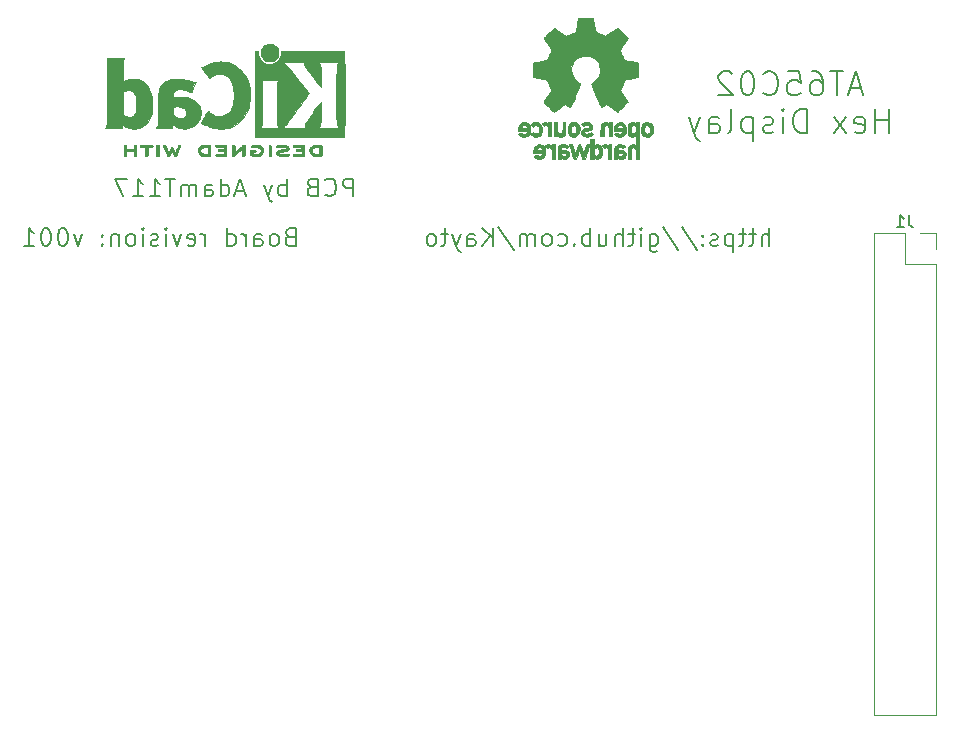
<source format=gbo>
G04 #@! TF.GenerationSoftware,KiCad,Pcbnew,(5.1.9)-1*
G04 #@! TF.CreationDate,2022-12-05T11:19:59+00:00*
G04 #@! TF.ProjectId,AT_HEX,41545f48-4558-42e6-9b69-6361645f7063,rev?*
G04 #@! TF.SameCoordinates,Original*
G04 #@! TF.FileFunction,Legend,Bot*
G04 #@! TF.FilePolarity,Positive*
%FSLAX46Y46*%
G04 Gerber Fmt 4.6, Leading zero omitted, Abs format (unit mm)*
G04 Created by KiCad (PCBNEW (5.1.9)-1) date 2022-12-05 11:19:59*
%MOMM*%
%LPD*%
G01*
G04 APERTURE LIST*
%ADD10C,0.200000*%
%ADD11C,0.010000*%
%ADD12C,0.120000*%
%ADD13C,0.150000*%
G04 APERTURE END LIST*
D10*
X206502857Y-59678571D02*
X206502857Y-58178571D01*
X205860000Y-59678571D02*
X205860000Y-58892857D01*
X205931428Y-58750000D01*
X206074285Y-58678571D01*
X206288571Y-58678571D01*
X206431428Y-58750000D01*
X206502857Y-58821428D01*
X205360000Y-58678571D02*
X204788571Y-58678571D01*
X205145714Y-58178571D02*
X205145714Y-59464285D01*
X205074285Y-59607142D01*
X204931428Y-59678571D01*
X204788571Y-59678571D01*
X204502857Y-58678571D02*
X203931428Y-58678571D01*
X204288571Y-58178571D02*
X204288571Y-59464285D01*
X204217142Y-59607142D01*
X204074285Y-59678571D01*
X203931428Y-59678571D01*
X203431428Y-58678571D02*
X203431428Y-60178571D01*
X203431428Y-58750000D02*
X203288571Y-58678571D01*
X203002857Y-58678571D01*
X202860000Y-58750000D01*
X202788571Y-58821428D01*
X202717142Y-58964285D01*
X202717142Y-59392857D01*
X202788571Y-59535714D01*
X202860000Y-59607142D01*
X203002857Y-59678571D01*
X203288571Y-59678571D01*
X203431428Y-59607142D01*
X202145714Y-59607142D02*
X202002857Y-59678571D01*
X201717142Y-59678571D01*
X201574285Y-59607142D01*
X201502857Y-59464285D01*
X201502857Y-59392857D01*
X201574285Y-59250000D01*
X201717142Y-59178571D01*
X201931428Y-59178571D01*
X202074285Y-59107142D01*
X202145714Y-58964285D01*
X202145714Y-58892857D01*
X202074285Y-58750000D01*
X201931428Y-58678571D01*
X201717142Y-58678571D01*
X201574285Y-58750000D01*
X200860000Y-59535714D02*
X200788571Y-59607142D01*
X200860000Y-59678571D01*
X200931428Y-59607142D01*
X200860000Y-59535714D01*
X200860000Y-59678571D01*
X200860000Y-58750000D02*
X200788571Y-58821428D01*
X200860000Y-58892857D01*
X200931428Y-58821428D01*
X200860000Y-58750000D01*
X200860000Y-58892857D01*
X199074285Y-58107142D02*
X200360000Y-60035714D01*
X197502857Y-58107142D02*
X198788571Y-60035714D01*
X196360000Y-58678571D02*
X196360000Y-59892857D01*
X196431428Y-60035714D01*
X196502857Y-60107142D01*
X196645714Y-60178571D01*
X196860000Y-60178571D01*
X197002857Y-60107142D01*
X196360000Y-59607142D02*
X196502857Y-59678571D01*
X196788571Y-59678571D01*
X196931428Y-59607142D01*
X197002857Y-59535714D01*
X197074285Y-59392857D01*
X197074285Y-58964285D01*
X197002857Y-58821428D01*
X196931428Y-58750000D01*
X196788571Y-58678571D01*
X196502857Y-58678571D01*
X196360000Y-58750000D01*
X195645714Y-59678571D02*
X195645714Y-58678571D01*
X195645714Y-58178571D02*
X195717142Y-58250000D01*
X195645714Y-58321428D01*
X195574285Y-58250000D01*
X195645714Y-58178571D01*
X195645714Y-58321428D01*
X195145714Y-58678571D02*
X194574285Y-58678571D01*
X194931428Y-58178571D02*
X194931428Y-59464285D01*
X194860000Y-59607142D01*
X194717142Y-59678571D01*
X194574285Y-59678571D01*
X194074285Y-59678571D02*
X194074285Y-58178571D01*
X193431428Y-59678571D02*
X193431428Y-58892857D01*
X193502857Y-58750000D01*
X193645714Y-58678571D01*
X193860000Y-58678571D01*
X194002857Y-58750000D01*
X194074285Y-58821428D01*
X192074285Y-58678571D02*
X192074285Y-59678571D01*
X192717142Y-58678571D02*
X192717142Y-59464285D01*
X192645714Y-59607142D01*
X192502857Y-59678571D01*
X192288571Y-59678571D01*
X192145714Y-59607142D01*
X192074285Y-59535714D01*
X191360000Y-59678571D02*
X191360000Y-58178571D01*
X191360000Y-58750000D02*
X191217142Y-58678571D01*
X190931428Y-58678571D01*
X190788571Y-58750000D01*
X190717142Y-58821428D01*
X190645714Y-58964285D01*
X190645714Y-59392857D01*
X190717142Y-59535714D01*
X190788571Y-59607142D01*
X190931428Y-59678571D01*
X191217142Y-59678571D01*
X191360000Y-59607142D01*
X190002857Y-59535714D02*
X189931428Y-59607142D01*
X190002857Y-59678571D01*
X190074285Y-59607142D01*
X190002857Y-59535714D01*
X190002857Y-59678571D01*
X188645714Y-59607142D02*
X188788571Y-59678571D01*
X189074285Y-59678571D01*
X189217142Y-59607142D01*
X189288571Y-59535714D01*
X189360000Y-59392857D01*
X189360000Y-58964285D01*
X189288571Y-58821428D01*
X189217142Y-58750000D01*
X189074285Y-58678571D01*
X188788571Y-58678571D01*
X188645714Y-58750000D01*
X187788571Y-59678571D02*
X187931428Y-59607142D01*
X188002857Y-59535714D01*
X188074285Y-59392857D01*
X188074285Y-58964285D01*
X188002857Y-58821428D01*
X187931428Y-58750000D01*
X187788571Y-58678571D01*
X187574285Y-58678571D01*
X187431428Y-58750000D01*
X187360000Y-58821428D01*
X187288571Y-58964285D01*
X187288571Y-59392857D01*
X187360000Y-59535714D01*
X187431428Y-59607142D01*
X187574285Y-59678571D01*
X187788571Y-59678571D01*
X186645714Y-59678571D02*
X186645714Y-58678571D01*
X186645714Y-58821428D02*
X186574285Y-58750000D01*
X186431428Y-58678571D01*
X186217142Y-58678571D01*
X186074285Y-58750000D01*
X186002857Y-58892857D01*
X186002857Y-59678571D01*
X186002857Y-58892857D02*
X185931428Y-58750000D01*
X185788571Y-58678571D01*
X185574285Y-58678571D01*
X185431428Y-58750000D01*
X185360000Y-58892857D01*
X185360000Y-59678571D01*
X183574285Y-58107142D02*
X184860000Y-60035714D01*
X183074285Y-59678571D02*
X183074285Y-58178571D01*
X182217142Y-59678571D02*
X182860000Y-58821428D01*
X182217142Y-58178571D02*
X183074285Y-59035714D01*
X180931428Y-59678571D02*
X180931428Y-58892857D01*
X181002857Y-58750000D01*
X181145714Y-58678571D01*
X181431428Y-58678571D01*
X181574285Y-58750000D01*
X180931428Y-59607142D02*
X181074285Y-59678571D01*
X181431428Y-59678571D01*
X181574285Y-59607142D01*
X181645714Y-59464285D01*
X181645714Y-59321428D01*
X181574285Y-59178571D01*
X181431428Y-59107142D01*
X181074285Y-59107142D01*
X180931428Y-59035714D01*
X180360000Y-58678571D02*
X180002857Y-59678571D01*
X179645714Y-58678571D02*
X180002857Y-59678571D01*
X180145714Y-60035714D01*
X180217142Y-60107142D01*
X180360000Y-60178571D01*
X179288571Y-58678571D02*
X178717142Y-58678571D01*
X179074285Y-58178571D02*
X179074285Y-59464285D01*
X179002857Y-59607142D01*
X178860000Y-59678571D01*
X178717142Y-59678571D01*
X178002857Y-59678571D02*
X178145714Y-59607142D01*
X178217142Y-59535714D01*
X178288571Y-59392857D01*
X178288571Y-58964285D01*
X178217142Y-58821428D01*
X178145714Y-58750000D01*
X178002857Y-58678571D01*
X177788571Y-58678571D01*
X177645714Y-58750000D01*
X177574285Y-58821428D01*
X177502857Y-58964285D01*
X177502857Y-59392857D01*
X177574285Y-59535714D01*
X177645714Y-59607142D01*
X177788571Y-59678571D01*
X178002857Y-59678571D01*
X171272857Y-55478571D02*
X171272857Y-53978571D01*
X170701428Y-53978571D01*
X170558571Y-54050000D01*
X170487142Y-54121428D01*
X170415714Y-54264285D01*
X170415714Y-54478571D01*
X170487142Y-54621428D01*
X170558571Y-54692857D01*
X170701428Y-54764285D01*
X171272857Y-54764285D01*
X168915714Y-55335714D02*
X168987142Y-55407142D01*
X169201428Y-55478571D01*
X169344285Y-55478571D01*
X169558571Y-55407142D01*
X169701428Y-55264285D01*
X169772857Y-55121428D01*
X169844285Y-54835714D01*
X169844285Y-54621428D01*
X169772857Y-54335714D01*
X169701428Y-54192857D01*
X169558571Y-54050000D01*
X169344285Y-53978571D01*
X169201428Y-53978571D01*
X168987142Y-54050000D01*
X168915714Y-54121428D01*
X167772857Y-54692857D02*
X167558571Y-54764285D01*
X167487142Y-54835714D01*
X167415714Y-54978571D01*
X167415714Y-55192857D01*
X167487142Y-55335714D01*
X167558571Y-55407142D01*
X167701428Y-55478571D01*
X168272857Y-55478571D01*
X168272857Y-53978571D01*
X167772857Y-53978571D01*
X167630000Y-54050000D01*
X167558571Y-54121428D01*
X167487142Y-54264285D01*
X167487142Y-54407142D01*
X167558571Y-54550000D01*
X167630000Y-54621428D01*
X167772857Y-54692857D01*
X168272857Y-54692857D01*
X165630000Y-55478571D02*
X165630000Y-53978571D01*
X165630000Y-54550000D02*
X165487142Y-54478571D01*
X165201428Y-54478571D01*
X165058571Y-54550000D01*
X164987142Y-54621428D01*
X164915714Y-54764285D01*
X164915714Y-55192857D01*
X164987142Y-55335714D01*
X165058571Y-55407142D01*
X165201428Y-55478571D01*
X165487142Y-55478571D01*
X165630000Y-55407142D01*
X164415714Y-54478571D02*
X164058571Y-55478571D01*
X163701428Y-54478571D02*
X164058571Y-55478571D01*
X164201428Y-55835714D01*
X164272857Y-55907142D01*
X164415714Y-55978571D01*
X162058571Y-55050000D02*
X161344285Y-55050000D01*
X162201428Y-55478571D02*
X161701428Y-53978571D01*
X161201428Y-55478571D01*
X160058571Y-55478571D02*
X160058571Y-53978571D01*
X160058571Y-55407142D02*
X160201428Y-55478571D01*
X160487142Y-55478571D01*
X160630000Y-55407142D01*
X160701428Y-55335714D01*
X160772857Y-55192857D01*
X160772857Y-54764285D01*
X160701428Y-54621428D01*
X160630000Y-54550000D01*
X160487142Y-54478571D01*
X160201428Y-54478571D01*
X160058571Y-54550000D01*
X158701428Y-55478571D02*
X158701428Y-54692857D01*
X158772857Y-54550000D01*
X158915714Y-54478571D01*
X159201428Y-54478571D01*
X159344285Y-54550000D01*
X158701428Y-55407142D02*
X158844285Y-55478571D01*
X159201428Y-55478571D01*
X159344285Y-55407142D01*
X159415714Y-55264285D01*
X159415714Y-55121428D01*
X159344285Y-54978571D01*
X159201428Y-54907142D01*
X158844285Y-54907142D01*
X158701428Y-54835714D01*
X157987142Y-55478571D02*
X157987142Y-54478571D01*
X157987142Y-54621428D02*
X157915714Y-54550000D01*
X157772857Y-54478571D01*
X157558571Y-54478571D01*
X157415714Y-54550000D01*
X157344285Y-54692857D01*
X157344285Y-55478571D01*
X157344285Y-54692857D02*
X157272857Y-54550000D01*
X157130000Y-54478571D01*
X156915714Y-54478571D01*
X156772857Y-54550000D01*
X156701428Y-54692857D01*
X156701428Y-55478571D01*
X156201428Y-53978571D02*
X155344285Y-53978571D01*
X155772857Y-55478571D02*
X155772857Y-53978571D01*
X154058571Y-55478571D02*
X154915714Y-55478571D01*
X154487142Y-55478571D02*
X154487142Y-53978571D01*
X154630000Y-54192857D01*
X154772857Y-54335714D01*
X154915714Y-54407142D01*
X152630000Y-55478571D02*
X153487142Y-55478571D01*
X153058571Y-55478571D02*
X153058571Y-53978571D01*
X153201428Y-54192857D01*
X153344285Y-54335714D01*
X153487142Y-54407142D01*
X152130000Y-53978571D02*
X151130000Y-53978571D01*
X151772857Y-55478571D01*
X214287619Y-46333333D02*
X213335238Y-46333333D01*
X214478095Y-46904761D02*
X213811428Y-44904761D01*
X213144761Y-46904761D01*
X212763809Y-44904761D02*
X211620952Y-44904761D01*
X212192380Y-46904761D02*
X212192380Y-44904761D01*
X210097142Y-44904761D02*
X210478095Y-44904761D01*
X210668571Y-45000000D01*
X210763809Y-45095238D01*
X210954285Y-45380952D01*
X211049523Y-45761904D01*
X211049523Y-46523809D01*
X210954285Y-46714285D01*
X210859047Y-46809523D01*
X210668571Y-46904761D01*
X210287619Y-46904761D01*
X210097142Y-46809523D01*
X210001904Y-46714285D01*
X209906666Y-46523809D01*
X209906666Y-46047619D01*
X210001904Y-45857142D01*
X210097142Y-45761904D01*
X210287619Y-45666666D01*
X210668571Y-45666666D01*
X210859047Y-45761904D01*
X210954285Y-45857142D01*
X211049523Y-46047619D01*
X208097142Y-44904761D02*
X209049523Y-44904761D01*
X209144761Y-45857142D01*
X209049523Y-45761904D01*
X208859047Y-45666666D01*
X208382857Y-45666666D01*
X208192380Y-45761904D01*
X208097142Y-45857142D01*
X208001904Y-46047619D01*
X208001904Y-46523809D01*
X208097142Y-46714285D01*
X208192380Y-46809523D01*
X208382857Y-46904761D01*
X208859047Y-46904761D01*
X209049523Y-46809523D01*
X209144761Y-46714285D01*
X206001904Y-46714285D02*
X206097142Y-46809523D01*
X206382857Y-46904761D01*
X206573333Y-46904761D01*
X206859047Y-46809523D01*
X207049523Y-46619047D01*
X207144761Y-46428571D01*
X207240000Y-46047619D01*
X207240000Y-45761904D01*
X207144761Y-45380952D01*
X207049523Y-45190476D01*
X206859047Y-45000000D01*
X206573333Y-44904761D01*
X206382857Y-44904761D01*
X206097142Y-45000000D01*
X206001904Y-45095238D01*
X204763809Y-44904761D02*
X204573333Y-44904761D01*
X204382857Y-45000000D01*
X204287619Y-45095238D01*
X204192380Y-45285714D01*
X204097142Y-45666666D01*
X204097142Y-46142857D01*
X204192380Y-46523809D01*
X204287619Y-46714285D01*
X204382857Y-46809523D01*
X204573333Y-46904761D01*
X204763809Y-46904761D01*
X204954285Y-46809523D01*
X205049523Y-46714285D01*
X205144761Y-46523809D01*
X205240000Y-46142857D01*
X205240000Y-45666666D01*
X205144761Y-45285714D01*
X205049523Y-45095238D01*
X204954285Y-45000000D01*
X204763809Y-44904761D01*
X203335238Y-45095238D02*
X203240000Y-45000000D01*
X203049523Y-44904761D01*
X202573333Y-44904761D01*
X202382857Y-45000000D01*
X202287619Y-45095238D01*
X202192380Y-45285714D01*
X202192380Y-45476190D01*
X202287619Y-45761904D01*
X203430476Y-46904761D01*
X202192380Y-46904761D01*
X216620952Y-50104761D02*
X216620952Y-48104761D01*
X216620952Y-49057142D02*
X215478095Y-49057142D01*
X215478095Y-50104761D02*
X215478095Y-48104761D01*
X213763809Y-50009523D02*
X213954285Y-50104761D01*
X214335238Y-50104761D01*
X214525714Y-50009523D01*
X214620952Y-49819047D01*
X214620952Y-49057142D01*
X214525714Y-48866666D01*
X214335238Y-48771428D01*
X213954285Y-48771428D01*
X213763809Y-48866666D01*
X213668571Y-49057142D01*
X213668571Y-49247619D01*
X214620952Y-49438095D01*
X213001904Y-50104761D02*
X211954285Y-48771428D01*
X213001904Y-48771428D02*
X211954285Y-50104761D01*
X209668571Y-50104761D02*
X209668571Y-48104761D01*
X209192380Y-48104761D01*
X208906666Y-48200000D01*
X208716190Y-48390476D01*
X208620952Y-48580952D01*
X208525714Y-48961904D01*
X208525714Y-49247619D01*
X208620952Y-49628571D01*
X208716190Y-49819047D01*
X208906666Y-50009523D01*
X209192380Y-50104761D01*
X209668571Y-50104761D01*
X207668571Y-50104761D02*
X207668571Y-48771428D01*
X207668571Y-48104761D02*
X207763809Y-48200000D01*
X207668571Y-48295238D01*
X207573333Y-48200000D01*
X207668571Y-48104761D01*
X207668571Y-48295238D01*
X206811428Y-50009523D02*
X206620952Y-50104761D01*
X206240000Y-50104761D01*
X206049523Y-50009523D01*
X205954285Y-49819047D01*
X205954285Y-49723809D01*
X206049523Y-49533333D01*
X206240000Y-49438095D01*
X206525714Y-49438095D01*
X206716190Y-49342857D01*
X206811428Y-49152380D01*
X206811428Y-49057142D01*
X206716190Y-48866666D01*
X206525714Y-48771428D01*
X206240000Y-48771428D01*
X206049523Y-48866666D01*
X205097142Y-48771428D02*
X205097142Y-50771428D01*
X205097142Y-48866666D02*
X204906666Y-48771428D01*
X204525714Y-48771428D01*
X204335238Y-48866666D01*
X204240000Y-48961904D01*
X204144761Y-49152380D01*
X204144761Y-49723809D01*
X204240000Y-49914285D01*
X204335238Y-50009523D01*
X204525714Y-50104761D01*
X204906666Y-50104761D01*
X205097142Y-50009523D01*
X203001904Y-50104761D02*
X203192380Y-50009523D01*
X203287619Y-49819047D01*
X203287619Y-48104761D01*
X201382857Y-50104761D02*
X201382857Y-49057142D01*
X201478095Y-48866666D01*
X201668571Y-48771428D01*
X202049523Y-48771428D01*
X202240000Y-48866666D01*
X201382857Y-50009523D02*
X201573333Y-50104761D01*
X202049523Y-50104761D01*
X202240000Y-50009523D01*
X202335238Y-49819047D01*
X202335238Y-49628571D01*
X202240000Y-49438095D01*
X202049523Y-49342857D01*
X201573333Y-49342857D01*
X201382857Y-49247619D01*
X200620952Y-48771428D02*
X200144761Y-50104761D01*
X199668571Y-48771428D02*
X200144761Y-50104761D01*
X200335238Y-50580952D01*
X200430476Y-50676190D01*
X200620952Y-50771428D01*
X165902857Y-58892857D02*
X165688571Y-58964285D01*
X165617142Y-59035714D01*
X165545714Y-59178571D01*
X165545714Y-59392857D01*
X165617142Y-59535714D01*
X165688571Y-59607142D01*
X165831428Y-59678571D01*
X166402857Y-59678571D01*
X166402857Y-58178571D01*
X165902857Y-58178571D01*
X165760000Y-58250000D01*
X165688571Y-58321428D01*
X165617142Y-58464285D01*
X165617142Y-58607142D01*
X165688571Y-58750000D01*
X165760000Y-58821428D01*
X165902857Y-58892857D01*
X166402857Y-58892857D01*
X164688571Y-59678571D02*
X164831428Y-59607142D01*
X164902857Y-59535714D01*
X164974285Y-59392857D01*
X164974285Y-58964285D01*
X164902857Y-58821428D01*
X164831428Y-58750000D01*
X164688571Y-58678571D01*
X164474285Y-58678571D01*
X164331428Y-58750000D01*
X164260000Y-58821428D01*
X164188571Y-58964285D01*
X164188571Y-59392857D01*
X164260000Y-59535714D01*
X164331428Y-59607142D01*
X164474285Y-59678571D01*
X164688571Y-59678571D01*
X162902857Y-59678571D02*
X162902857Y-58892857D01*
X162974285Y-58750000D01*
X163117142Y-58678571D01*
X163402857Y-58678571D01*
X163545714Y-58750000D01*
X162902857Y-59607142D02*
X163045714Y-59678571D01*
X163402857Y-59678571D01*
X163545714Y-59607142D01*
X163617142Y-59464285D01*
X163617142Y-59321428D01*
X163545714Y-59178571D01*
X163402857Y-59107142D01*
X163045714Y-59107142D01*
X162902857Y-59035714D01*
X162188571Y-59678571D02*
X162188571Y-58678571D01*
X162188571Y-58964285D02*
X162117142Y-58821428D01*
X162045714Y-58750000D01*
X161902857Y-58678571D01*
X161760000Y-58678571D01*
X160617142Y-59678571D02*
X160617142Y-58178571D01*
X160617142Y-59607142D02*
X160760000Y-59678571D01*
X161045714Y-59678571D01*
X161188571Y-59607142D01*
X161260000Y-59535714D01*
X161331428Y-59392857D01*
X161331428Y-58964285D01*
X161260000Y-58821428D01*
X161188571Y-58750000D01*
X161045714Y-58678571D01*
X160760000Y-58678571D01*
X160617142Y-58750000D01*
X158760000Y-59678571D02*
X158760000Y-58678571D01*
X158760000Y-58964285D02*
X158688571Y-58821428D01*
X158617142Y-58750000D01*
X158474285Y-58678571D01*
X158331428Y-58678571D01*
X157260000Y-59607142D02*
X157402857Y-59678571D01*
X157688571Y-59678571D01*
X157831428Y-59607142D01*
X157902857Y-59464285D01*
X157902857Y-58892857D01*
X157831428Y-58750000D01*
X157688571Y-58678571D01*
X157402857Y-58678571D01*
X157260000Y-58750000D01*
X157188571Y-58892857D01*
X157188571Y-59035714D01*
X157902857Y-59178571D01*
X156688571Y-58678571D02*
X156331428Y-59678571D01*
X155974285Y-58678571D01*
X155402857Y-59678571D02*
X155402857Y-58678571D01*
X155402857Y-58178571D02*
X155474285Y-58250000D01*
X155402857Y-58321428D01*
X155331428Y-58250000D01*
X155402857Y-58178571D01*
X155402857Y-58321428D01*
X154760000Y-59607142D02*
X154617142Y-59678571D01*
X154331428Y-59678571D01*
X154188571Y-59607142D01*
X154117142Y-59464285D01*
X154117142Y-59392857D01*
X154188571Y-59250000D01*
X154331428Y-59178571D01*
X154545714Y-59178571D01*
X154688571Y-59107142D01*
X154760000Y-58964285D01*
X154760000Y-58892857D01*
X154688571Y-58750000D01*
X154545714Y-58678571D01*
X154331428Y-58678571D01*
X154188571Y-58750000D01*
X153474285Y-59678571D02*
X153474285Y-58678571D01*
X153474285Y-58178571D02*
X153545714Y-58250000D01*
X153474285Y-58321428D01*
X153402857Y-58250000D01*
X153474285Y-58178571D01*
X153474285Y-58321428D01*
X152545714Y-59678571D02*
X152688571Y-59607142D01*
X152760000Y-59535714D01*
X152831428Y-59392857D01*
X152831428Y-58964285D01*
X152760000Y-58821428D01*
X152688571Y-58750000D01*
X152545714Y-58678571D01*
X152331428Y-58678571D01*
X152188571Y-58750000D01*
X152117142Y-58821428D01*
X152045714Y-58964285D01*
X152045714Y-59392857D01*
X152117142Y-59535714D01*
X152188571Y-59607142D01*
X152331428Y-59678571D01*
X152545714Y-59678571D01*
X151402857Y-58678571D02*
X151402857Y-59678571D01*
X151402857Y-58821428D02*
X151331428Y-58750000D01*
X151188571Y-58678571D01*
X150974285Y-58678571D01*
X150831428Y-58750000D01*
X150760000Y-58892857D01*
X150760000Y-59678571D01*
X150045714Y-59535714D02*
X149974285Y-59607142D01*
X150045714Y-59678571D01*
X150117142Y-59607142D01*
X150045714Y-59535714D01*
X150045714Y-59678571D01*
X150045714Y-58750000D02*
X149974285Y-58821428D01*
X150045714Y-58892857D01*
X150117142Y-58821428D01*
X150045714Y-58750000D01*
X150045714Y-58892857D01*
X148331428Y-58678571D02*
X147974285Y-59678571D01*
X147617142Y-58678571D01*
X146760000Y-58178571D02*
X146617142Y-58178571D01*
X146474285Y-58250000D01*
X146402857Y-58321428D01*
X146331428Y-58464285D01*
X146260000Y-58750000D01*
X146260000Y-59107142D01*
X146331428Y-59392857D01*
X146402857Y-59535714D01*
X146474285Y-59607142D01*
X146617142Y-59678571D01*
X146760000Y-59678571D01*
X146902857Y-59607142D01*
X146974285Y-59535714D01*
X147045714Y-59392857D01*
X147117142Y-59107142D01*
X147117142Y-58750000D01*
X147045714Y-58464285D01*
X146974285Y-58321428D01*
X146902857Y-58250000D01*
X146760000Y-58178571D01*
X145331428Y-58178571D02*
X145188571Y-58178571D01*
X145045714Y-58250000D01*
X144974285Y-58321428D01*
X144902857Y-58464285D01*
X144831428Y-58750000D01*
X144831428Y-59107142D01*
X144902857Y-59392857D01*
X144974285Y-59535714D01*
X145045714Y-59607142D01*
X145188571Y-59678571D01*
X145331428Y-59678571D01*
X145474285Y-59607142D01*
X145545714Y-59535714D01*
X145617142Y-59392857D01*
X145688571Y-59107142D01*
X145688571Y-58750000D01*
X145617142Y-58464285D01*
X145545714Y-58321428D01*
X145474285Y-58250000D01*
X145331428Y-58178571D01*
X143402857Y-59678571D02*
X144260000Y-59678571D01*
X143831428Y-59678571D02*
X143831428Y-58178571D01*
X143974285Y-58392857D01*
X144117142Y-58535714D01*
X144260000Y-58607142D01*
D11*
G36*
X168389708Y-51106409D02*
G01*
X168337143Y-51106944D01*
X168183119Y-51110660D01*
X168054125Y-51121699D01*
X167945763Y-51141246D01*
X167853638Y-51170483D01*
X167773353Y-51210597D01*
X167700512Y-51262769D01*
X167674495Y-51285433D01*
X167631337Y-51338462D01*
X167592421Y-51410421D01*
X167562427Y-51490184D01*
X167546035Y-51566625D01*
X167544332Y-51594872D01*
X167555005Y-51673174D01*
X167583607Y-51758705D01*
X167625011Y-51839663D01*
X167674095Y-51904246D01*
X167682067Y-51912038D01*
X167749600Y-51966808D01*
X167823552Y-52009563D01*
X167908188Y-52041423D01*
X168007771Y-52063508D01*
X168126566Y-52076938D01*
X168268834Y-52082834D01*
X168334000Y-52083334D01*
X168416855Y-52082935D01*
X168475123Y-52081266D01*
X168514270Y-52077622D01*
X168539763Y-52071293D01*
X168557068Y-52061574D01*
X168566344Y-52053274D01*
X168575106Y-52043192D01*
X168581979Y-52030185D01*
X168587192Y-52010769D01*
X168590973Y-51981460D01*
X168593551Y-51938773D01*
X168595154Y-51879225D01*
X168596011Y-51799330D01*
X168596351Y-51695605D01*
X168596403Y-51594872D01*
X168596734Y-51460519D01*
X168596662Y-51353192D01*
X168595384Y-51301795D01*
X168401019Y-51301795D01*
X168401019Y-51887949D01*
X168277025Y-51887835D01*
X168202415Y-51885696D01*
X168124272Y-51880183D01*
X168059074Y-51872472D01*
X168057090Y-51872155D01*
X167951717Y-51846678D01*
X167869986Y-51807000D01*
X167807816Y-51750538D01*
X167768314Y-51689406D01*
X167743974Y-51621593D01*
X167745861Y-51557919D01*
X167774109Y-51489665D01*
X167829362Y-51419056D01*
X167905927Y-51366735D01*
X168005449Y-51331763D01*
X168071961Y-51319386D01*
X168147461Y-51310694D01*
X168227479Y-51304404D01*
X168295538Y-51301788D01*
X168299569Y-51301776D01*
X168401019Y-51301795D01*
X168595384Y-51301795D01*
X168594590Y-51269881D01*
X168588915Y-51207579D01*
X168578041Y-51163275D01*
X168560368Y-51133960D01*
X168534297Y-51116625D01*
X168498229Y-51108261D01*
X168450566Y-51105859D01*
X168389708Y-51106409D01*
G37*
X168389708Y-51106409D02*
X168337143Y-51106944D01*
X168183119Y-51110660D01*
X168054125Y-51121699D01*
X167945763Y-51141246D01*
X167853638Y-51170483D01*
X167773353Y-51210597D01*
X167700512Y-51262769D01*
X167674495Y-51285433D01*
X167631337Y-51338462D01*
X167592421Y-51410421D01*
X167562427Y-51490184D01*
X167546035Y-51566625D01*
X167544332Y-51594872D01*
X167555005Y-51673174D01*
X167583607Y-51758705D01*
X167625011Y-51839663D01*
X167674095Y-51904246D01*
X167682067Y-51912038D01*
X167749600Y-51966808D01*
X167823552Y-52009563D01*
X167908188Y-52041423D01*
X168007771Y-52063508D01*
X168126566Y-52076938D01*
X168268834Y-52082834D01*
X168334000Y-52083334D01*
X168416855Y-52082935D01*
X168475123Y-52081266D01*
X168514270Y-52077622D01*
X168539763Y-52071293D01*
X168557068Y-52061574D01*
X168566344Y-52053274D01*
X168575106Y-52043192D01*
X168581979Y-52030185D01*
X168587192Y-52010769D01*
X168590973Y-51981460D01*
X168593551Y-51938773D01*
X168595154Y-51879225D01*
X168596011Y-51799330D01*
X168596351Y-51695605D01*
X168596403Y-51594872D01*
X168596734Y-51460519D01*
X168596662Y-51353192D01*
X168595384Y-51301795D01*
X168401019Y-51301795D01*
X168401019Y-51887949D01*
X168277025Y-51887835D01*
X168202415Y-51885696D01*
X168124272Y-51880183D01*
X168059074Y-51872472D01*
X168057090Y-51872155D01*
X167951717Y-51846678D01*
X167869986Y-51807000D01*
X167807816Y-51750538D01*
X167768314Y-51689406D01*
X167743974Y-51621593D01*
X167745861Y-51557919D01*
X167774109Y-51489665D01*
X167829362Y-51419056D01*
X167905927Y-51366735D01*
X168005449Y-51331763D01*
X168071961Y-51319386D01*
X168147461Y-51310694D01*
X168227479Y-51304404D01*
X168295538Y-51301788D01*
X168299569Y-51301776D01*
X168401019Y-51301795D01*
X168595384Y-51301795D01*
X168594590Y-51269881D01*
X168588915Y-51207579D01*
X168578041Y-51163275D01*
X168560368Y-51133960D01*
X168534297Y-51116625D01*
X168498229Y-51108261D01*
X168450566Y-51105859D01*
X168389708Y-51106409D01*
G36*
X166514384Y-51106516D02*
G01*
X166421976Y-51107012D01*
X166352227Y-51108165D01*
X166301437Y-51110244D01*
X166265905Y-51113515D01*
X166241932Y-51118247D01*
X166225818Y-51124707D01*
X166213863Y-51133163D01*
X166209533Y-51137055D01*
X166183205Y-51178404D01*
X166178465Y-51225916D01*
X166195784Y-51268095D01*
X166203793Y-51276620D01*
X166216746Y-51284885D01*
X166237602Y-51291261D01*
X166270230Y-51296059D01*
X166318496Y-51299588D01*
X166386268Y-51302158D01*
X166477414Y-51304081D01*
X166560745Y-51305251D01*
X166890546Y-51309310D01*
X166899560Y-51482150D01*
X166675696Y-51482150D01*
X166578508Y-51482989D01*
X166507357Y-51486496D01*
X166458245Y-51494159D01*
X166427171Y-51507467D01*
X166410138Y-51527905D01*
X166403146Y-51556963D01*
X166402084Y-51583931D01*
X166405384Y-51617021D01*
X166417837Y-51641404D01*
X166443274Y-51658353D01*
X166485525Y-51669143D01*
X166548420Y-51675048D01*
X166635789Y-51677341D01*
X166683475Y-51677535D01*
X166898060Y-51677535D01*
X166898060Y-51887949D01*
X166567409Y-51887949D01*
X166459024Y-51888100D01*
X166376651Y-51888778D01*
X166316243Y-51890320D01*
X166273753Y-51893063D01*
X166245135Y-51897345D01*
X166226342Y-51903503D01*
X166213328Y-51911873D01*
X166206699Y-51918008D01*
X166183961Y-51953813D01*
X166176640Y-51985641D01*
X166187093Y-52024518D01*
X166206699Y-52053274D01*
X166217159Y-52062327D01*
X166230662Y-52069357D01*
X166250840Y-52074618D01*
X166281325Y-52078365D01*
X166325749Y-52080854D01*
X166387745Y-52082339D01*
X166470945Y-52083075D01*
X166578981Y-52083318D01*
X166635043Y-52083334D01*
X166755098Y-52083227D01*
X166848728Y-52082739D01*
X166919563Y-52081613D01*
X166971235Y-52079595D01*
X167007377Y-52076430D01*
X167031622Y-52071863D01*
X167047601Y-52065640D01*
X167058947Y-52057504D01*
X167063386Y-52053274D01*
X167072171Y-52043160D01*
X167079058Y-52030112D01*
X167084275Y-52010634D01*
X167088053Y-51981228D01*
X167090624Y-51938398D01*
X167092218Y-51878648D01*
X167093065Y-51798481D01*
X167093396Y-51694401D01*
X167093445Y-51597492D01*
X167093400Y-51473387D01*
X167093088Y-51375830D01*
X167092242Y-51301310D01*
X167090596Y-51246315D01*
X167087883Y-51207334D01*
X167083837Y-51180857D01*
X167078191Y-51163370D01*
X167070680Y-51151364D01*
X167061036Y-51141327D01*
X167058660Y-51139090D01*
X167047129Y-51129183D01*
X167033732Y-51121512D01*
X167014750Y-51115790D01*
X166986469Y-51111732D01*
X166945172Y-51109052D01*
X166887142Y-51107466D01*
X166808663Y-51106688D01*
X166706020Y-51106432D01*
X166633150Y-51106410D01*
X166514384Y-51106516D01*
G37*
X166514384Y-51106516D02*
X166421976Y-51107012D01*
X166352227Y-51108165D01*
X166301437Y-51110244D01*
X166265905Y-51113515D01*
X166241932Y-51118247D01*
X166225818Y-51124707D01*
X166213863Y-51133163D01*
X166209533Y-51137055D01*
X166183205Y-51178404D01*
X166178465Y-51225916D01*
X166195784Y-51268095D01*
X166203793Y-51276620D01*
X166216746Y-51284885D01*
X166237602Y-51291261D01*
X166270230Y-51296059D01*
X166318496Y-51299588D01*
X166386268Y-51302158D01*
X166477414Y-51304081D01*
X166560745Y-51305251D01*
X166890546Y-51309310D01*
X166899560Y-51482150D01*
X166675696Y-51482150D01*
X166578508Y-51482989D01*
X166507357Y-51486496D01*
X166458245Y-51494159D01*
X166427171Y-51507467D01*
X166410138Y-51527905D01*
X166403146Y-51556963D01*
X166402084Y-51583931D01*
X166405384Y-51617021D01*
X166417837Y-51641404D01*
X166443274Y-51658353D01*
X166485525Y-51669143D01*
X166548420Y-51675048D01*
X166635789Y-51677341D01*
X166683475Y-51677535D01*
X166898060Y-51677535D01*
X166898060Y-51887949D01*
X166567409Y-51887949D01*
X166459024Y-51888100D01*
X166376651Y-51888778D01*
X166316243Y-51890320D01*
X166273753Y-51893063D01*
X166245135Y-51897345D01*
X166226342Y-51903503D01*
X166213328Y-51911873D01*
X166206699Y-51918008D01*
X166183961Y-51953813D01*
X166176640Y-51985641D01*
X166187093Y-52024518D01*
X166206699Y-52053274D01*
X166217159Y-52062327D01*
X166230662Y-52069357D01*
X166250840Y-52074618D01*
X166281325Y-52078365D01*
X166325749Y-52080854D01*
X166387745Y-52082339D01*
X166470945Y-52083075D01*
X166578981Y-52083318D01*
X166635043Y-52083334D01*
X166755098Y-52083227D01*
X166848728Y-52082739D01*
X166919563Y-52081613D01*
X166971235Y-52079595D01*
X167007377Y-52076430D01*
X167031622Y-52071863D01*
X167047601Y-52065640D01*
X167058947Y-52057504D01*
X167063386Y-52053274D01*
X167072171Y-52043160D01*
X167079058Y-52030112D01*
X167084275Y-52010634D01*
X167088053Y-51981228D01*
X167090624Y-51938398D01*
X167092218Y-51878648D01*
X167093065Y-51798481D01*
X167093396Y-51694401D01*
X167093445Y-51597492D01*
X167093400Y-51473387D01*
X167093088Y-51375830D01*
X167092242Y-51301310D01*
X167090596Y-51246315D01*
X167087883Y-51207334D01*
X167083837Y-51180857D01*
X167078191Y-51163370D01*
X167070680Y-51151364D01*
X167061036Y-51141327D01*
X167058660Y-51139090D01*
X167047129Y-51129183D01*
X167033732Y-51121512D01*
X167014750Y-51115790D01*
X166986469Y-51111732D01*
X166945172Y-51109052D01*
X166887142Y-51107466D01*
X166808663Y-51106688D01*
X166706020Y-51106432D01*
X166633150Y-51106410D01*
X166514384Y-51106516D01*
G36*
X165154942Y-51108121D02*
G01*
X165055337Y-51115084D01*
X164962698Y-51125959D01*
X164882412Y-51140338D01*
X164819862Y-51157810D01*
X164780435Y-51177966D01*
X164774383Y-51183899D01*
X164753338Y-51229939D01*
X164759720Y-51277204D01*
X164792361Y-51317642D01*
X164793918Y-51318801D01*
X164813117Y-51331261D01*
X164833159Y-51337813D01*
X164861114Y-51338608D01*
X164904053Y-51333800D01*
X164969045Y-51323539D01*
X164974273Y-51322675D01*
X165071115Y-51310778D01*
X165175598Y-51304909D01*
X165280389Y-51304852D01*
X165378156Y-51310391D01*
X165461566Y-51321309D01*
X165523287Y-51337389D01*
X165527342Y-51339005D01*
X165572118Y-51364093D01*
X165587850Y-51389482D01*
X165575534Y-51414451D01*
X165536169Y-51438280D01*
X165470752Y-51460246D01*
X165380280Y-51479630D01*
X165319954Y-51488962D01*
X165194554Y-51506913D01*
X165094819Y-51523323D01*
X165016500Y-51539612D01*
X164955347Y-51557202D01*
X164907113Y-51577513D01*
X164867549Y-51601967D01*
X164832406Y-51631984D01*
X164804165Y-51661460D01*
X164770662Y-51702531D01*
X164754173Y-51737846D01*
X164749017Y-51781357D01*
X164748830Y-51797292D01*
X164752702Y-51850169D01*
X164768181Y-51889507D01*
X164794969Y-51924424D01*
X164849413Y-51977798D01*
X164910124Y-52018502D01*
X164981612Y-52047864D01*
X165068390Y-52067211D01*
X165174968Y-52077870D01*
X165305857Y-52081169D01*
X165327469Y-52081113D01*
X165414752Y-52079304D01*
X165501313Y-52075193D01*
X165577716Y-52069370D01*
X165634524Y-52062425D01*
X165639118Y-52061628D01*
X165695599Y-52048248D01*
X165743506Y-52031346D01*
X165770627Y-52015895D01*
X165795865Y-51975130D01*
X165797623Y-51927662D01*
X165775866Y-51885359D01*
X165770998Y-51880576D01*
X165750876Y-51866363D01*
X165725712Y-51860240D01*
X165686767Y-51861282D01*
X165639489Y-51866698D01*
X165586659Y-51871537D01*
X165512602Y-51875619D01*
X165426145Y-51878582D01*
X165336117Y-51880061D01*
X165312439Y-51880158D01*
X165222076Y-51879794D01*
X165155943Y-51878040D01*
X165108221Y-51874287D01*
X165073092Y-51867927D01*
X165044736Y-51858351D01*
X165027695Y-51850375D01*
X164990250Y-51828229D01*
X164966375Y-51808172D01*
X164962886Y-51802487D01*
X164970247Y-51779009D01*
X165005241Y-51756281D01*
X165065442Y-51735334D01*
X165148425Y-51717200D01*
X165172874Y-51713161D01*
X165300576Y-51693103D01*
X165402494Y-51676338D01*
X165482560Y-51661647D01*
X165544708Y-51647812D01*
X165592872Y-51633615D01*
X165630986Y-51617837D01*
X165662984Y-51599260D01*
X165692798Y-51576666D01*
X165724364Y-51548837D01*
X165734986Y-51539080D01*
X165772227Y-51502666D01*
X165791941Y-51473816D01*
X165799653Y-51440802D01*
X165800901Y-51399199D01*
X165787169Y-51317615D01*
X165746132Y-51248298D01*
X165678024Y-51191472D01*
X165583081Y-51147361D01*
X165515338Y-51127576D01*
X165441713Y-51114797D01*
X165353515Y-51107568D01*
X165256130Y-51105479D01*
X165154942Y-51108121D01*
G37*
X165154942Y-51108121D02*
X165055337Y-51115084D01*
X164962698Y-51125959D01*
X164882412Y-51140338D01*
X164819862Y-51157810D01*
X164780435Y-51177966D01*
X164774383Y-51183899D01*
X164753338Y-51229939D01*
X164759720Y-51277204D01*
X164792361Y-51317642D01*
X164793918Y-51318801D01*
X164813117Y-51331261D01*
X164833159Y-51337813D01*
X164861114Y-51338608D01*
X164904053Y-51333800D01*
X164969045Y-51323539D01*
X164974273Y-51322675D01*
X165071115Y-51310778D01*
X165175598Y-51304909D01*
X165280389Y-51304852D01*
X165378156Y-51310391D01*
X165461566Y-51321309D01*
X165523287Y-51337389D01*
X165527342Y-51339005D01*
X165572118Y-51364093D01*
X165587850Y-51389482D01*
X165575534Y-51414451D01*
X165536169Y-51438280D01*
X165470752Y-51460246D01*
X165380280Y-51479630D01*
X165319954Y-51488962D01*
X165194554Y-51506913D01*
X165094819Y-51523323D01*
X165016500Y-51539612D01*
X164955347Y-51557202D01*
X164907113Y-51577513D01*
X164867549Y-51601967D01*
X164832406Y-51631984D01*
X164804165Y-51661460D01*
X164770662Y-51702531D01*
X164754173Y-51737846D01*
X164749017Y-51781357D01*
X164748830Y-51797292D01*
X164752702Y-51850169D01*
X164768181Y-51889507D01*
X164794969Y-51924424D01*
X164849413Y-51977798D01*
X164910124Y-52018502D01*
X164981612Y-52047864D01*
X165068390Y-52067211D01*
X165174968Y-52077870D01*
X165305857Y-52081169D01*
X165327469Y-52081113D01*
X165414752Y-52079304D01*
X165501313Y-52075193D01*
X165577716Y-52069370D01*
X165634524Y-52062425D01*
X165639118Y-52061628D01*
X165695599Y-52048248D01*
X165743506Y-52031346D01*
X165770627Y-52015895D01*
X165795865Y-51975130D01*
X165797623Y-51927662D01*
X165775866Y-51885359D01*
X165770998Y-51880576D01*
X165750876Y-51866363D01*
X165725712Y-51860240D01*
X165686767Y-51861282D01*
X165639489Y-51866698D01*
X165586659Y-51871537D01*
X165512602Y-51875619D01*
X165426145Y-51878582D01*
X165336117Y-51880061D01*
X165312439Y-51880158D01*
X165222076Y-51879794D01*
X165155943Y-51878040D01*
X165108221Y-51874287D01*
X165073092Y-51867927D01*
X165044736Y-51858351D01*
X165027695Y-51850375D01*
X164990250Y-51828229D01*
X164966375Y-51808172D01*
X164962886Y-51802487D01*
X164970247Y-51779009D01*
X165005241Y-51756281D01*
X165065442Y-51735334D01*
X165148425Y-51717200D01*
X165172874Y-51713161D01*
X165300576Y-51693103D01*
X165402494Y-51676338D01*
X165482560Y-51661647D01*
X165544708Y-51647812D01*
X165592872Y-51633615D01*
X165630986Y-51617837D01*
X165662984Y-51599260D01*
X165692798Y-51576666D01*
X165724364Y-51548837D01*
X165734986Y-51539080D01*
X165772227Y-51502666D01*
X165791941Y-51473816D01*
X165799653Y-51440802D01*
X165800901Y-51399199D01*
X165787169Y-51317615D01*
X165746132Y-51248298D01*
X165678024Y-51191472D01*
X165583081Y-51147361D01*
X165515338Y-51127576D01*
X165441713Y-51114797D01*
X165353515Y-51107568D01*
X165256130Y-51105479D01*
X165154942Y-51108121D01*
G36*
X164132617Y-51136470D02*
G01*
X164123855Y-51146552D01*
X164116982Y-51159559D01*
X164111769Y-51178975D01*
X164107988Y-51208284D01*
X164105410Y-51250971D01*
X164103807Y-51310519D01*
X164102949Y-51390414D01*
X164102610Y-51494140D01*
X164102557Y-51594872D01*
X164102650Y-51719816D01*
X164103081Y-51818185D01*
X164104077Y-51893465D01*
X164105869Y-51949138D01*
X164108683Y-51988690D01*
X164112750Y-52015605D01*
X164118296Y-52033367D01*
X164125551Y-52045461D01*
X164132617Y-52053274D01*
X164176556Y-52079476D01*
X164223374Y-52077125D01*
X164265263Y-52048548D01*
X164274888Y-52037391D01*
X164282409Y-52024447D01*
X164288088Y-52006136D01*
X164292181Y-51978882D01*
X164294949Y-51939104D01*
X164296650Y-51883226D01*
X164297543Y-51807668D01*
X164297887Y-51708852D01*
X164297942Y-51596978D01*
X164297942Y-51180192D01*
X164261051Y-51143301D01*
X164215579Y-51112264D01*
X164171470Y-51111145D01*
X164132617Y-51136470D01*
G37*
X164132617Y-51136470D02*
X164123855Y-51146552D01*
X164116982Y-51159559D01*
X164111769Y-51178975D01*
X164107988Y-51208284D01*
X164105410Y-51250971D01*
X164103807Y-51310519D01*
X164102949Y-51390414D01*
X164102610Y-51494140D01*
X164102557Y-51594872D01*
X164102650Y-51719816D01*
X164103081Y-51818185D01*
X164104077Y-51893465D01*
X164105869Y-51949138D01*
X164108683Y-51988690D01*
X164112750Y-52015605D01*
X164118296Y-52033367D01*
X164125551Y-52045461D01*
X164132617Y-52053274D01*
X164176556Y-52079476D01*
X164223374Y-52077125D01*
X164265263Y-52048548D01*
X164274888Y-52037391D01*
X164282409Y-52024447D01*
X164288088Y-52006136D01*
X164292181Y-51978882D01*
X164294949Y-51939104D01*
X164296650Y-51883226D01*
X164297543Y-51807668D01*
X164297887Y-51708852D01*
X164297942Y-51596978D01*
X164297942Y-51180192D01*
X164261051Y-51143301D01*
X164215579Y-51112264D01*
X164171470Y-51111145D01*
X164132617Y-51136470D01*
G36*
X162836216Y-51113776D02*
G01*
X162744995Y-51129082D01*
X162674936Y-51152875D01*
X162629358Y-51184204D01*
X162616938Y-51202078D01*
X162604308Y-51243649D01*
X162612807Y-51281256D01*
X162639639Y-51316919D01*
X162681330Y-51333603D01*
X162741824Y-51332248D01*
X162788613Y-51323209D01*
X162892582Y-51305987D01*
X162998834Y-51304351D01*
X163117763Y-51318329D01*
X163150614Y-51324252D01*
X163261199Y-51355431D01*
X163347713Y-51401810D01*
X163409207Y-51462599D01*
X163444732Y-51537008D01*
X163452079Y-51575478D01*
X163447270Y-51653527D01*
X163416220Y-51722581D01*
X163361760Y-51781293D01*
X163286718Y-51828317D01*
X163193924Y-51862307D01*
X163086206Y-51881918D01*
X162966395Y-51885805D01*
X162837319Y-51872620D01*
X162830031Y-51871376D01*
X162778692Y-51861814D01*
X162750226Y-51852578D01*
X162737888Y-51838873D01*
X162734932Y-51815906D01*
X162734865Y-51803743D01*
X162734865Y-51752683D01*
X162826031Y-51752683D01*
X162906536Y-51747168D01*
X162961475Y-51729594D01*
X162993440Y-51698417D01*
X163005026Y-51652094D01*
X163005167Y-51646048D01*
X162998389Y-51606453D01*
X162975145Y-51578181D01*
X162931884Y-51559471D01*
X162865055Y-51548564D01*
X162800324Y-51544554D01*
X162706241Y-51542253D01*
X162637998Y-51545764D01*
X162591455Y-51558719D01*
X162562472Y-51584750D01*
X162546909Y-51627491D01*
X162540625Y-51690574D01*
X162539480Y-51773428D01*
X162541356Y-51865910D01*
X162547000Y-51928818D01*
X162556436Y-51962403D01*
X162558267Y-51965033D01*
X162610079Y-52006998D01*
X162686044Y-52040232D01*
X162781346Y-52064023D01*
X162891170Y-52077663D01*
X163010700Y-52080442D01*
X163135120Y-52071649D01*
X163208297Y-52060849D01*
X163323074Y-52028362D01*
X163429750Y-51975250D01*
X163519065Y-51906319D01*
X163532640Y-51892542D01*
X163576746Y-51834622D01*
X163616543Y-51762840D01*
X163647381Y-51687583D01*
X163664611Y-51619241D01*
X163666688Y-51592993D01*
X163657847Y-51538241D01*
X163634349Y-51470119D01*
X163600703Y-51398414D01*
X163561418Y-51332913D01*
X163526709Y-51289162D01*
X163445557Y-51224083D01*
X163340652Y-51172285D01*
X163215754Y-51134938D01*
X163074621Y-51113217D01*
X162945279Y-51107909D01*
X162836216Y-51113776D01*
G37*
X162836216Y-51113776D02*
X162744995Y-51129082D01*
X162674936Y-51152875D01*
X162629358Y-51184204D01*
X162616938Y-51202078D01*
X162604308Y-51243649D01*
X162612807Y-51281256D01*
X162639639Y-51316919D01*
X162681330Y-51333603D01*
X162741824Y-51332248D01*
X162788613Y-51323209D01*
X162892582Y-51305987D01*
X162998834Y-51304351D01*
X163117763Y-51318329D01*
X163150614Y-51324252D01*
X163261199Y-51355431D01*
X163347713Y-51401810D01*
X163409207Y-51462599D01*
X163444732Y-51537008D01*
X163452079Y-51575478D01*
X163447270Y-51653527D01*
X163416220Y-51722581D01*
X163361760Y-51781293D01*
X163286718Y-51828317D01*
X163193924Y-51862307D01*
X163086206Y-51881918D01*
X162966395Y-51885805D01*
X162837319Y-51872620D01*
X162830031Y-51871376D01*
X162778692Y-51861814D01*
X162750226Y-51852578D01*
X162737888Y-51838873D01*
X162734932Y-51815906D01*
X162734865Y-51803743D01*
X162734865Y-51752683D01*
X162826031Y-51752683D01*
X162906536Y-51747168D01*
X162961475Y-51729594D01*
X162993440Y-51698417D01*
X163005026Y-51652094D01*
X163005167Y-51646048D01*
X162998389Y-51606453D01*
X162975145Y-51578181D01*
X162931884Y-51559471D01*
X162865055Y-51548564D01*
X162800324Y-51544554D01*
X162706241Y-51542253D01*
X162637998Y-51545764D01*
X162591455Y-51558719D01*
X162562472Y-51584750D01*
X162546909Y-51627491D01*
X162540625Y-51690574D01*
X162539480Y-51773428D01*
X162541356Y-51865910D01*
X162547000Y-51928818D01*
X162556436Y-51962403D01*
X162558267Y-51965033D01*
X162610079Y-52006998D01*
X162686044Y-52040232D01*
X162781346Y-52064023D01*
X162891170Y-52077663D01*
X163010700Y-52080442D01*
X163135120Y-52071649D01*
X163208297Y-52060849D01*
X163323074Y-52028362D01*
X163429750Y-51975250D01*
X163519065Y-51906319D01*
X163532640Y-51892542D01*
X163576746Y-51834622D01*
X163616543Y-51762840D01*
X163647381Y-51687583D01*
X163664611Y-51619241D01*
X163666688Y-51592993D01*
X163657847Y-51538241D01*
X163634349Y-51470119D01*
X163600703Y-51398414D01*
X163561418Y-51332913D01*
X163526709Y-51289162D01*
X163445557Y-51224083D01*
X163340652Y-51172285D01*
X163215754Y-51134938D01*
X163074621Y-51113217D01*
X162945279Y-51107909D01*
X162836216Y-51113776D01*
G36*
X161970874Y-51112244D02*
G01*
X161939499Y-51130649D01*
X161898476Y-51160749D01*
X161845678Y-51203960D01*
X161778979Y-51261702D01*
X161696253Y-51335392D01*
X161595374Y-51426448D01*
X161479895Y-51531138D01*
X161239421Y-51749207D01*
X161231906Y-51456508D01*
X161229193Y-51355754D01*
X161226576Y-51280722D01*
X161223474Y-51227084D01*
X161219310Y-51190510D01*
X161213505Y-51166671D01*
X161205478Y-51151238D01*
X161194651Y-51139882D01*
X161188910Y-51135110D01*
X161142937Y-51109877D01*
X161099191Y-51113566D01*
X161064489Y-51135123D01*
X161029007Y-51163835D01*
X161024594Y-51583150D01*
X161023373Y-51706471D01*
X161022751Y-51803348D01*
X161022944Y-51877394D01*
X161024168Y-51932221D01*
X161026638Y-51971443D01*
X161030568Y-51998673D01*
X161036174Y-52017523D01*
X161043672Y-52031605D01*
X161051987Y-52042899D01*
X161069976Y-52063846D01*
X161087875Y-52077731D01*
X161108166Y-52083060D01*
X161133332Y-52078340D01*
X161165854Y-52062077D01*
X161208217Y-52032777D01*
X161262902Y-51988946D01*
X161332391Y-51929091D01*
X161419169Y-51851718D01*
X161517469Y-51762814D01*
X161870664Y-51442435D01*
X161878179Y-51734177D01*
X161880897Y-51834747D01*
X161883521Y-51909604D01*
X161886633Y-51963084D01*
X161890816Y-51999526D01*
X161896651Y-52023268D01*
X161904720Y-52038646D01*
X161915605Y-52050000D01*
X161921175Y-52054626D01*
X161970410Y-52080042D01*
X162016931Y-52076209D01*
X162057443Y-52043733D01*
X162066710Y-52030667D01*
X162073933Y-52015409D01*
X162079366Y-51994296D01*
X162083262Y-51963669D01*
X162085875Y-51919866D01*
X162087461Y-51859227D01*
X162088272Y-51778091D01*
X162088562Y-51672797D01*
X162088593Y-51594872D01*
X162088495Y-51472988D01*
X162088033Y-51377503D01*
X162086951Y-51304755D01*
X162084997Y-51251083D01*
X162081916Y-51212827D01*
X162077454Y-51186327D01*
X162071357Y-51167920D01*
X162063371Y-51153948D01*
X162057443Y-51146011D01*
X162042416Y-51127212D01*
X162028372Y-51113017D01*
X162013184Y-51104846D01*
X161994727Y-51104116D01*
X161970874Y-51112244D01*
G37*
X161970874Y-51112244D02*
X161939499Y-51130649D01*
X161898476Y-51160749D01*
X161845678Y-51203960D01*
X161778979Y-51261702D01*
X161696253Y-51335392D01*
X161595374Y-51426448D01*
X161479895Y-51531138D01*
X161239421Y-51749207D01*
X161231906Y-51456508D01*
X161229193Y-51355754D01*
X161226576Y-51280722D01*
X161223474Y-51227084D01*
X161219310Y-51190510D01*
X161213505Y-51166671D01*
X161205478Y-51151238D01*
X161194651Y-51139882D01*
X161188910Y-51135110D01*
X161142937Y-51109877D01*
X161099191Y-51113566D01*
X161064489Y-51135123D01*
X161029007Y-51163835D01*
X161024594Y-51583150D01*
X161023373Y-51706471D01*
X161022751Y-51803348D01*
X161022944Y-51877394D01*
X161024168Y-51932221D01*
X161026638Y-51971443D01*
X161030568Y-51998673D01*
X161036174Y-52017523D01*
X161043672Y-52031605D01*
X161051987Y-52042899D01*
X161069976Y-52063846D01*
X161087875Y-52077731D01*
X161108166Y-52083060D01*
X161133332Y-52078340D01*
X161165854Y-52062077D01*
X161208217Y-52032777D01*
X161262902Y-51988946D01*
X161332391Y-51929091D01*
X161419169Y-51851718D01*
X161517469Y-51762814D01*
X161870664Y-51442435D01*
X161878179Y-51734177D01*
X161880897Y-51834747D01*
X161883521Y-51909604D01*
X161886633Y-51963084D01*
X161890816Y-51999526D01*
X161896651Y-52023268D01*
X161904720Y-52038646D01*
X161915605Y-52050000D01*
X161921175Y-52054626D01*
X161970410Y-52080042D01*
X162016931Y-52076209D01*
X162057443Y-52043733D01*
X162066710Y-52030667D01*
X162073933Y-52015409D01*
X162079366Y-51994296D01*
X162083262Y-51963669D01*
X162085875Y-51919866D01*
X162087461Y-51859227D01*
X162088272Y-51778091D01*
X162088562Y-51672797D01*
X162088593Y-51594872D01*
X162088495Y-51472988D01*
X162088033Y-51377503D01*
X162086951Y-51304755D01*
X162084997Y-51251083D01*
X162081916Y-51212827D01*
X162077454Y-51186327D01*
X162071357Y-51167920D01*
X162063371Y-51153948D01*
X162057443Y-51146011D01*
X162042416Y-51127212D01*
X162028372Y-51113017D01*
X162013184Y-51104846D01*
X161994727Y-51104116D01*
X161970874Y-51112244D01*
G36*
X159933284Y-51106667D02*
G01*
X159831623Y-51107884D01*
X159753718Y-51110730D01*
X159696419Y-51115874D01*
X159656573Y-51123984D01*
X159631032Y-51135731D01*
X159616643Y-51151782D01*
X159610255Y-51172808D01*
X159608719Y-51199476D01*
X159608711Y-51202626D01*
X159610045Y-51232790D01*
X159616349Y-51256103D01*
X159631078Y-51273506D01*
X159657685Y-51285940D01*
X159699626Y-51294345D01*
X159760354Y-51299665D01*
X159843324Y-51302839D01*
X159951989Y-51304809D01*
X159985295Y-51305245D01*
X160307587Y-51309310D01*
X160312094Y-51395730D01*
X160316602Y-51482150D01*
X160092737Y-51482150D01*
X160005279Y-51482473D01*
X159942831Y-51483837D01*
X159900346Y-51486839D01*
X159872777Y-51492073D01*
X159855078Y-51500135D01*
X159842203Y-51511620D01*
X159842120Y-51511711D01*
X159818770Y-51556471D01*
X159819614Y-51604847D01*
X159844121Y-51646086D01*
X159848971Y-51650325D01*
X159866185Y-51661249D01*
X159889774Y-51668849D01*
X159924993Y-51673697D01*
X159977100Y-51676366D01*
X160051350Y-51677428D01*
X160098838Y-51677535D01*
X160315102Y-51677535D01*
X160315102Y-51887949D01*
X159986780Y-51887949D01*
X159878382Y-51888139D01*
X159796065Y-51888914D01*
X159735851Y-51890584D01*
X159693765Y-51893458D01*
X159665829Y-51897847D01*
X159648066Y-51904059D01*
X159636500Y-51912404D01*
X159633585Y-51915434D01*
X159612064Y-51957434D01*
X159610490Y-52005214D01*
X159628145Y-52046642D01*
X159642115Y-52059937D01*
X159656646Y-52067256D01*
X159679162Y-52072919D01*
X159713224Y-52077123D01*
X159762393Y-52080068D01*
X159830232Y-52081951D01*
X159920302Y-52082970D01*
X160036163Y-52083325D01*
X160062357Y-52083334D01*
X160180161Y-52083256D01*
X160271604Y-52082831D01*
X160340386Y-52081766D01*
X160390204Y-52079769D01*
X160424760Y-52076550D01*
X160447750Y-52071816D01*
X160462874Y-52065277D01*
X160473831Y-52056641D01*
X160479842Y-52050440D01*
X160488890Y-52039457D01*
X160495958Y-52025852D01*
X160501291Y-52006056D01*
X160505132Y-51976502D01*
X160507725Y-51933621D01*
X160509313Y-51873845D01*
X160510139Y-51793607D01*
X160510448Y-51689339D01*
X160510486Y-51601580D01*
X160510392Y-51478608D01*
X160509943Y-51382069D01*
X160508892Y-51308339D01*
X160506990Y-51253790D01*
X160503991Y-51214799D01*
X160499645Y-51187739D01*
X160493706Y-51168984D01*
X160485925Y-51154910D01*
X160479336Y-51146011D01*
X160448186Y-51106410D01*
X160061852Y-51106410D01*
X159933284Y-51106667D01*
G37*
X159933284Y-51106667D02*
X159831623Y-51107884D01*
X159753718Y-51110730D01*
X159696419Y-51115874D01*
X159656573Y-51123984D01*
X159631032Y-51135731D01*
X159616643Y-51151782D01*
X159610255Y-51172808D01*
X159608719Y-51199476D01*
X159608711Y-51202626D01*
X159610045Y-51232790D01*
X159616349Y-51256103D01*
X159631078Y-51273506D01*
X159657685Y-51285940D01*
X159699626Y-51294345D01*
X159760354Y-51299665D01*
X159843324Y-51302839D01*
X159951989Y-51304809D01*
X159985295Y-51305245D01*
X160307587Y-51309310D01*
X160312094Y-51395730D01*
X160316602Y-51482150D01*
X160092737Y-51482150D01*
X160005279Y-51482473D01*
X159942831Y-51483837D01*
X159900346Y-51486839D01*
X159872777Y-51492073D01*
X159855078Y-51500135D01*
X159842203Y-51511620D01*
X159842120Y-51511711D01*
X159818770Y-51556471D01*
X159819614Y-51604847D01*
X159844121Y-51646086D01*
X159848971Y-51650325D01*
X159866185Y-51661249D01*
X159889774Y-51668849D01*
X159924993Y-51673697D01*
X159977100Y-51676366D01*
X160051350Y-51677428D01*
X160098838Y-51677535D01*
X160315102Y-51677535D01*
X160315102Y-51887949D01*
X159986780Y-51887949D01*
X159878382Y-51888139D01*
X159796065Y-51888914D01*
X159735851Y-51890584D01*
X159693765Y-51893458D01*
X159665829Y-51897847D01*
X159648066Y-51904059D01*
X159636500Y-51912404D01*
X159633585Y-51915434D01*
X159612064Y-51957434D01*
X159610490Y-52005214D01*
X159628145Y-52046642D01*
X159642115Y-52059937D01*
X159656646Y-52067256D01*
X159679162Y-52072919D01*
X159713224Y-52077123D01*
X159762393Y-52080068D01*
X159830232Y-52081951D01*
X159920302Y-52082970D01*
X160036163Y-52083325D01*
X160062357Y-52083334D01*
X160180161Y-52083256D01*
X160271604Y-52082831D01*
X160340386Y-52081766D01*
X160390204Y-52079769D01*
X160424760Y-52076550D01*
X160447750Y-52071816D01*
X160462874Y-52065277D01*
X160473831Y-52056641D01*
X160479842Y-52050440D01*
X160488890Y-52039457D01*
X160495958Y-52025852D01*
X160501291Y-52006056D01*
X160505132Y-51976502D01*
X160507725Y-51933621D01*
X160509313Y-51873845D01*
X160510139Y-51793607D01*
X160510448Y-51689339D01*
X160510486Y-51601580D01*
X160510392Y-51478608D01*
X160509943Y-51382069D01*
X160508892Y-51308339D01*
X160506990Y-51253790D01*
X160503991Y-51214799D01*
X160499645Y-51187739D01*
X160493706Y-51168984D01*
X160485925Y-51154910D01*
X160479336Y-51146011D01*
X160448186Y-51106410D01*
X160061852Y-51106410D01*
X159933284Y-51106667D01*
G36*
X158884217Y-51106687D02*
G01*
X158712499Y-51112493D01*
X158566445Y-51130101D01*
X158443647Y-51160563D01*
X158341697Y-51204935D01*
X158258186Y-51264271D01*
X158190707Y-51339624D01*
X158136851Y-51432050D01*
X158135792Y-51434304D01*
X158103651Y-51517024D01*
X158092199Y-51590284D01*
X158101480Y-51664012D01*
X158131539Y-51748135D01*
X158137239Y-51760937D01*
X158176115Y-51835862D01*
X158219805Y-51893757D01*
X158276194Y-51942972D01*
X158353162Y-51991857D01*
X158357634Y-51994409D01*
X158424637Y-52026595D01*
X158500369Y-52050632D01*
X158589696Y-52067351D01*
X158697485Y-52077579D01*
X158828602Y-52082146D01*
X158874928Y-52082543D01*
X159095524Y-52083334D01*
X159126674Y-52043733D01*
X159135914Y-52030711D01*
X159143122Y-52015504D01*
X159148550Y-51994466D01*
X159152449Y-51963950D01*
X159155071Y-51920311D01*
X159155926Y-51887949D01*
X158947409Y-51887949D01*
X158822418Y-51887949D01*
X158749277Y-51885810D01*
X158674193Y-51880181D01*
X158612570Y-51872243D01*
X158608851Y-51871575D01*
X158499401Y-51842212D01*
X158414506Y-51798097D01*
X158351482Y-51737183D01*
X158307640Y-51657424D01*
X158300017Y-51636284D01*
X158292544Y-51603362D01*
X158295779Y-51570836D01*
X158311521Y-51527564D01*
X158321010Y-51506307D01*
X158352083Y-51449820D01*
X158389521Y-51410191D01*
X158430713Y-51382594D01*
X158513224Y-51346682D01*
X158618821Y-51320668D01*
X158741836Y-51305688D01*
X158830930Y-51302392D01*
X158947409Y-51301795D01*
X158947409Y-51887949D01*
X159155926Y-51887949D01*
X159156668Y-51859900D01*
X159157490Y-51779072D01*
X159157790Y-51674181D01*
X159157824Y-51592162D01*
X159157824Y-51180192D01*
X159120933Y-51143301D01*
X159104560Y-51128348D01*
X159086857Y-51118108D01*
X159062135Y-51111701D01*
X159024706Y-51108247D01*
X158968881Y-51106867D01*
X158888972Y-51106681D01*
X158884217Y-51106687D01*
G37*
X158884217Y-51106687D02*
X158712499Y-51112493D01*
X158566445Y-51130101D01*
X158443647Y-51160563D01*
X158341697Y-51204935D01*
X158258186Y-51264271D01*
X158190707Y-51339624D01*
X158136851Y-51432050D01*
X158135792Y-51434304D01*
X158103651Y-51517024D01*
X158092199Y-51590284D01*
X158101480Y-51664012D01*
X158131539Y-51748135D01*
X158137239Y-51760937D01*
X158176115Y-51835862D01*
X158219805Y-51893757D01*
X158276194Y-51942972D01*
X158353162Y-51991857D01*
X158357634Y-51994409D01*
X158424637Y-52026595D01*
X158500369Y-52050632D01*
X158589696Y-52067351D01*
X158697485Y-52077579D01*
X158828602Y-52082146D01*
X158874928Y-52082543D01*
X159095524Y-52083334D01*
X159126674Y-52043733D01*
X159135914Y-52030711D01*
X159143122Y-52015504D01*
X159148550Y-51994466D01*
X159152449Y-51963950D01*
X159155071Y-51920311D01*
X159155926Y-51887949D01*
X158947409Y-51887949D01*
X158822418Y-51887949D01*
X158749277Y-51885810D01*
X158674193Y-51880181D01*
X158612570Y-51872243D01*
X158608851Y-51871575D01*
X158499401Y-51842212D01*
X158414506Y-51798097D01*
X158351482Y-51737183D01*
X158307640Y-51657424D01*
X158300017Y-51636284D01*
X158292544Y-51603362D01*
X158295779Y-51570836D01*
X158311521Y-51527564D01*
X158321010Y-51506307D01*
X158352083Y-51449820D01*
X158389521Y-51410191D01*
X158430713Y-51382594D01*
X158513224Y-51346682D01*
X158618821Y-51320668D01*
X158741836Y-51305688D01*
X158830930Y-51302392D01*
X158947409Y-51301795D01*
X158947409Y-51887949D01*
X159155926Y-51887949D01*
X159156668Y-51859900D01*
X159157490Y-51779072D01*
X159157790Y-51674181D01*
X159157824Y-51592162D01*
X159157824Y-51180192D01*
X159120933Y-51143301D01*
X159104560Y-51128348D01*
X159086857Y-51118108D01*
X159062135Y-51111701D01*
X159024706Y-51108247D01*
X158968881Y-51106867D01*
X158888972Y-51106681D01*
X158884217Y-51106687D01*
G36*
X155254453Y-51109030D02*
G01*
X155228372Y-51118350D01*
X155227366Y-51118806D01*
X155191948Y-51145834D01*
X155172434Y-51173636D01*
X155168616Y-51186672D01*
X155168805Y-51203992D01*
X155174178Y-51228667D01*
X155185912Y-51263764D01*
X155205187Y-51312353D01*
X155233178Y-51377502D01*
X155271064Y-51462281D01*
X155320022Y-51569759D01*
X155346969Y-51628503D01*
X155395630Y-51733373D01*
X155441310Y-51829814D01*
X155482266Y-51914298D01*
X155516754Y-51983300D01*
X155543031Y-52033294D01*
X155559354Y-52060754D01*
X155562584Y-52064547D01*
X155603911Y-52081280D01*
X155650591Y-52079039D01*
X155688030Y-52058687D01*
X155689556Y-52057032D01*
X155704449Y-52034486D01*
X155729431Y-51990571D01*
X155761421Y-51930940D01*
X155797340Y-51861246D01*
X155810248Y-51835563D01*
X155907686Y-51640397D01*
X156013894Y-51852407D01*
X156051803Y-51925661D01*
X156086973Y-51989190D01*
X156116532Y-52038131D01*
X156137606Y-52067622D01*
X156144748Y-52073876D01*
X156200262Y-52082345D01*
X156246071Y-52064547D01*
X156259546Y-52045525D01*
X156282864Y-52003249D01*
X156314123Y-51941880D01*
X156351420Y-51865576D01*
X156392854Y-51778499D01*
X156436522Y-51684807D01*
X156480522Y-51588661D01*
X156522952Y-51494221D01*
X156561910Y-51405645D01*
X156595493Y-51327096D01*
X156621799Y-51262731D01*
X156638926Y-51216711D01*
X156644971Y-51193197D01*
X156644909Y-51192345D01*
X156630200Y-51162756D01*
X156600798Y-51132620D01*
X156599067Y-51131308D01*
X156562930Y-51110882D01*
X156529506Y-51111080D01*
X156516978Y-51114931D01*
X156501713Y-51123253D01*
X156485502Y-51139625D01*
X156466401Y-51167442D01*
X156442465Y-51210100D01*
X156411749Y-51270995D01*
X156372309Y-51353525D01*
X156336742Y-51429707D01*
X156295823Y-51518014D01*
X156259156Y-51597426D01*
X156228646Y-51663796D01*
X156206198Y-51712975D01*
X156193717Y-51740813D01*
X156191897Y-51745168D01*
X156183710Y-51738049D01*
X156164895Y-51708241D01*
X156137954Y-51660096D01*
X156105392Y-51597963D01*
X156092434Y-51572328D01*
X156048540Y-51485765D01*
X156014689Y-51422725D01*
X155988103Y-51379542D01*
X155966005Y-51352552D01*
X155945616Y-51338088D01*
X155924160Y-51332487D01*
X155910177Y-51331854D01*
X155885512Y-51334040D01*
X155863898Y-51343079D01*
X155842422Y-51362697D01*
X155818170Y-51396617D01*
X155788230Y-51448562D01*
X155749687Y-51522258D01*
X155728422Y-51564180D01*
X155693928Y-51630994D01*
X155663844Y-51686401D01*
X155640823Y-51725727D01*
X155627520Y-51744296D01*
X155625711Y-51745069D01*
X155617120Y-51730455D01*
X155597886Y-51692507D01*
X155569935Y-51635196D01*
X155535193Y-51562496D01*
X155495587Y-51478376D01*
X155476104Y-51436594D01*
X155425420Y-51328763D01*
X155384607Y-51245790D01*
X155351546Y-51184966D01*
X155324119Y-51143585D01*
X155300208Y-51118940D01*
X155277692Y-51108324D01*
X155254453Y-51109030D01*
G37*
X155254453Y-51109030D02*
X155228372Y-51118350D01*
X155227366Y-51118806D01*
X155191948Y-51145834D01*
X155172434Y-51173636D01*
X155168616Y-51186672D01*
X155168805Y-51203992D01*
X155174178Y-51228667D01*
X155185912Y-51263764D01*
X155205187Y-51312353D01*
X155233178Y-51377502D01*
X155271064Y-51462281D01*
X155320022Y-51569759D01*
X155346969Y-51628503D01*
X155395630Y-51733373D01*
X155441310Y-51829814D01*
X155482266Y-51914298D01*
X155516754Y-51983300D01*
X155543031Y-52033294D01*
X155559354Y-52060754D01*
X155562584Y-52064547D01*
X155603911Y-52081280D01*
X155650591Y-52079039D01*
X155688030Y-52058687D01*
X155689556Y-52057032D01*
X155704449Y-52034486D01*
X155729431Y-51990571D01*
X155761421Y-51930940D01*
X155797340Y-51861246D01*
X155810248Y-51835563D01*
X155907686Y-51640397D01*
X156013894Y-51852407D01*
X156051803Y-51925661D01*
X156086973Y-51989190D01*
X156116532Y-52038131D01*
X156137606Y-52067622D01*
X156144748Y-52073876D01*
X156200262Y-52082345D01*
X156246071Y-52064547D01*
X156259546Y-52045525D01*
X156282864Y-52003249D01*
X156314123Y-51941880D01*
X156351420Y-51865576D01*
X156392854Y-51778499D01*
X156436522Y-51684807D01*
X156480522Y-51588661D01*
X156522952Y-51494221D01*
X156561910Y-51405645D01*
X156595493Y-51327096D01*
X156621799Y-51262731D01*
X156638926Y-51216711D01*
X156644971Y-51193197D01*
X156644909Y-51192345D01*
X156630200Y-51162756D01*
X156600798Y-51132620D01*
X156599067Y-51131308D01*
X156562930Y-51110882D01*
X156529506Y-51111080D01*
X156516978Y-51114931D01*
X156501713Y-51123253D01*
X156485502Y-51139625D01*
X156466401Y-51167442D01*
X156442465Y-51210100D01*
X156411749Y-51270995D01*
X156372309Y-51353525D01*
X156336742Y-51429707D01*
X156295823Y-51518014D01*
X156259156Y-51597426D01*
X156228646Y-51663796D01*
X156206198Y-51712975D01*
X156193717Y-51740813D01*
X156191897Y-51745168D01*
X156183710Y-51738049D01*
X156164895Y-51708241D01*
X156137954Y-51660096D01*
X156105392Y-51597963D01*
X156092434Y-51572328D01*
X156048540Y-51485765D01*
X156014689Y-51422725D01*
X155988103Y-51379542D01*
X155966005Y-51352552D01*
X155945616Y-51338088D01*
X155924160Y-51332487D01*
X155910177Y-51331854D01*
X155885512Y-51334040D01*
X155863898Y-51343079D01*
X155842422Y-51362697D01*
X155818170Y-51396617D01*
X155788230Y-51448562D01*
X155749687Y-51522258D01*
X155728422Y-51564180D01*
X155693928Y-51630994D01*
X155663844Y-51686401D01*
X155640823Y-51725727D01*
X155627520Y-51744296D01*
X155625711Y-51745069D01*
X155617120Y-51730455D01*
X155597886Y-51692507D01*
X155569935Y-51635196D01*
X155535193Y-51562496D01*
X155495587Y-51478376D01*
X155476104Y-51436594D01*
X155425420Y-51328763D01*
X155384607Y-51245790D01*
X155351546Y-51184966D01*
X155324119Y-51143585D01*
X155300208Y-51118940D01*
X155277692Y-51108324D01*
X155254453Y-51109030D01*
G36*
X154663396Y-51115477D02*
G01*
X154631826Y-51135142D01*
X154596344Y-51163873D01*
X154596344Y-51591966D01*
X154596457Y-51717190D01*
X154596941Y-51815847D01*
X154598014Y-51891430D01*
X154599892Y-51947433D01*
X154602794Y-51987347D01*
X154606937Y-52014666D01*
X154612538Y-52032881D01*
X154619815Y-52045486D01*
X154624976Y-52051696D01*
X154666832Y-52078980D01*
X154714495Y-52077867D01*
X154756247Y-52054602D01*
X154791729Y-52025871D01*
X154791729Y-51163873D01*
X154756247Y-51135142D01*
X154722002Y-51114242D01*
X154694037Y-51106410D01*
X154663396Y-51115477D01*
G37*
X154663396Y-51115477D02*
X154631826Y-51135142D01*
X154596344Y-51163873D01*
X154596344Y-51591966D01*
X154596457Y-51717190D01*
X154596941Y-51815847D01*
X154598014Y-51891430D01*
X154599892Y-51947433D01*
X154602794Y-51987347D01*
X154606937Y-52014666D01*
X154612538Y-52032881D01*
X154619815Y-52045486D01*
X154624976Y-52051696D01*
X154666832Y-52078980D01*
X154714495Y-52077867D01*
X154756247Y-52054602D01*
X154791729Y-52025871D01*
X154791729Y-51163873D01*
X154756247Y-51135142D01*
X154722002Y-51114242D01*
X154694037Y-51106410D01*
X154663396Y-51115477D01*
G36*
X153632323Y-51106539D02*
G01*
X153527535Y-51107043D01*
X153446201Y-51108096D01*
X153385020Y-51109876D01*
X153340689Y-51112557D01*
X153309906Y-51116314D01*
X153289369Y-51121325D01*
X153275775Y-51127763D01*
X153269197Y-51132712D01*
X153235056Y-51176029D01*
X153230926Y-51221003D01*
X153252024Y-51261860D01*
X153265821Y-51278186D01*
X153280668Y-51289318D01*
X153302185Y-51296250D01*
X153335992Y-51299977D01*
X153387708Y-51301494D01*
X153462953Y-51301794D01*
X153477731Y-51301795D01*
X153672025Y-51301795D01*
X153672025Y-51662505D01*
X153672153Y-51776201D01*
X153672734Y-51863685D01*
X153674064Y-51928802D01*
X153676440Y-51975398D01*
X153680156Y-52007319D01*
X153685508Y-52028412D01*
X153692793Y-52042523D01*
X153702084Y-52053274D01*
X153745929Y-52079696D01*
X153791700Y-52077614D01*
X153833210Y-52047469D01*
X153836259Y-52043733D01*
X153846188Y-52029610D01*
X153853752Y-52013086D01*
X153859271Y-51990146D01*
X153863067Y-51956773D01*
X153865458Y-51908955D01*
X153866766Y-51842674D01*
X153867309Y-51753918D01*
X153867409Y-51652963D01*
X153867409Y-51301795D01*
X154052950Y-51301795D01*
X154132573Y-51301256D01*
X154187696Y-51299157D01*
X154223868Y-51294771D01*
X154246638Y-51287376D01*
X154261553Y-51276245D01*
X154263364Y-51274310D01*
X154285142Y-51230057D01*
X154283216Y-51180029D01*
X154258179Y-51136470D01*
X154248496Y-51128020D01*
X154236012Y-51121321D01*
X154217397Y-51116169D01*
X154189323Y-51112361D01*
X154148459Y-51109697D01*
X154091478Y-51107972D01*
X154015048Y-51106984D01*
X153915843Y-51106532D01*
X153790531Y-51106412D01*
X153763867Y-51106410D01*
X153632323Y-51106539D01*
G37*
X153632323Y-51106539D02*
X153527535Y-51107043D01*
X153446201Y-51108096D01*
X153385020Y-51109876D01*
X153340689Y-51112557D01*
X153309906Y-51116314D01*
X153289369Y-51121325D01*
X153275775Y-51127763D01*
X153269197Y-51132712D01*
X153235056Y-51176029D01*
X153230926Y-51221003D01*
X153252024Y-51261860D01*
X153265821Y-51278186D01*
X153280668Y-51289318D01*
X153302185Y-51296250D01*
X153335992Y-51299977D01*
X153387708Y-51301494D01*
X153462953Y-51301794D01*
X153477731Y-51301795D01*
X153672025Y-51301795D01*
X153672025Y-51662505D01*
X153672153Y-51776201D01*
X153672734Y-51863685D01*
X153674064Y-51928802D01*
X153676440Y-51975398D01*
X153680156Y-52007319D01*
X153685508Y-52028412D01*
X153692793Y-52042523D01*
X153702084Y-52053274D01*
X153745929Y-52079696D01*
X153791700Y-52077614D01*
X153833210Y-52047469D01*
X153836259Y-52043733D01*
X153846188Y-52029610D01*
X153853752Y-52013086D01*
X153859271Y-51990146D01*
X153863067Y-51956773D01*
X153865458Y-51908955D01*
X153866766Y-51842674D01*
X153867309Y-51753918D01*
X153867409Y-51652963D01*
X153867409Y-51301795D01*
X154052950Y-51301795D01*
X154132573Y-51301256D01*
X154187696Y-51299157D01*
X154223868Y-51294771D01*
X154246638Y-51287376D01*
X154261553Y-51276245D01*
X154263364Y-51274310D01*
X154285142Y-51230057D01*
X154283216Y-51180029D01*
X154258179Y-51136470D01*
X154248496Y-51128020D01*
X154236012Y-51121321D01*
X154217397Y-51116169D01*
X154189323Y-51112361D01*
X154148459Y-51109697D01*
X154091478Y-51107972D01*
X154015048Y-51106984D01*
X153915843Y-51106532D01*
X153790531Y-51106412D01*
X153763867Y-51106410D01*
X153632323Y-51106539D01*
G36*
X151947141Y-51113688D02*
G01*
X151905365Y-51143301D01*
X151868475Y-51180192D01*
X151868475Y-51592162D01*
X151868571Y-51714486D01*
X151869028Y-51810398D01*
X151870097Y-51883544D01*
X151872029Y-51937570D01*
X151875077Y-51976123D01*
X151879491Y-52002848D01*
X151885524Y-52021394D01*
X151893426Y-52035405D01*
X151899625Y-52043733D01*
X151940539Y-52076449D01*
X151987518Y-52080000D01*
X152030456Y-52059937D01*
X152044644Y-52048092D01*
X152054128Y-52032358D01*
X152059849Y-52007022D01*
X152062747Y-51966370D01*
X152063762Y-51904688D01*
X152063859Y-51857038D01*
X152063859Y-51677535D01*
X152725161Y-51677535D01*
X152725161Y-51840833D01*
X152725845Y-51915505D01*
X152728581Y-51966824D01*
X152734396Y-52001477D01*
X152744316Y-52026155D01*
X152756311Y-52043733D01*
X152797454Y-52076357D01*
X152843983Y-52080220D01*
X152888527Y-52057032D01*
X152900688Y-52044876D01*
X152909277Y-52028761D01*
X152914942Y-52003660D01*
X152918331Y-51964544D01*
X152920092Y-51906386D01*
X152920872Y-51824158D01*
X152920964Y-51805286D01*
X152921608Y-51650357D01*
X152921940Y-51522674D01*
X152921832Y-51419427D01*
X152921155Y-51337803D01*
X152919782Y-51274992D01*
X152917584Y-51228181D01*
X152914434Y-51194559D01*
X152910202Y-51171315D01*
X152904762Y-51155636D01*
X152897985Y-51144711D01*
X152890486Y-51136470D01*
X152848067Y-51110107D01*
X152803828Y-51113688D01*
X152762052Y-51143301D01*
X152745147Y-51162407D01*
X152734371Y-51183511D01*
X152728359Y-51213568D01*
X152725744Y-51259533D01*
X152725161Y-51328360D01*
X152725161Y-51482150D01*
X152063859Y-51482150D01*
X152063859Y-51324339D01*
X152063184Y-51251636D01*
X152060474Y-51202545D01*
X152054699Y-51170636D01*
X152044831Y-51149478D01*
X152033800Y-51136470D01*
X151991381Y-51110107D01*
X151947141Y-51113688D01*
G37*
X151947141Y-51113688D02*
X151905365Y-51143301D01*
X151868475Y-51180192D01*
X151868475Y-51592162D01*
X151868571Y-51714486D01*
X151869028Y-51810398D01*
X151870097Y-51883544D01*
X151872029Y-51937570D01*
X151875077Y-51976123D01*
X151879491Y-52002848D01*
X151885524Y-52021394D01*
X151893426Y-52035405D01*
X151899625Y-52043733D01*
X151940539Y-52076449D01*
X151987518Y-52080000D01*
X152030456Y-52059937D01*
X152044644Y-52048092D01*
X152054128Y-52032358D01*
X152059849Y-52007022D01*
X152062747Y-51966370D01*
X152063762Y-51904688D01*
X152063859Y-51857038D01*
X152063859Y-51677535D01*
X152725161Y-51677535D01*
X152725161Y-51840833D01*
X152725845Y-51915505D01*
X152728581Y-51966824D01*
X152734396Y-52001477D01*
X152744316Y-52026155D01*
X152756311Y-52043733D01*
X152797454Y-52076357D01*
X152843983Y-52080220D01*
X152888527Y-52057032D01*
X152900688Y-52044876D01*
X152909277Y-52028761D01*
X152914942Y-52003660D01*
X152918331Y-51964544D01*
X152920092Y-51906386D01*
X152920872Y-51824158D01*
X152920964Y-51805286D01*
X152921608Y-51650357D01*
X152921940Y-51522674D01*
X152921832Y-51419427D01*
X152921155Y-51337803D01*
X152919782Y-51274992D01*
X152917584Y-51228181D01*
X152914434Y-51194559D01*
X152910202Y-51171315D01*
X152904762Y-51155636D01*
X152897985Y-51144711D01*
X152890486Y-51136470D01*
X152848067Y-51110107D01*
X152803828Y-51113688D01*
X152762052Y-51143301D01*
X152745147Y-51162407D01*
X152734371Y-51183511D01*
X152728359Y-51213568D01*
X152725744Y-51259533D01*
X152725161Y-51328360D01*
X152725161Y-51482150D01*
X152063859Y-51482150D01*
X152063859Y-51324339D01*
X152063184Y-51251636D01*
X152060474Y-51202545D01*
X152054699Y-51170636D01*
X152044831Y-51149478D01*
X152033800Y-51136470D01*
X151991381Y-51110107D01*
X151947141Y-51113688D01*
G36*
X164017318Y-42583933D02*
G01*
X163881071Y-42631172D01*
X163754221Y-42705527D01*
X163640933Y-42806987D01*
X163545372Y-42935543D01*
X163502446Y-43016572D01*
X163465295Y-43129908D01*
X163447288Y-43260751D01*
X163449283Y-43395265D01*
X163471423Y-43517158D01*
X163531936Y-43666107D01*
X163619686Y-43795309D01*
X163730212Y-43902223D01*
X163859054Y-43984306D01*
X164001753Y-44039016D01*
X164153849Y-44063810D01*
X164310881Y-44056147D01*
X164388286Y-44039772D01*
X164539141Y-43981089D01*
X164673125Y-43891543D01*
X164787006Y-43773893D01*
X164877552Y-43630902D01*
X164885212Y-43615286D01*
X164911694Y-43556686D01*
X164928322Y-43507334D01*
X164937350Y-43455270D01*
X164941032Y-43388539D01*
X164941643Y-43315929D01*
X164940633Y-43228691D01*
X164936072Y-43165624D01*
X164925666Y-43114636D01*
X164907121Y-43063633D01*
X164884230Y-43013313D01*
X164798846Y-42870470D01*
X164693699Y-42754810D01*
X164572955Y-42666325D01*
X164440779Y-42605005D01*
X164301337Y-42570839D01*
X164158795Y-42563818D01*
X164017318Y-42583933D01*
G37*
X164017318Y-42583933D02*
X163881071Y-42631172D01*
X163754221Y-42705527D01*
X163640933Y-42806987D01*
X163545372Y-42935543D01*
X163502446Y-43016572D01*
X163465295Y-43129908D01*
X163447288Y-43260751D01*
X163449283Y-43395265D01*
X163471423Y-43517158D01*
X163531936Y-43666107D01*
X163619686Y-43795309D01*
X163730212Y-43902223D01*
X163859054Y-43984306D01*
X164001753Y-44039016D01*
X164153849Y-44063810D01*
X164310881Y-44056147D01*
X164388286Y-44039772D01*
X164539141Y-43981089D01*
X164673125Y-43891543D01*
X164787006Y-43773893D01*
X164877552Y-43630902D01*
X164885212Y-43615286D01*
X164911694Y-43556686D01*
X164928322Y-43507334D01*
X164937350Y-43455270D01*
X164941032Y-43388539D01*
X164941643Y-43315929D01*
X164940633Y-43228691D01*
X164936072Y-43165624D01*
X164925666Y-43114636D01*
X164907121Y-43063633D01*
X164884230Y-43013313D01*
X164798846Y-42870470D01*
X164693699Y-42754810D01*
X164572955Y-42666325D01*
X164440779Y-42605005D01*
X164301337Y-42570839D01*
X164158795Y-42563818D01*
X164017318Y-42583933D01*
G36*
X151373429Y-43800089D02*
G01*
X151219124Y-43800723D01*
X151166679Y-43801042D01*
X150445500Y-43805786D01*
X150436429Y-46572572D01*
X150435231Y-46947756D01*
X150434168Y-47288417D01*
X150433173Y-47596318D01*
X150432177Y-47873221D01*
X150431112Y-48120888D01*
X150429909Y-48341081D01*
X150428501Y-48535562D01*
X150426818Y-48706094D01*
X150424794Y-48854440D01*
X150422359Y-48982361D01*
X150419446Y-49091620D01*
X150415985Y-49183979D01*
X150411910Y-49261200D01*
X150407151Y-49325046D01*
X150401640Y-49377278D01*
X150395309Y-49419660D01*
X150388090Y-49453953D01*
X150379915Y-49481920D01*
X150370715Y-49505324D01*
X150360423Y-49525925D01*
X150348969Y-49545487D01*
X150336285Y-49565772D01*
X150322305Y-49588543D01*
X150319439Y-49593393D01*
X150271360Y-49675433D01*
X151661072Y-49665929D01*
X151670143Y-49513295D01*
X151675082Y-49440045D01*
X151680229Y-49397696D01*
X151687214Y-49380892D01*
X151697663Y-49384277D01*
X151706429Y-49393960D01*
X151744612Y-49429229D01*
X151806845Y-49474563D01*
X151884359Y-49524546D01*
X151968387Y-49573761D01*
X152050161Y-49616791D01*
X152112948Y-49645101D01*
X152260046Y-49691624D01*
X152428820Y-49724579D01*
X152606809Y-49742707D01*
X152781553Y-49744750D01*
X152940593Y-49729447D01*
X152943212Y-49729009D01*
X153160832Y-49674402D01*
X153364545Y-49587401D01*
X153552387Y-49469876D01*
X153722393Y-49323697D01*
X153872598Y-49150734D01*
X154001036Y-48952857D01*
X154105743Y-48731936D01*
X154162754Y-48568286D01*
X154200349Y-48431375D01*
X154228229Y-48298798D01*
X154247247Y-48162502D01*
X154258255Y-48014433D01*
X154262105Y-47846537D01*
X154260400Y-47709440D01*
X152921641Y-47709440D01*
X152915306Y-47939329D01*
X152895321Y-48137111D01*
X152861073Y-48304539D01*
X152811945Y-48443369D01*
X152747324Y-48555358D01*
X152666595Y-48642259D01*
X152573409Y-48703692D01*
X152524920Y-48726626D01*
X152482866Y-48740375D01*
X152435980Y-48746666D01*
X152372996Y-48747222D01*
X152305143Y-48744773D01*
X152171705Y-48733004D01*
X152066168Y-48709955D01*
X152033000Y-48698410D01*
X151957265Y-48664311D01*
X151877386Y-48621491D01*
X151842500Y-48600057D01*
X151751786Y-48540556D01*
X151751786Y-46654584D01*
X151851572Y-46594771D01*
X151990733Y-46527185D01*
X152132913Y-46487214D01*
X152272910Y-46474622D01*
X152405526Y-46489173D01*
X152525560Y-46530632D01*
X152627812Y-46598763D01*
X152660805Y-46631466D01*
X152740333Y-46738619D01*
X152804701Y-46868327D01*
X152854447Y-47022814D01*
X152890109Y-47204302D01*
X152912225Y-47415015D01*
X152921333Y-47657175D01*
X152921641Y-47709440D01*
X154260400Y-47709440D01*
X154259690Y-47652374D01*
X154244395Y-47353713D01*
X154213642Y-47084325D01*
X154166619Y-46840285D01*
X154102518Y-46617670D01*
X154020528Y-46412556D01*
X153991270Y-46351746D01*
X153873419Y-46153440D01*
X153731004Y-45977212D01*
X153567371Y-45825908D01*
X153385869Y-45702371D01*
X153189847Y-45609447D01*
X153072345Y-45571115D01*
X152956946Y-45548359D01*
X152818093Y-45534820D01*
X152667426Y-45530492D01*
X152516587Y-45535368D01*
X152377215Y-45549444D01*
X152265309Y-45571525D01*
X152132116Y-45614828D01*
X152003021Y-45670511D01*
X151890072Y-45732936D01*
X151829957Y-45775303D01*
X151788490Y-45806807D01*
X151759455Y-45825990D01*
X151752850Y-45828714D01*
X151750802Y-45811163D01*
X151748893Y-45760875D01*
X151747164Y-45681400D01*
X151745659Y-45576286D01*
X151744419Y-45449083D01*
X151743487Y-45303339D01*
X151742905Y-45142603D01*
X151742714Y-44978884D01*
X151742821Y-44769188D01*
X151743342Y-44592396D01*
X151744584Y-44445126D01*
X151746852Y-44323997D01*
X151750450Y-44225627D01*
X151755683Y-44146634D01*
X151762856Y-44083638D01*
X151772274Y-44033255D01*
X151784242Y-43992105D01*
X151799065Y-43956806D01*
X151817048Y-43923977D01*
X151838495Y-43890235D01*
X151841255Y-43886057D01*
X151868917Y-43842356D01*
X151885618Y-43812305D01*
X151887857Y-43805967D01*
X151870357Y-43803967D01*
X151820426Y-43802340D01*
X151741915Y-43801112D01*
X151638677Y-43800311D01*
X151514564Y-43799961D01*
X151373429Y-43800089D01*
G37*
X151373429Y-43800089D02*
X151219124Y-43800723D01*
X151166679Y-43801042D01*
X150445500Y-43805786D01*
X150436429Y-46572572D01*
X150435231Y-46947756D01*
X150434168Y-47288417D01*
X150433173Y-47596318D01*
X150432177Y-47873221D01*
X150431112Y-48120888D01*
X150429909Y-48341081D01*
X150428501Y-48535562D01*
X150426818Y-48706094D01*
X150424794Y-48854440D01*
X150422359Y-48982361D01*
X150419446Y-49091620D01*
X150415985Y-49183979D01*
X150411910Y-49261200D01*
X150407151Y-49325046D01*
X150401640Y-49377278D01*
X150395309Y-49419660D01*
X150388090Y-49453953D01*
X150379915Y-49481920D01*
X150370715Y-49505324D01*
X150360423Y-49525925D01*
X150348969Y-49545487D01*
X150336285Y-49565772D01*
X150322305Y-49588543D01*
X150319439Y-49593393D01*
X150271360Y-49675433D01*
X151661072Y-49665929D01*
X151670143Y-49513295D01*
X151675082Y-49440045D01*
X151680229Y-49397696D01*
X151687214Y-49380892D01*
X151697663Y-49384277D01*
X151706429Y-49393960D01*
X151744612Y-49429229D01*
X151806845Y-49474563D01*
X151884359Y-49524546D01*
X151968387Y-49573761D01*
X152050161Y-49616791D01*
X152112948Y-49645101D01*
X152260046Y-49691624D01*
X152428820Y-49724579D01*
X152606809Y-49742707D01*
X152781553Y-49744750D01*
X152940593Y-49729447D01*
X152943212Y-49729009D01*
X153160832Y-49674402D01*
X153364545Y-49587401D01*
X153552387Y-49469876D01*
X153722393Y-49323697D01*
X153872598Y-49150734D01*
X154001036Y-48952857D01*
X154105743Y-48731936D01*
X154162754Y-48568286D01*
X154200349Y-48431375D01*
X154228229Y-48298798D01*
X154247247Y-48162502D01*
X154258255Y-48014433D01*
X154262105Y-47846537D01*
X154260400Y-47709440D01*
X152921641Y-47709440D01*
X152915306Y-47939329D01*
X152895321Y-48137111D01*
X152861073Y-48304539D01*
X152811945Y-48443369D01*
X152747324Y-48555358D01*
X152666595Y-48642259D01*
X152573409Y-48703692D01*
X152524920Y-48726626D01*
X152482866Y-48740375D01*
X152435980Y-48746666D01*
X152372996Y-48747222D01*
X152305143Y-48744773D01*
X152171705Y-48733004D01*
X152066168Y-48709955D01*
X152033000Y-48698410D01*
X151957265Y-48664311D01*
X151877386Y-48621491D01*
X151842500Y-48600057D01*
X151751786Y-48540556D01*
X151751786Y-46654584D01*
X151851572Y-46594771D01*
X151990733Y-46527185D01*
X152132913Y-46487214D01*
X152272910Y-46474622D01*
X152405526Y-46489173D01*
X152525560Y-46530632D01*
X152627812Y-46598763D01*
X152660805Y-46631466D01*
X152740333Y-46738619D01*
X152804701Y-46868327D01*
X152854447Y-47022814D01*
X152890109Y-47204302D01*
X152912225Y-47415015D01*
X152921333Y-47657175D01*
X152921641Y-47709440D01*
X154260400Y-47709440D01*
X154259690Y-47652374D01*
X154244395Y-47353713D01*
X154213642Y-47084325D01*
X154166619Y-46840285D01*
X154102518Y-46617670D01*
X154020528Y-46412556D01*
X153991270Y-46351746D01*
X153873419Y-46153440D01*
X153731004Y-45977212D01*
X153567371Y-45825908D01*
X153385869Y-45702371D01*
X153189847Y-45609447D01*
X153072345Y-45571115D01*
X152956946Y-45548359D01*
X152818093Y-45534820D01*
X152667426Y-45530492D01*
X152516587Y-45535368D01*
X152377215Y-45549444D01*
X152265309Y-45571525D01*
X152132116Y-45614828D01*
X152003021Y-45670511D01*
X151890072Y-45732936D01*
X151829957Y-45775303D01*
X151788490Y-45806807D01*
X151759455Y-45825990D01*
X151752850Y-45828714D01*
X151750802Y-45811163D01*
X151748893Y-45760875D01*
X151747164Y-45681400D01*
X151745659Y-45576286D01*
X151744419Y-45449083D01*
X151743487Y-45303339D01*
X151742905Y-45142603D01*
X151742714Y-44978884D01*
X151742821Y-44769188D01*
X151743342Y-44592396D01*
X151744584Y-44445126D01*
X151746852Y-44323997D01*
X151750450Y-44225627D01*
X151755683Y-44146634D01*
X151762856Y-44083638D01*
X151772274Y-44033255D01*
X151784242Y-43992105D01*
X151799065Y-43956806D01*
X151817048Y-43923977D01*
X151838495Y-43890235D01*
X151841255Y-43886057D01*
X151868917Y-43842356D01*
X151885618Y-43812305D01*
X151887857Y-43805967D01*
X151870357Y-43803967D01*
X151820426Y-43802340D01*
X151741915Y-43801112D01*
X151638677Y-43800311D01*
X151514564Y-43799961D01*
X151373429Y-43800089D01*
G36*
X156229368Y-45527730D02*
G01*
X156139477Y-45534535D01*
X155882285Y-45568753D01*
X155654515Y-45623331D01*
X155455057Y-45699020D01*
X155282803Y-45796570D01*
X155136641Y-45916732D01*
X155015464Y-46060258D01*
X154918161Y-46227898D01*
X154847109Y-46409286D01*
X154829073Y-46467146D01*
X154813368Y-46521329D01*
X154799808Y-46574752D01*
X154788208Y-46630333D01*
X154778383Y-46690988D01*
X154770147Y-46759635D01*
X154763316Y-46839190D01*
X154757705Y-46932572D01*
X154753128Y-47042696D01*
X154749400Y-47172481D01*
X154746335Y-47324842D01*
X154743750Y-47502698D01*
X154741458Y-47708965D01*
X154739275Y-47946561D01*
X154737714Y-48132857D01*
X154727215Y-49411929D01*
X154659179Y-49535018D01*
X154626962Y-49594317D01*
X154602988Y-49640377D01*
X154591550Y-49664893D01*
X154591143Y-49666553D01*
X154608625Y-49668454D01*
X154658426Y-49670205D01*
X154736579Y-49671758D01*
X154839118Y-49673062D01*
X154962078Y-49674070D01*
X155101490Y-49674731D01*
X155253389Y-49674997D01*
X155271500Y-49675000D01*
X155951857Y-49675000D01*
X155951857Y-49520786D01*
X155953018Y-49451094D01*
X155956113Y-49397794D01*
X155960568Y-49369217D01*
X155962537Y-49366572D01*
X155980545Y-49377653D01*
X156017607Y-49406736D01*
X156065778Y-49447579D01*
X156066859Y-49448524D01*
X156154765Y-49513971D01*
X156265783Y-49579688D01*
X156387369Y-49639219D01*
X156506979Y-49686109D01*
X156559643Y-49702133D01*
X156664449Y-49722485D01*
X156793050Y-49735472D01*
X156933675Y-49740909D01*
X157074552Y-49738611D01*
X157203907Y-49728392D01*
X157294429Y-49713689D01*
X157516420Y-49648499D01*
X157716271Y-49555594D01*
X157892681Y-49436126D01*
X158044350Y-49291247D01*
X158169976Y-49122110D01*
X158268259Y-48929867D01*
X158310659Y-48813214D01*
X158337232Y-48699833D01*
X158354842Y-48563722D01*
X158362990Y-48417437D01*
X158362722Y-48396151D01*
X157135679Y-48396151D01*
X157125504Y-48504850D01*
X157091622Y-48595185D01*
X157029000Y-48678995D01*
X157004948Y-48703571D01*
X156919449Y-48770011D01*
X156820627Y-48812574D01*
X156702232Y-48833177D01*
X156577555Y-48834694D01*
X156459302Y-48824677D01*
X156368761Y-48805085D01*
X156329440Y-48790370D01*
X156258568Y-48750265D01*
X156183475Y-48693863D01*
X156114962Y-48630561D01*
X156063828Y-48569755D01*
X156050250Y-48547449D01*
X156039695Y-48516212D01*
X156032190Y-48466507D01*
X156027387Y-48393587D01*
X156024935Y-48292703D01*
X156024429Y-48196689D01*
X156024772Y-48084750D01*
X156026157Y-48003809D01*
X156029119Y-47948585D01*
X156034192Y-47913794D01*
X156041910Y-47894154D01*
X156052808Y-47884380D01*
X156056179Y-47882824D01*
X156085471Y-47878029D01*
X156143244Y-47874108D01*
X156221696Y-47871414D01*
X156313026Y-47870299D01*
X156332857Y-47870298D01*
X156454937Y-47872246D01*
X156549251Y-47878041D01*
X156624193Y-47888475D01*
X156686097Y-47903714D01*
X156839651Y-47961784D01*
X156960068Y-48033179D01*
X157048390Y-48119039D01*
X157105661Y-48220507D01*
X157132922Y-48338725D01*
X157135679Y-48396151D01*
X158362722Y-48396151D01*
X158361177Y-48273533D01*
X158348904Y-48144565D01*
X158339330Y-48092460D01*
X158278199Y-47898997D01*
X158185243Y-47720993D01*
X158062217Y-47560155D01*
X157910876Y-47418190D01*
X157732975Y-47296806D01*
X157530268Y-47197709D01*
X157357929Y-47137533D01*
X157242747Y-47105919D01*
X157132577Y-47081354D01*
X157020281Y-47063039D01*
X156898725Y-47050178D01*
X156760771Y-47041972D01*
X156599285Y-47037624D01*
X156453285Y-47036400D01*
X156020355Y-47035215D01*
X156028649Y-46905080D01*
X156052199Y-46763883D01*
X156102297Y-46642518D01*
X156176809Y-46544017D01*
X156273601Y-46471409D01*
X156358829Y-46435979D01*
X156480944Y-46413650D01*
X156626317Y-46410443D01*
X156788133Y-46425177D01*
X156959578Y-46456670D01*
X157133837Y-46503740D01*
X157304096Y-46565203D01*
X157427824Y-46621417D01*
X157487353Y-46650283D01*
X157532758Y-46670443D01*
X157555850Y-46678310D01*
X157557103Y-46678058D01*
X157565071Y-46660437D01*
X157584969Y-46613733D01*
X157614923Y-46542418D01*
X157653061Y-46450969D01*
X157697512Y-46343859D01*
X157742695Y-46234549D01*
X157923333Y-45796740D01*
X157794845Y-45775636D01*
X157739154Y-45765047D01*
X157655436Y-45747263D01*
X157550861Y-45723898D01*
X157432601Y-45696565D01*
X157307828Y-45666881D01*
X157258143Y-45654818D01*
X157043193Y-45604962D01*
X156855005Y-45567584D01*
X156686554Y-45541927D01*
X156530814Y-45527235D01*
X156380760Y-45522755D01*
X156229368Y-45527730D01*
G37*
X156229368Y-45527730D02*
X156139477Y-45534535D01*
X155882285Y-45568753D01*
X155654515Y-45623331D01*
X155455057Y-45699020D01*
X155282803Y-45796570D01*
X155136641Y-45916732D01*
X155015464Y-46060258D01*
X154918161Y-46227898D01*
X154847109Y-46409286D01*
X154829073Y-46467146D01*
X154813368Y-46521329D01*
X154799808Y-46574752D01*
X154788208Y-46630333D01*
X154778383Y-46690988D01*
X154770147Y-46759635D01*
X154763316Y-46839190D01*
X154757705Y-46932572D01*
X154753128Y-47042696D01*
X154749400Y-47172481D01*
X154746335Y-47324842D01*
X154743750Y-47502698D01*
X154741458Y-47708965D01*
X154739275Y-47946561D01*
X154737714Y-48132857D01*
X154727215Y-49411929D01*
X154659179Y-49535018D01*
X154626962Y-49594317D01*
X154602988Y-49640377D01*
X154591550Y-49664893D01*
X154591143Y-49666553D01*
X154608625Y-49668454D01*
X154658426Y-49670205D01*
X154736579Y-49671758D01*
X154839118Y-49673062D01*
X154962078Y-49674070D01*
X155101490Y-49674731D01*
X155253389Y-49674997D01*
X155271500Y-49675000D01*
X155951857Y-49675000D01*
X155951857Y-49520786D01*
X155953018Y-49451094D01*
X155956113Y-49397794D01*
X155960568Y-49369217D01*
X155962537Y-49366572D01*
X155980545Y-49377653D01*
X156017607Y-49406736D01*
X156065778Y-49447579D01*
X156066859Y-49448524D01*
X156154765Y-49513971D01*
X156265783Y-49579688D01*
X156387369Y-49639219D01*
X156506979Y-49686109D01*
X156559643Y-49702133D01*
X156664449Y-49722485D01*
X156793050Y-49735472D01*
X156933675Y-49740909D01*
X157074552Y-49738611D01*
X157203907Y-49728392D01*
X157294429Y-49713689D01*
X157516420Y-49648499D01*
X157716271Y-49555594D01*
X157892681Y-49436126D01*
X158044350Y-49291247D01*
X158169976Y-49122110D01*
X158268259Y-48929867D01*
X158310659Y-48813214D01*
X158337232Y-48699833D01*
X158354842Y-48563722D01*
X158362990Y-48417437D01*
X158362722Y-48396151D01*
X157135679Y-48396151D01*
X157125504Y-48504850D01*
X157091622Y-48595185D01*
X157029000Y-48678995D01*
X157004948Y-48703571D01*
X156919449Y-48770011D01*
X156820627Y-48812574D01*
X156702232Y-48833177D01*
X156577555Y-48834694D01*
X156459302Y-48824677D01*
X156368761Y-48805085D01*
X156329440Y-48790370D01*
X156258568Y-48750265D01*
X156183475Y-48693863D01*
X156114962Y-48630561D01*
X156063828Y-48569755D01*
X156050250Y-48547449D01*
X156039695Y-48516212D01*
X156032190Y-48466507D01*
X156027387Y-48393587D01*
X156024935Y-48292703D01*
X156024429Y-48196689D01*
X156024772Y-48084750D01*
X156026157Y-48003809D01*
X156029119Y-47948585D01*
X156034192Y-47913794D01*
X156041910Y-47894154D01*
X156052808Y-47884380D01*
X156056179Y-47882824D01*
X156085471Y-47878029D01*
X156143244Y-47874108D01*
X156221696Y-47871414D01*
X156313026Y-47870299D01*
X156332857Y-47870298D01*
X156454937Y-47872246D01*
X156549251Y-47878041D01*
X156624193Y-47888475D01*
X156686097Y-47903714D01*
X156839651Y-47961784D01*
X156960068Y-48033179D01*
X157048390Y-48119039D01*
X157105661Y-48220507D01*
X157132922Y-48338725D01*
X157135679Y-48396151D01*
X158362722Y-48396151D01*
X158361177Y-48273533D01*
X158348904Y-48144565D01*
X158339330Y-48092460D01*
X158278199Y-47898997D01*
X158185243Y-47720993D01*
X158062217Y-47560155D01*
X157910876Y-47418190D01*
X157732975Y-47296806D01*
X157530268Y-47197709D01*
X157357929Y-47137533D01*
X157242747Y-47105919D01*
X157132577Y-47081354D01*
X157020281Y-47063039D01*
X156898725Y-47050178D01*
X156760771Y-47041972D01*
X156599285Y-47037624D01*
X156453285Y-47036400D01*
X156020355Y-47035215D01*
X156028649Y-46905080D01*
X156052199Y-46763883D01*
X156102297Y-46642518D01*
X156176809Y-46544017D01*
X156273601Y-46471409D01*
X156358829Y-46435979D01*
X156480944Y-46413650D01*
X156626317Y-46410443D01*
X156788133Y-46425177D01*
X156959578Y-46456670D01*
X157133837Y-46503740D01*
X157304096Y-46565203D01*
X157427824Y-46621417D01*
X157487353Y-46650283D01*
X157532758Y-46670443D01*
X157555850Y-46678310D01*
X157557103Y-46678058D01*
X157565071Y-46660437D01*
X157584969Y-46613733D01*
X157614923Y-46542418D01*
X157653061Y-46450969D01*
X157697512Y-46343859D01*
X157742695Y-46234549D01*
X157923333Y-45796740D01*
X157794845Y-45775636D01*
X157739154Y-45765047D01*
X157655436Y-45747263D01*
X157550861Y-45723898D01*
X157432601Y-45696565D01*
X157307828Y-45666881D01*
X157258143Y-45654818D01*
X157043193Y-45604962D01*
X156855005Y-45567584D01*
X156686554Y-45541927D01*
X156530814Y-45527235D01*
X156380760Y-45522755D01*
X156229368Y-45527730D01*
G36*
X159833622Y-44069231D02*
G01*
X159637981Y-44090649D01*
X159448438Y-44128985D01*
X159257283Y-44186238D01*
X159056804Y-44264409D01*
X158839292Y-44365496D01*
X158800120Y-44385076D01*
X158710228Y-44429362D01*
X158625447Y-44469239D01*
X158554145Y-44500898D01*
X158504690Y-44520532D01*
X158497092Y-44523004D01*
X158424286Y-44544817D01*
X158750197Y-45018944D01*
X158829877Y-45134823D01*
X158902728Y-45240694D01*
X158966270Y-45332962D01*
X159018028Y-45408033D01*
X159055523Y-45462313D01*
X159076277Y-45492207D01*
X159079649Y-45496941D01*
X159093345Y-45487042D01*
X159127057Y-45457285D01*
X159174756Y-45413073D01*
X159201080Y-45388084D01*
X159350228Y-45269456D01*
X159517732Y-45179313D01*
X159662072Y-45129936D01*
X159748717Y-45114429D01*
X159857204Y-45104979D01*
X159974773Y-45101761D01*
X160088666Y-45104951D01*
X160186121Y-45114724D01*
X160225010Y-45122209D01*
X160400288Y-45182512D01*
X160558235Y-45274590D01*
X160698732Y-45398273D01*
X160821665Y-45553393D01*
X160926915Y-45739781D01*
X161014365Y-45957270D01*
X161083900Y-46205692D01*
X161125225Y-46418357D01*
X161136006Y-46512241D01*
X161143352Y-46633524D01*
X161147333Y-46773493D01*
X161148021Y-46923431D01*
X161145486Y-47074622D01*
X161139800Y-47218351D01*
X161131033Y-47345903D01*
X161119256Y-47448562D01*
X161116707Y-47464401D01*
X161060519Y-47719536D01*
X160983964Y-47945342D01*
X160886574Y-48142831D01*
X160767886Y-48313014D01*
X160683637Y-48405022D01*
X160532230Y-48529943D01*
X160366183Y-48622540D01*
X160188299Y-48682309D01*
X160001378Y-48708746D01*
X159808222Y-48701348D01*
X159611631Y-48659611D01*
X159495403Y-48618771D01*
X159334562Y-48536990D01*
X159168787Y-48419678D01*
X159075927Y-48340345D01*
X159023786Y-48294429D01*
X158982820Y-48260742D01*
X158959502Y-48244510D01*
X158956607Y-48244015D01*
X158946200Y-48260601D01*
X158919233Y-48304432D01*
X158878004Y-48371748D01*
X158824811Y-48458794D01*
X158761950Y-48561810D01*
X158691719Y-48677041D01*
X158652628Y-48741231D01*
X158354036Y-49231677D01*
X158726839Y-49415915D01*
X158861631Y-49482093D01*
X158970825Y-49534278D01*
X159061093Y-49575060D01*
X159139112Y-49607033D01*
X159211556Y-49632787D01*
X159285099Y-49654914D01*
X159366416Y-49676007D01*
X159444357Y-49694530D01*
X159513634Y-49708863D01*
X159586083Y-49719694D01*
X159668958Y-49727626D01*
X159769512Y-49733258D01*
X159894997Y-49737192D01*
X159979572Y-49738891D01*
X160100246Y-49740050D01*
X160215958Y-49739465D01*
X160319049Y-49737304D01*
X160401862Y-49733732D01*
X160456740Y-49728917D01*
X160459992Y-49728437D01*
X160744957Y-49666786D01*
X161012558Y-49573285D01*
X161262703Y-49447993D01*
X161495296Y-49290974D01*
X161710243Y-49102289D01*
X161907450Y-48882000D01*
X162050273Y-48686214D01*
X162202320Y-48429949D01*
X162325227Y-48159317D01*
X162419590Y-47872149D01*
X162486001Y-47566276D01*
X162525056Y-47239528D01*
X162537360Y-46907739D01*
X162527241Y-46586779D01*
X162495439Y-46290646D01*
X162440946Y-46014345D01*
X162362750Y-45752881D01*
X162259841Y-45501258D01*
X162247553Y-45475190D01*
X162112180Y-45231507D01*
X161945911Y-44999618D01*
X161753459Y-44784323D01*
X161539534Y-44590422D01*
X161308845Y-44422715D01*
X161093891Y-44299696D01*
X160876742Y-44203345D01*
X160659132Y-44133551D01*
X160432638Y-44088413D01*
X160188834Y-44066031D01*
X160043072Y-44062731D01*
X159833622Y-44069231D01*
G37*
X159833622Y-44069231D02*
X159637981Y-44090649D01*
X159448438Y-44128985D01*
X159257283Y-44186238D01*
X159056804Y-44264409D01*
X158839292Y-44365496D01*
X158800120Y-44385076D01*
X158710228Y-44429362D01*
X158625447Y-44469239D01*
X158554145Y-44500898D01*
X158504690Y-44520532D01*
X158497092Y-44523004D01*
X158424286Y-44544817D01*
X158750197Y-45018944D01*
X158829877Y-45134823D01*
X158902728Y-45240694D01*
X158966270Y-45332962D01*
X159018028Y-45408033D01*
X159055523Y-45462313D01*
X159076277Y-45492207D01*
X159079649Y-45496941D01*
X159093345Y-45487042D01*
X159127057Y-45457285D01*
X159174756Y-45413073D01*
X159201080Y-45388084D01*
X159350228Y-45269456D01*
X159517732Y-45179313D01*
X159662072Y-45129936D01*
X159748717Y-45114429D01*
X159857204Y-45104979D01*
X159974773Y-45101761D01*
X160088666Y-45104951D01*
X160186121Y-45114724D01*
X160225010Y-45122209D01*
X160400288Y-45182512D01*
X160558235Y-45274590D01*
X160698732Y-45398273D01*
X160821665Y-45553393D01*
X160926915Y-45739781D01*
X161014365Y-45957270D01*
X161083900Y-46205692D01*
X161125225Y-46418357D01*
X161136006Y-46512241D01*
X161143352Y-46633524D01*
X161147333Y-46773493D01*
X161148021Y-46923431D01*
X161145486Y-47074622D01*
X161139800Y-47218351D01*
X161131033Y-47345903D01*
X161119256Y-47448562D01*
X161116707Y-47464401D01*
X161060519Y-47719536D01*
X160983964Y-47945342D01*
X160886574Y-48142831D01*
X160767886Y-48313014D01*
X160683637Y-48405022D01*
X160532230Y-48529943D01*
X160366183Y-48622540D01*
X160188299Y-48682309D01*
X160001378Y-48708746D01*
X159808222Y-48701348D01*
X159611631Y-48659611D01*
X159495403Y-48618771D01*
X159334562Y-48536990D01*
X159168787Y-48419678D01*
X159075927Y-48340345D01*
X159023786Y-48294429D01*
X158982820Y-48260742D01*
X158959502Y-48244510D01*
X158956607Y-48244015D01*
X158946200Y-48260601D01*
X158919233Y-48304432D01*
X158878004Y-48371748D01*
X158824811Y-48458794D01*
X158761950Y-48561810D01*
X158691719Y-48677041D01*
X158652628Y-48741231D01*
X158354036Y-49231677D01*
X158726839Y-49415915D01*
X158861631Y-49482093D01*
X158970825Y-49534278D01*
X159061093Y-49575060D01*
X159139112Y-49607033D01*
X159211556Y-49632787D01*
X159285099Y-49654914D01*
X159366416Y-49676007D01*
X159444357Y-49694530D01*
X159513634Y-49708863D01*
X159586083Y-49719694D01*
X159668958Y-49727626D01*
X159769512Y-49733258D01*
X159894997Y-49737192D01*
X159979572Y-49738891D01*
X160100246Y-49740050D01*
X160215958Y-49739465D01*
X160319049Y-49737304D01*
X160401862Y-49733732D01*
X160456740Y-49728917D01*
X160459992Y-49728437D01*
X160744957Y-49666786D01*
X161012558Y-49573285D01*
X161262703Y-49447993D01*
X161495296Y-49290974D01*
X161710243Y-49102289D01*
X161907450Y-48882000D01*
X162050273Y-48686214D01*
X162202320Y-48429949D01*
X162325227Y-48159317D01*
X162419590Y-47872149D01*
X162486001Y-47566276D01*
X162525056Y-47239528D01*
X162537360Y-46907739D01*
X162527241Y-46586779D01*
X162495439Y-46290646D01*
X162440946Y-46014345D01*
X162362750Y-45752881D01*
X162259841Y-45501258D01*
X162247553Y-45475190D01*
X162112180Y-45231507D01*
X161945911Y-44999618D01*
X161753459Y-44784323D01*
X161539534Y-44590422D01*
X161308845Y-44422715D01*
X161093891Y-44299696D01*
X160876742Y-44203345D01*
X160659132Y-44133551D01*
X160432638Y-44088413D01*
X160188834Y-44066031D01*
X160043072Y-44062731D01*
X159833622Y-44069231D01*
G36*
X168285089Y-43161660D02*
G01*
X167935540Y-43161707D01*
X167772830Y-43161714D01*
X165168429Y-43161715D01*
X165168429Y-43315238D01*
X165152043Y-43502063D01*
X165102588Y-43674367D01*
X165019620Y-43833175D01*
X164902695Y-43979510D01*
X164863136Y-44019032D01*
X164720830Y-44131138D01*
X164563922Y-44212899D01*
X164397072Y-44264353D01*
X164224939Y-44285537D01*
X164052185Y-44276487D01*
X163883470Y-44237242D01*
X163723454Y-44167838D01*
X163576798Y-44068311D01*
X163510932Y-44008265D01*
X163388192Y-43861043D01*
X163298188Y-43699147D01*
X163241706Y-43524427D01*
X163219529Y-43338735D01*
X163219234Y-43320467D01*
X163218072Y-43161720D01*
X163148300Y-43161717D01*
X163086405Y-43170118D01*
X163029865Y-43190556D01*
X163026128Y-43192667D01*
X163013358Y-43199293D01*
X163001632Y-43204454D01*
X162990906Y-43209651D01*
X162981139Y-43216390D01*
X162972288Y-43226171D01*
X162964311Y-43240500D01*
X162957165Y-43260878D01*
X162950808Y-43288808D01*
X162945198Y-43325795D01*
X162940293Y-43373340D01*
X162936049Y-43432947D01*
X162932424Y-43506119D01*
X162929377Y-43594359D01*
X162926864Y-43699170D01*
X162924844Y-43822055D01*
X162923274Y-43964517D01*
X162922112Y-44128060D01*
X162921314Y-44314186D01*
X162920840Y-44524398D01*
X162920646Y-44760200D01*
X162920690Y-45023094D01*
X162920930Y-45314584D01*
X162921323Y-45636172D01*
X162921827Y-45989362D01*
X162922400Y-46375657D01*
X162922999Y-46796560D01*
X162923068Y-46847840D01*
X162923605Y-47271426D01*
X162924061Y-47660230D01*
X162924484Y-48015753D01*
X162924921Y-48339498D01*
X162925422Y-48632966D01*
X162926035Y-48897661D01*
X162926808Y-49135085D01*
X162927789Y-49346740D01*
X162929026Y-49534129D01*
X162930568Y-49698754D01*
X162932463Y-49842117D01*
X162934759Y-49965720D01*
X162937504Y-50071067D01*
X162940747Y-50159659D01*
X162944536Y-50233000D01*
X162948919Y-50292590D01*
X162953945Y-50339933D01*
X162959661Y-50376531D01*
X162966116Y-50403886D01*
X162973359Y-50423502D01*
X162981437Y-50436879D01*
X162990398Y-50445521D01*
X163000292Y-50450930D01*
X163011165Y-50454608D01*
X163023067Y-50458058D01*
X163036046Y-50462782D01*
X163039217Y-50464220D01*
X163049181Y-50467451D01*
X163065859Y-50470420D01*
X163090707Y-50473137D01*
X163125180Y-50475613D01*
X163170736Y-50477858D01*
X163228830Y-50479883D01*
X163300919Y-50481698D01*
X163388458Y-50483315D01*
X163492905Y-50484743D01*
X163615715Y-50485993D01*
X163758345Y-50487076D01*
X163922251Y-50488002D01*
X164108890Y-50488782D01*
X164319716Y-50489426D01*
X164556188Y-50489946D01*
X164819761Y-50490351D01*
X165111890Y-50490652D01*
X165434034Y-50490860D01*
X165787647Y-50490985D01*
X166174186Y-50491038D01*
X166595108Y-50491029D01*
X166731456Y-50491016D01*
X167161716Y-50490947D01*
X167557164Y-50490834D01*
X167919273Y-50490665D01*
X168249517Y-50490430D01*
X168549371Y-50490116D01*
X168820308Y-50489713D01*
X169063800Y-50489207D01*
X169281323Y-50488589D01*
X169474350Y-50487846D01*
X169644354Y-50486968D01*
X169792810Y-50485941D01*
X169921190Y-50484756D01*
X170030969Y-50483400D01*
X170123620Y-50481862D01*
X170200617Y-50480130D01*
X170263434Y-50478194D01*
X170313544Y-50476040D01*
X170352421Y-50473659D01*
X170381538Y-50471037D01*
X170402371Y-50468165D01*
X170416391Y-50465030D01*
X170424034Y-50462159D01*
X170437618Y-50456430D01*
X170450090Y-50452206D01*
X170461498Y-50447985D01*
X170471889Y-50442268D01*
X170481309Y-50433555D01*
X170489808Y-50420345D01*
X170497430Y-50401137D01*
X170504225Y-50374433D01*
X170510238Y-50338730D01*
X170515517Y-50292530D01*
X170520110Y-50234332D01*
X170524064Y-50162635D01*
X170527425Y-50075940D01*
X170530241Y-49972746D01*
X170532560Y-49851553D01*
X170534428Y-49710860D01*
X170534916Y-49656857D01*
X170050704Y-49656857D01*
X168339256Y-49656857D01*
X168372187Y-49606964D01*
X168404947Y-49555693D01*
X168432689Y-49506869D01*
X168455807Y-49457076D01*
X168474697Y-49402898D01*
X168489751Y-49340916D01*
X168501367Y-49267715D01*
X168509936Y-49179878D01*
X168515856Y-49073988D01*
X168519519Y-48946628D01*
X168521321Y-48794381D01*
X168521656Y-48613832D01*
X168520919Y-48401562D01*
X168520501Y-48322755D01*
X168515786Y-47477911D01*
X167980572Y-48206557D01*
X167828946Y-48413265D01*
X167697581Y-48593260D01*
X167585057Y-48748925D01*
X167489957Y-48882647D01*
X167410862Y-48996809D01*
X167346353Y-49093797D01*
X167295012Y-49175994D01*
X167255420Y-49245786D01*
X167226160Y-49305558D01*
X167205812Y-49357693D01*
X167192958Y-49404576D01*
X167186181Y-49448593D01*
X167184060Y-49492127D01*
X167185179Y-49537564D01*
X167185464Y-49543275D01*
X167191357Y-49656933D01*
X165315771Y-49656857D01*
X165455278Y-49516189D01*
X165493135Y-49477715D01*
X165529047Y-49440279D01*
X165564593Y-49401814D01*
X165601347Y-49360258D01*
X165640886Y-49313545D01*
X165684786Y-49259610D01*
X165734623Y-49196390D01*
X165791972Y-49121818D01*
X165858411Y-49033832D01*
X165935515Y-48930365D01*
X166024861Y-48809354D01*
X166128024Y-48668734D01*
X166246580Y-48506440D01*
X166382105Y-48320407D01*
X166536177Y-48108571D01*
X166662462Y-47934804D01*
X166820954Y-47716501D01*
X166959216Y-47525629D01*
X167078499Y-47360374D01*
X167180057Y-47218926D01*
X167265141Y-47099471D01*
X167335005Y-47000198D01*
X167390900Y-46919295D01*
X167434080Y-46854949D01*
X167465797Y-46805347D01*
X167487302Y-46768679D01*
X167499850Y-46743132D01*
X167504692Y-46726893D01*
X167503237Y-46718355D01*
X167485599Y-46695635D01*
X167447466Y-46647543D01*
X167391138Y-46576938D01*
X167318916Y-46486678D01*
X167233101Y-46379621D01*
X167135994Y-46258627D01*
X167029896Y-46126554D01*
X166917109Y-45986260D01*
X166799932Y-45840603D01*
X166680667Y-45692444D01*
X166615067Y-45611000D01*
X164986314Y-45611000D01*
X164918621Y-45733465D01*
X164850929Y-45855929D01*
X164850929Y-49411929D01*
X164918621Y-49534393D01*
X164986314Y-49656857D01*
X164185559Y-49656857D01*
X163994398Y-49656802D01*
X163836501Y-49656551D01*
X163708848Y-49655979D01*
X163608419Y-49654959D01*
X163532193Y-49653365D01*
X163477148Y-49651070D01*
X163440264Y-49647950D01*
X163418521Y-49643877D01*
X163408898Y-49638725D01*
X163408373Y-49632367D01*
X163413926Y-49624679D01*
X163413984Y-49624615D01*
X163436860Y-49591524D01*
X163467151Y-49537719D01*
X163493903Y-49484008D01*
X163544643Y-49375643D01*
X163549818Y-47493322D01*
X163554993Y-45611000D01*
X164986314Y-45611000D01*
X166615067Y-45611000D01*
X166561615Y-45544639D01*
X166445077Y-45400047D01*
X166333354Y-45261528D01*
X166228746Y-45131939D01*
X166133556Y-45014140D01*
X166050083Y-44910988D01*
X165980629Y-44825343D01*
X165927494Y-44760062D01*
X165896285Y-44722000D01*
X165775097Y-44579670D01*
X165658507Y-44451230D01*
X165550603Y-44340886D01*
X165455470Y-44252841D01*
X165387957Y-44198862D01*
X165308127Y-44141429D01*
X167144108Y-44141429D01*
X167143592Y-44249165D01*
X167148724Y-44328372D01*
X167168015Y-44401805D01*
X167197877Y-44471415D01*
X167217288Y-44510741D01*
X167238159Y-44549707D01*
X167262396Y-44590901D01*
X167291906Y-44636908D01*
X167328594Y-44690317D01*
X167374368Y-44753714D01*
X167431135Y-44829685D01*
X167500800Y-44920817D01*
X167585270Y-45029698D01*
X167686453Y-45158914D01*
X167806253Y-45311052D01*
X167946579Y-45488698D01*
X167962429Y-45508742D01*
X168515786Y-46208508D01*
X168521143Y-45433504D01*
X168522221Y-45201368D01*
X168521992Y-45004846D01*
X168520443Y-44843292D01*
X168517563Y-44716056D01*
X168513341Y-44622492D01*
X168507766Y-44561952D01*
X168505893Y-44550468D01*
X168476495Y-44429499D01*
X168437978Y-44320446D01*
X168394026Y-44232763D01*
X168367621Y-44195574D01*
X168322060Y-44141429D01*
X169186530Y-44141429D01*
X169392745Y-44141605D01*
X169565188Y-44142179D01*
X169706373Y-44143217D01*
X169818812Y-44144787D01*
X169905017Y-44146954D01*
X169967502Y-44149788D01*
X170008779Y-44153353D01*
X170031360Y-44157718D01*
X170037759Y-44162949D01*
X170037317Y-44164107D01*
X170018991Y-44191769D01*
X169988396Y-44235615D01*
X169972567Y-44257791D01*
X169956202Y-44279920D01*
X169941492Y-44299709D01*
X169928344Y-44319106D01*
X169916667Y-44340058D01*
X169906368Y-44364512D01*
X169897354Y-44394416D01*
X169889532Y-44431717D01*
X169882809Y-44478363D01*
X169877094Y-44536301D01*
X169872293Y-44607479D01*
X169868315Y-44693844D01*
X169865065Y-44797344D01*
X169862452Y-44919925D01*
X169860383Y-45063537D01*
X169858766Y-45230125D01*
X169857507Y-45421637D01*
X169856515Y-45640022D01*
X169855696Y-45887226D01*
X169854958Y-46165196D01*
X169854209Y-46475881D01*
X169853508Y-46761300D01*
X169852847Y-47079492D01*
X169852503Y-47383077D01*
X169852468Y-47670115D01*
X169852732Y-47938669D01*
X169853285Y-48186798D01*
X169854120Y-48412563D01*
X169855227Y-48614026D01*
X169856596Y-48789246D01*
X169858219Y-48936286D01*
X169860087Y-49053206D01*
X169862189Y-49138067D01*
X169864518Y-49188929D01*
X169864959Y-49194304D01*
X169881008Y-49317613D01*
X169906064Y-49416644D01*
X169944221Y-49503070D01*
X169999572Y-49588565D01*
X170006496Y-49597893D01*
X170050704Y-49656857D01*
X170534916Y-49656857D01*
X170535892Y-49549168D01*
X170537001Y-49364976D01*
X170537801Y-49156784D01*
X170538339Y-48923091D01*
X170538662Y-48662398D01*
X170538817Y-48373204D01*
X170538854Y-48054009D01*
X170538817Y-47703313D01*
X170538755Y-47319614D01*
X170538715Y-46901414D01*
X170538714Y-46818393D01*
X170538691Y-46395789D01*
X170538612Y-46007981D01*
X170538467Y-45653480D01*
X170538244Y-45330797D01*
X170537931Y-45038442D01*
X170537517Y-44774927D01*
X170536991Y-44538762D01*
X170536340Y-44328458D01*
X170535553Y-44142526D01*
X170534619Y-43979475D01*
X170533526Y-43837818D01*
X170532263Y-43716064D01*
X170530817Y-43612725D01*
X170529179Y-43526311D01*
X170527334Y-43455333D01*
X170525274Y-43398301D01*
X170522985Y-43353727D01*
X170520456Y-43320121D01*
X170517676Y-43295993D01*
X170514633Y-43279856D01*
X170511316Y-43270218D01*
X170511193Y-43269978D01*
X170504360Y-43255255D01*
X170498670Y-43241926D01*
X170492374Y-43229922D01*
X170483728Y-43219173D01*
X170470986Y-43209611D01*
X170452400Y-43201167D01*
X170426226Y-43193771D01*
X170390716Y-43187354D01*
X170344125Y-43181848D01*
X170284707Y-43177183D01*
X170210715Y-43173291D01*
X170120403Y-43170102D01*
X170012025Y-43167547D01*
X169883835Y-43165558D01*
X169734087Y-43164065D01*
X169561034Y-43162998D01*
X169362931Y-43162291D01*
X169138031Y-43161872D01*
X168884588Y-43161673D01*
X168600856Y-43161626D01*
X168285089Y-43161660D01*
G37*
X168285089Y-43161660D02*
X167935540Y-43161707D01*
X167772830Y-43161714D01*
X165168429Y-43161715D01*
X165168429Y-43315238D01*
X165152043Y-43502063D01*
X165102588Y-43674367D01*
X165019620Y-43833175D01*
X164902695Y-43979510D01*
X164863136Y-44019032D01*
X164720830Y-44131138D01*
X164563922Y-44212899D01*
X164397072Y-44264353D01*
X164224939Y-44285537D01*
X164052185Y-44276487D01*
X163883470Y-44237242D01*
X163723454Y-44167838D01*
X163576798Y-44068311D01*
X163510932Y-44008265D01*
X163388192Y-43861043D01*
X163298188Y-43699147D01*
X163241706Y-43524427D01*
X163219529Y-43338735D01*
X163219234Y-43320467D01*
X163218072Y-43161720D01*
X163148300Y-43161717D01*
X163086405Y-43170118D01*
X163029865Y-43190556D01*
X163026128Y-43192667D01*
X163013358Y-43199293D01*
X163001632Y-43204454D01*
X162990906Y-43209651D01*
X162981139Y-43216390D01*
X162972288Y-43226171D01*
X162964311Y-43240500D01*
X162957165Y-43260878D01*
X162950808Y-43288808D01*
X162945198Y-43325795D01*
X162940293Y-43373340D01*
X162936049Y-43432947D01*
X162932424Y-43506119D01*
X162929377Y-43594359D01*
X162926864Y-43699170D01*
X162924844Y-43822055D01*
X162923274Y-43964517D01*
X162922112Y-44128060D01*
X162921314Y-44314186D01*
X162920840Y-44524398D01*
X162920646Y-44760200D01*
X162920690Y-45023094D01*
X162920930Y-45314584D01*
X162921323Y-45636172D01*
X162921827Y-45989362D01*
X162922400Y-46375657D01*
X162922999Y-46796560D01*
X162923068Y-46847840D01*
X162923605Y-47271426D01*
X162924061Y-47660230D01*
X162924484Y-48015753D01*
X162924921Y-48339498D01*
X162925422Y-48632966D01*
X162926035Y-48897661D01*
X162926808Y-49135085D01*
X162927789Y-49346740D01*
X162929026Y-49534129D01*
X162930568Y-49698754D01*
X162932463Y-49842117D01*
X162934759Y-49965720D01*
X162937504Y-50071067D01*
X162940747Y-50159659D01*
X162944536Y-50233000D01*
X162948919Y-50292590D01*
X162953945Y-50339933D01*
X162959661Y-50376531D01*
X162966116Y-50403886D01*
X162973359Y-50423502D01*
X162981437Y-50436879D01*
X162990398Y-50445521D01*
X163000292Y-50450930D01*
X163011165Y-50454608D01*
X163023067Y-50458058D01*
X163036046Y-50462782D01*
X163039217Y-50464220D01*
X163049181Y-50467451D01*
X163065859Y-50470420D01*
X163090707Y-50473137D01*
X163125180Y-50475613D01*
X163170736Y-50477858D01*
X163228830Y-50479883D01*
X163300919Y-50481698D01*
X163388458Y-50483315D01*
X163492905Y-50484743D01*
X163615715Y-50485993D01*
X163758345Y-50487076D01*
X163922251Y-50488002D01*
X164108890Y-50488782D01*
X164319716Y-50489426D01*
X164556188Y-50489946D01*
X164819761Y-50490351D01*
X165111890Y-50490652D01*
X165434034Y-50490860D01*
X165787647Y-50490985D01*
X166174186Y-50491038D01*
X166595108Y-50491029D01*
X166731456Y-50491016D01*
X167161716Y-50490947D01*
X167557164Y-50490834D01*
X167919273Y-50490665D01*
X168249517Y-50490430D01*
X168549371Y-50490116D01*
X168820308Y-50489713D01*
X169063800Y-50489207D01*
X169281323Y-50488589D01*
X169474350Y-50487846D01*
X169644354Y-50486968D01*
X169792810Y-50485941D01*
X169921190Y-50484756D01*
X170030969Y-50483400D01*
X170123620Y-50481862D01*
X170200617Y-50480130D01*
X170263434Y-50478194D01*
X170313544Y-50476040D01*
X170352421Y-50473659D01*
X170381538Y-50471037D01*
X170402371Y-50468165D01*
X170416391Y-50465030D01*
X170424034Y-50462159D01*
X170437618Y-50456430D01*
X170450090Y-50452206D01*
X170461498Y-50447985D01*
X170471889Y-50442268D01*
X170481309Y-50433555D01*
X170489808Y-50420345D01*
X170497430Y-50401137D01*
X170504225Y-50374433D01*
X170510238Y-50338730D01*
X170515517Y-50292530D01*
X170520110Y-50234332D01*
X170524064Y-50162635D01*
X170527425Y-50075940D01*
X170530241Y-49972746D01*
X170532560Y-49851553D01*
X170534428Y-49710860D01*
X170534916Y-49656857D01*
X170050704Y-49656857D01*
X168339256Y-49656857D01*
X168372187Y-49606964D01*
X168404947Y-49555693D01*
X168432689Y-49506869D01*
X168455807Y-49457076D01*
X168474697Y-49402898D01*
X168489751Y-49340916D01*
X168501367Y-49267715D01*
X168509936Y-49179878D01*
X168515856Y-49073988D01*
X168519519Y-48946628D01*
X168521321Y-48794381D01*
X168521656Y-48613832D01*
X168520919Y-48401562D01*
X168520501Y-48322755D01*
X168515786Y-47477911D01*
X167980572Y-48206557D01*
X167828946Y-48413265D01*
X167697581Y-48593260D01*
X167585057Y-48748925D01*
X167489957Y-48882647D01*
X167410862Y-48996809D01*
X167346353Y-49093797D01*
X167295012Y-49175994D01*
X167255420Y-49245786D01*
X167226160Y-49305558D01*
X167205812Y-49357693D01*
X167192958Y-49404576D01*
X167186181Y-49448593D01*
X167184060Y-49492127D01*
X167185179Y-49537564D01*
X167185464Y-49543275D01*
X167191357Y-49656933D01*
X165315771Y-49656857D01*
X165455278Y-49516189D01*
X165493135Y-49477715D01*
X165529047Y-49440279D01*
X165564593Y-49401814D01*
X165601347Y-49360258D01*
X165640886Y-49313545D01*
X165684786Y-49259610D01*
X165734623Y-49196390D01*
X165791972Y-49121818D01*
X165858411Y-49033832D01*
X165935515Y-48930365D01*
X166024861Y-48809354D01*
X166128024Y-48668734D01*
X166246580Y-48506440D01*
X166382105Y-48320407D01*
X166536177Y-48108571D01*
X166662462Y-47934804D01*
X166820954Y-47716501D01*
X166959216Y-47525629D01*
X167078499Y-47360374D01*
X167180057Y-47218926D01*
X167265141Y-47099471D01*
X167335005Y-47000198D01*
X167390900Y-46919295D01*
X167434080Y-46854949D01*
X167465797Y-46805347D01*
X167487302Y-46768679D01*
X167499850Y-46743132D01*
X167504692Y-46726893D01*
X167503237Y-46718355D01*
X167485599Y-46695635D01*
X167447466Y-46647543D01*
X167391138Y-46576938D01*
X167318916Y-46486678D01*
X167233101Y-46379621D01*
X167135994Y-46258627D01*
X167029896Y-46126554D01*
X166917109Y-45986260D01*
X166799932Y-45840603D01*
X166680667Y-45692444D01*
X166615067Y-45611000D01*
X164986314Y-45611000D01*
X164918621Y-45733465D01*
X164850929Y-45855929D01*
X164850929Y-49411929D01*
X164918621Y-49534393D01*
X164986314Y-49656857D01*
X164185559Y-49656857D01*
X163994398Y-49656802D01*
X163836501Y-49656551D01*
X163708848Y-49655979D01*
X163608419Y-49654959D01*
X163532193Y-49653365D01*
X163477148Y-49651070D01*
X163440264Y-49647950D01*
X163418521Y-49643877D01*
X163408898Y-49638725D01*
X163408373Y-49632367D01*
X163413926Y-49624679D01*
X163413984Y-49624615D01*
X163436860Y-49591524D01*
X163467151Y-49537719D01*
X163493903Y-49484008D01*
X163544643Y-49375643D01*
X163549818Y-47493322D01*
X163554993Y-45611000D01*
X164986314Y-45611000D01*
X166615067Y-45611000D01*
X166561615Y-45544639D01*
X166445077Y-45400047D01*
X166333354Y-45261528D01*
X166228746Y-45131939D01*
X166133556Y-45014140D01*
X166050083Y-44910988D01*
X165980629Y-44825343D01*
X165927494Y-44760062D01*
X165896285Y-44722000D01*
X165775097Y-44579670D01*
X165658507Y-44451230D01*
X165550603Y-44340886D01*
X165455470Y-44252841D01*
X165387957Y-44198862D01*
X165308127Y-44141429D01*
X167144108Y-44141429D01*
X167143592Y-44249165D01*
X167148724Y-44328372D01*
X167168015Y-44401805D01*
X167197877Y-44471415D01*
X167217288Y-44510741D01*
X167238159Y-44549707D01*
X167262396Y-44590901D01*
X167291906Y-44636908D01*
X167328594Y-44690317D01*
X167374368Y-44753714D01*
X167431135Y-44829685D01*
X167500800Y-44920817D01*
X167585270Y-45029698D01*
X167686453Y-45158914D01*
X167806253Y-45311052D01*
X167946579Y-45488698D01*
X167962429Y-45508742D01*
X168515786Y-46208508D01*
X168521143Y-45433504D01*
X168522221Y-45201368D01*
X168521992Y-45004846D01*
X168520443Y-44843292D01*
X168517563Y-44716056D01*
X168513341Y-44622492D01*
X168507766Y-44561952D01*
X168505893Y-44550468D01*
X168476495Y-44429499D01*
X168437978Y-44320446D01*
X168394026Y-44232763D01*
X168367621Y-44195574D01*
X168322060Y-44141429D01*
X169186530Y-44141429D01*
X169392745Y-44141605D01*
X169565188Y-44142179D01*
X169706373Y-44143217D01*
X169818812Y-44144787D01*
X169905017Y-44146954D01*
X169967502Y-44149788D01*
X170008779Y-44153353D01*
X170031360Y-44157718D01*
X170037759Y-44162949D01*
X170037317Y-44164107D01*
X170018991Y-44191769D01*
X169988396Y-44235615D01*
X169972567Y-44257791D01*
X169956202Y-44279920D01*
X169941492Y-44299709D01*
X169928344Y-44319106D01*
X169916667Y-44340058D01*
X169906368Y-44364512D01*
X169897354Y-44394416D01*
X169889532Y-44431717D01*
X169882809Y-44478363D01*
X169877094Y-44536301D01*
X169872293Y-44607479D01*
X169868315Y-44693844D01*
X169865065Y-44797344D01*
X169862452Y-44919925D01*
X169860383Y-45063537D01*
X169858766Y-45230125D01*
X169857507Y-45421637D01*
X169856515Y-45640022D01*
X169855696Y-45887226D01*
X169854958Y-46165196D01*
X169854209Y-46475881D01*
X169853508Y-46761300D01*
X169852847Y-47079492D01*
X169852503Y-47383077D01*
X169852468Y-47670115D01*
X169852732Y-47938669D01*
X169853285Y-48186798D01*
X169854120Y-48412563D01*
X169855227Y-48614026D01*
X169856596Y-48789246D01*
X169858219Y-48936286D01*
X169860087Y-49053206D01*
X169862189Y-49138067D01*
X169864518Y-49188929D01*
X169864959Y-49194304D01*
X169881008Y-49317613D01*
X169906064Y-49416644D01*
X169944221Y-49503070D01*
X169999572Y-49588565D01*
X170006496Y-49597893D01*
X170050704Y-49656857D01*
X170534916Y-49656857D01*
X170535892Y-49549168D01*
X170537001Y-49364976D01*
X170537801Y-49156784D01*
X170538339Y-48923091D01*
X170538662Y-48662398D01*
X170538817Y-48373204D01*
X170538854Y-48054009D01*
X170538817Y-47703313D01*
X170538755Y-47319614D01*
X170538715Y-46901414D01*
X170538714Y-46818393D01*
X170538691Y-46395789D01*
X170538612Y-46007981D01*
X170538467Y-45653480D01*
X170538244Y-45330797D01*
X170537931Y-45038442D01*
X170537517Y-44774927D01*
X170536991Y-44538762D01*
X170536340Y-44328458D01*
X170535553Y-44142526D01*
X170534619Y-43979475D01*
X170533526Y-43837818D01*
X170532263Y-43716064D01*
X170530817Y-43612725D01*
X170529179Y-43526311D01*
X170527334Y-43455333D01*
X170525274Y-43398301D01*
X170522985Y-43353727D01*
X170520456Y-43320121D01*
X170517676Y-43295993D01*
X170514633Y-43279856D01*
X170511316Y-43270218D01*
X170511193Y-43269978D01*
X170504360Y-43255255D01*
X170498670Y-43241926D01*
X170492374Y-43229922D01*
X170483728Y-43219173D01*
X170470986Y-43209611D01*
X170452400Y-43201167D01*
X170426226Y-43193771D01*
X170390716Y-43187354D01*
X170344125Y-43181848D01*
X170284707Y-43177183D01*
X170210715Y-43173291D01*
X170120403Y-43170102D01*
X170012025Y-43167547D01*
X169883835Y-43165558D01*
X169734087Y-43164065D01*
X169561034Y-43162998D01*
X169362931Y-43162291D01*
X169138031Y-43161872D01*
X168884588Y-43161673D01*
X168600856Y-43161626D01*
X168285089Y-43161660D01*
G36*
X190218465Y-40958172D02*
G01*
X190105883Y-41555363D01*
X189690469Y-41726610D01*
X189275056Y-41897857D01*
X188776698Y-41558978D01*
X188637132Y-41464622D01*
X188510972Y-41380375D01*
X188404105Y-41310083D01*
X188322418Y-41257592D01*
X188271799Y-41226749D01*
X188258014Y-41220098D01*
X188233180Y-41237203D01*
X188180112Y-41284489D01*
X188104760Y-41355917D01*
X188013071Y-41445445D01*
X187910993Y-41547034D01*
X187804474Y-41654643D01*
X187699464Y-41762232D01*
X187601909Y-41863760D01*
X187517758Y-41953186D01*
X187452960Y-42024471D01*
X187413462Y-42071573D01*
X187404020Y-42087337D01*
X187417609Y-42116398D01*
X187455707Y-42180066D01*
X187514306Y-42272112D01*
X187589403Y-42386309D01*
X187676991Y-42516429D01*
X187727746Y-42590646D01*
X187820255Y-42726167D01*
X187902460Y-42848461D01*
X187970370Y-42951440D01*
X188020000Y-43029018D01*
X188047360Y-43075106D01*
X188051471Y-43084792D01*
X188042151Y-43112319D01*
X188016746Y-43176473D01*
X187979089Y-43268235D01*
X187933014Y-43378584D01*
X187882354Y-43498500D01*
X187830941Y-43618964D01*
X187782611Y-43730954D01*
X187741194Y-43825452D01*
X187710526Y-43893437D01*
X187694438Y-43925888D01*
X187693489Y-43927165D01*
X187668228Y-43933362D01*
X187600954Y-43947185D01*
X187498640Y-43967277D01*
X187368259Y-43992279D01*
X187216784Y-44020831D01*
X187128406Y-44037296D01*
X186966548Y-44068114D01*
X186820351Y-44097439D01*
X186697213Y-44123666D01*
X186604531Y-44145191D01*
X186549699Y-44160410D01*
X186538677Y-44165238D01*
X186527881Y-44197919D01*
X186519171Y-44271730D01*
X186512540Y-44378037D01*
X186507982Y-44508212D01*
X186505491Y-44653621D01*
X186505062Y-44805635D01*
X186506689Y-44955622D01*
X186510365Y-45094951D01*
X186516085Y-45214990D01*
X186523842Y-45307110D01*
X186533632Y-45362677D01*
X186539504Y-45374245D01*
X186574601Y-45388110D01*
X186648972Y-45407933D01*
X186752777Y-45431384D01*
X186876181Y-45456136D01*
X186919259Y-45464143D01*
X187126953Y-45502186D01*
X187291016Y-45532824D01*
X187416870Y-45557274D01*
X187509935Y-45576754D01*
X187575633Y-45592481D01*
X187619383Y-45605673D01*
X187646608Y-45617549D01*
X187662728Y-45629325D01*
X187664983Y-45631653D01*
X187687497Y-45669145D01*
X187721842Y-45742110D01*
X187764589Y-45841612D01*
X187812308Y-45958718D01*
X187861570Y-46084493D01*
X187908945Y-46210002D01*
X187951005Y-46326310D01*
X187984320Y-46424484D01*
X188005459Y-46495588D01*
X188010995Y-46530687D01*
X188010534Y-46531917D01*
X187991777Y-46560606D01*
X187949224Y-46623730D01*
X187887347Y-46714718D01*
X187810618Y-46827000D01*
X187723509Y-46954005D01*
X187698701Y-46990098D01*
X187610247Y-47120948D01*
X187532412Y-47240336D01*
X187469434Y-47341407D01*
X187425555Y-47417304D01*
X187405015Y-47461172D01*
X187404020Y-47466562D01*
X187421278Y-47494889D01*
X187468964Y-47551006D01*
X187540950Y-47628882D01*
X187631103Y-47722485D01*
X187733295Y-47825786D01*
X187841394Y-47932751D01*
X187949272Y-48037351D01*
X188050796Y-48133554D01*
X188139838Y-48215329D01*
X188210267Y-48276645D01*
X188255953Y-48311471D01*
X188268591Y-48317157D01*
X188298009Y-48303765D01*
X188358239Y-48267644D01*
X188439470Y-48214881D01*
X188501970Y-48172412D01*
X188615215Y-48094485D01*
X188749326Y-48002729D01*
X188883845Y-47911120D01*
X188956167Y-47862091D01*
X189200962Y-47696515D01*
X189406449Y-47807620D01*
X189500064Y-47856293D01*
X189579670Y-47894126D01*
X189633533Y-47915703D01*
X189647243Y-47918706D01*
X189663730Y-47896538D01*
X189696255Y-47833894D01*
X189742391Y-47736554D01*
X189799710Y-47610294D01*
X189865784Y-47460895D01*
X189938185Y-47294133D01*
X190014484Y-47115787D01*
X190092254Y-46931636D01*
X190169066Y-46747457D01*
X190242494Y-46569030D01*
X190310108Y-46402132D01*
X190369480Y-46252542D01*
X190418184Y-46126038D01*
X190453790Y-46028399D01*
X190473870Y-45965402D01*
X190477100Y-45943766D01*
X190451504Y-45916169D01*
X190395461Y-45871370D01*
X190320689Y-45818679D01*
X190314413Y-45814510D01*
X190121155Y-45659814D01*
X189965326Y-45479336D01*
X189848276Y-45278847D01*
X189771355Y-45064119D01*
X189735914Y-44840922D01*
X189743303Y-44615026D01*
X189794873Y-44392204D01*
X189891974Y-44178224D01*
X189920542Y-44131409D01*
X190069132Y-43942363D01*
X190244673Y-43790557D01*
X190441090Y-43676779D01*
X190652307Y-43601820D01*
X190872247Y-43566467D01*
X191094837Y-43571512D01*
X191313999Y-43617744D01*
X191523658Y-43705951D01*
X191717739Y-43836924D01*
X191777774Y-43890082D01*
X191930565Y-44056484D01*
X192041903Y-44231657D01*
X192118277Y-44428011D01*
X192160813Y-44622462D01*
X192171314Y-44841087D01*
X192136299Y-45060797D01*
X192059327Y-45274165D01*
X191943953Y-45473767D01*
X191793734Y-45652174D01*
X191612227Y-45801962D01*
X191588373Y-45817751D01*
X191512799Y-45869457D01*
X191455349Y-45914257D01*
X191427883Y-45942862D01*
X191427483Y-45943766D01*
X191433380Y-45974709D01*
X191456755Y-46044936D01*
X191495179Y-46148670D01*
X191546223Y-46280135D01*
X191607458Y-46433552D01*
X191676456Y-46603146D01*
X191750786Y-46783138D01*
X191828022Y-46967753D01*
X191905732Y-47151213D01*
X191981489Y-47327741D01*
X192052863Y-47491559D01*
X192117426Y-47636892D01*
X192172748Y-47757962D01*
X192216400Y-47848992D01*
X192245954Y-47904205D01*
X192257856Y-47918706D01*
X192294223Y-47907414D01*
X192362270Y-47877130D01*
X192450263Y-47833265D01*
X192498649Y-47807620D01*
X192704137Y-47696515D01*
X192948932Y-47862091D01*
X193073894Y-47946915D01*
X193210705Y-48040261D01*
X193338911Y-48128153D01*
X193403129Y-48172412D01*
X193493449Y-48233063D01*
X193569929Y-48281126D01*
X193622593Y-48310515D01*
X193639698Y-48316727D01*
X193664595Y-48299968D01*
X193719695Y-48253181D01*
X193799657Y-48181225D01*
X193899139Y-48088957D01*
X194012800Y-47981235D01*
X194084685Y-47912071D01*
X194210449Y-47788502D01*
X194319137Y-47677979D01*
X194406355Y-47585230D01*
X194467711Y-47514982D01*
X194498809Y-47471965D01*
X194501792Y-47463235D01*
X194487947Y-47430029D01*
X194449688Y-47362887D01*
X194391258Y-47268608D01*
X194316903Y-47153990D01*
X194230865Y-47025828D01*
X194206397Y-46990098D01*
X194117245Y-46860234D01*
X194037262Y-46743314D01*
X193970920Y-46645907D01*
X193922689Y-46574584D01*
X193897043Y-46535915D01*
X193894565Y-46531917D01*
X193898271Y-46501100D01*
X193917939Y-46433344D01*
X193950140Y-46337584D01*
X193991445Y-46222754D01*
X194038425Y-46097789D01*
X194087651Y-45971624D01*
X194135692Y-45853193D01*
X194179119Y-45751430D01*
X194214504Y-45675271D01*
X194238416Y-45633649D01*
X194240116Y-45631653D01*
X194254738Y-45619758D01*
X194279435Y-45607995D01*
X194319628Y-45595146D01*
X194380737Y-45579994D01*
X194468183Y-45561321D01*
X194587388Y-45537910D01*
X194743773Y-45508542D01*
X194942757Y-45472000D01*
X194985840Y-45464143D01*
X195113529Y-45439472D01*
X195224847Y-45415338D01*
X195309955Y-45394069D01*
X195359017Y-45377993D01*
X195365595Y-45374245D01*
X195376436Y-45341018D01*
X195385247Y-45266766D01*
X195392024Y-45160121D01*
X195396760Y-45029712D01*
X195399450Y-44884172D01*
X195400087Y-44732131D01*
X195398666Y-44582221D01*
X195395180Y-44443073D01*
X195389624Y-44323317D01*
X195381992Y-44231586D01*
X195372278Y-44176511D01*
X195366422Y-44165238D01*
X195333820Y-44153868D01*
X195259582Y-44135369D01*
X195151104Y-44111347D01*
X195015783Y-44083407D01*
X194861015Y-44053153D01*
X194776692Y-44037296D01*
X194616704Y-44007389D01*
X194474033Y-43980295D01*
X194355652Y-43957376D01*
X194268535Y-43939988D01*
X194219655Y-43929492D01*
X194211610Y-43927165D01*
X194198013Y-43900931D01*
X194169271Y-43837740D01*
X194129215Y-43746622D01*
X194081676Y-43636602D01*
X194030485Y-43516710D01*
X193979474Y-43395972D01*
X193932474Y-43283416D01*
X193893316Y-43188071D01*
X193865831Y-43118962D01*
X193853851Y-43085119D01*
X193853628Y-43083640D01*
X193867209Y-43056942D01*
X193905285Y-42995505D01*
X193963853Y-42905434D01*
X194038912Y-42792835D01*
X194126460Y-42663815D01*
X194177353Y-42589706D01*
X194270091Y-42453822D01*
X194352459Y-42330454D01*
X194420439Y-42225842D01*
X194470012Y-42146228D01*
X194497158Y-42097852D01*
X194501079Y-42087007D01*
X194484225Y-42061765D01*
X194437632Y-42007869D01*
X194367251Y-41931358D01*
X194279035Y-41838268D01*
X194178935Y-41734640D01*
X194072902Y-41626509D01*
X193966889Y-41519915D01*
X193866848Y-41420895D01*
X193778730Y-41335487D01*
X193708487Y-41269730D01*
X193662072Y-41229661D01*
X193646544Y-41220098D01*
X193621261Y-41233545D01*
X193560789Y-41271320D01*
X193471008Y-41329580D01*
X193357797Y-41404479D01*
X193227036Y-41492170D01*
X193128400Y-41558978D01*
X192630043Y-41897857D01*
X192214629Y-41726610D01*
X191799216Y-41555363D01*
X191686634Y-40958172D01*
X191574051Y-40360980D01*
X190331048Y-40360980D01*
X190218465Y-40958172D01*
G37*
X190218465Y-40958172D02*
X190105883Y-41555363D01*
X189690469Y-41726610D01*
X189275056Y-41897857D01*
X188776698Y-41558978D01*
X188637132Y-41464622D01*
X188510972Y-41380375D01*
X188404105Y-41310083D01*
X188322418Y-41257592D01*
X188271799Y-41226749D01*
X188258014Y-41220098D01*
X188233180Y-41237203D01*
X188180112Y-41284489D01*
X188104760Y-41355917D01*
X188013071Y-41445445D01*
X187910993Y-41547034D01*
X187804474Y-41654643D01*
X187699464Y-41762232D01*
X187601909Y-41863760D01*
X187517758Y-41953186D01*
X187452960Y-42024471D01*
X187413462Y-42071573D01*
X187404020Y-42087337D01*
X187417609Y-42116398D01*
X187455707Y-42180066D01*
X187514306Y-42272112D01*
X187589403Y-42386309D01*
X187676991Y-42516429D01*
X187727746Y-42590646D01*
X187820255Y-42726167D01*
X187902460Y-42848461D01*
X187970370Y-42951440D01*
X188020000Y-43029018D01*
X188047360Y-43075106D01*
X188051471Y-43084792D01*
X188042151Y-43112319D01*
X188016746Y-43176473D01*
X187979089Y-43268235D01*
X187933014Y-43378584D01*
X187882354Y-43498500D01*
X187830941Y-43618964D01*
X187782611Y-43730954D01*
X187741194Y-43825452D01*
X187710526Y-43893437D01*
X187694438Y-43925888D01*
X187693489Y-43927165D01*
X187668228Y-43933362D01*
X187600954Y-43947185D01*
X187498640Y-43967277D01*
X187368259Y-43992279D01*
X187216784Y-44020831D01*
X187128406Y-44037296D01*
X186966548Y-44068114D01*
X186820351Y-44097439D01*
X186697213Y-44123666D01*
X186604531Y-44145191D01*
X186549699Y-44160410D01*
X186538677Y-44165238D01*
X186527881Y-44197919D01*
X186519171Y-44271730D01*
X186512540Y-44378037D01*
X186507982Y-44508212D01*
X186505491Y-44653621D01*
X186505062Y-44805635D01*
X186506689Y-44955622D01*
X186510365Y-45094951D01*
X186516085Y-45214990D01*
X186523842Y-45307110D01*
X186533632Y-45362677D01*
X186539504Y-45374245D01*
X186574601Y-45388110D01*
X186648972Y-45407933D01*
X186752777Y-45431384D01*
X186876181Y-45456136D01*
X186919259Y-45464143D01*
X187126953Y-45502186D01*
X187291016Y-45532824D01*
X187416870Y-45557274D01*
X187509935Y-45576754D01*
X187575633Y-45592481D01*
X187619383Y-45605673D01*
X187646608Y-45617549D01*
X187662728Y-45629325D01*
X187664983Y-45631653D01*
X187687497Y-45669145D01*
X187721842Y-45742110D01*
X187764589Y-45841612D01*
X187812308Y-45958718D01*
X187861570Y-46084493D01*
X187908945Y-46210002D01*
X187951005Y-46326310D01*
X187984320Y-46424484D01*
X188005459Y-46495588D01*
X188010995Y-46530687D01*
X188010534Y-46531917D01*
X187991777Y-46560606D01*
X187949224Y-46623730D01*
X187887347Y-46714718D01*
X187810618Y-46827000D01*
X187723509Y-46954005D01*
X187698701Y-46990098D01*
X187610247Y-47120948D01*
X187532412Y-47240336D01*
X187469434Y-47341407D01*
X187425555Y-47417304D01*
X187405015Y-47461172D01*
X187404020Y-47466562D01*
X187421278Y-47494889D01*
X187468964Y-47551006D01*
X187540950Y-47628882D01*
X187631103Y-47722485D01*
X187733295Y-47825786D01*
X187841394Y-47932751D01*
X187949272Y-48037351D01*
X188050796Y-48133554D01*
X188139838Y-48215329D01*
X188210267Y-48276645D01*
X188255953Y-48311471D01*
X188268591Y-48317157D01*
X188298009Y-48303765D01*
X188358239Y-48267644D01*
X188439470Y-48214881D01*
X188501970Y-48172412D01*
X188615215Y-48094485D01*
X188749326Y-48002729D01*
X188883845Y-47911120D01*
X188956167Y-47862091D01*
X189200962Y-47696515D01*
X189406449Y-47807620D01*
X189500064Y-47856293D01*
X189579670Y-47894126D01*
X189633533Y-47915703D01*
X189647243Y-47918706D01*
X189663730Y-47896538D01*
X189696255Y-47833894D01*
X189742391Y-47736554D01*
X189799710Y-47610294D01*
X189865784Y-47460895D01*
X189938185Y-47294133D01*
X190014484Y-47115787D01*
X190092254Y-46931636D01*
X190169066Y-46747457D01*
X190242494Y-46569030D01*
X190310108Y-46402132D01*
X190369480Y-46252542D01*
X190418184Y-46126038D01*
X190453790Y-46028399D01*
X190473870Y-45965402D01*
X190477100Y-45943766D01*
X190451504Y-45916169D01*
X190395461Y-45871370D01*
X190320689Y-45818679D01*
X190314413Y-45814510D01*
X190121155Y-45659814D01*
X189965326Y-45479336D01*
X189848276Y-45278847D01*
X189771355Y-45064119D01*
X189735914Y-44840922D01*
X189743303Y-44615026D01*
X189794873Y-44392204D01*
X189891974Y-44178224D01*
X189920542Y-44131409D01*
X190069132Y-43942363D01*
X190244673Y-43790557D01*
X190441090Y-43676779D01*
X190652307Y-43601820D01*
X190872247Y-43566467D01*
X191094837Y-43571512D01*
X191313999Y-43617744D01*
X191523658Y-43705951D01*
X191717739Y-43836924D01*
X191777774Y-43890082D01*
X191930565Y-44056484D01*
X192041903Y-44231657D01*
X192118277Y-44428011D01*
X192160813Y-44622462D01*
X192171314Y-44841087D01*
X192136299Y-45060797D01*
X192059327Y-45274165D01*
X191943953Y-45473767D01*
X191793734Y-45652174D01*
X191612227Y-45801962D01*
X191588373Y-45817751D01*
X191512799Y-45869457D01*
X191455349Y-45914257D01*
X191427883Y-45942862D01*
X191427483Y-45943766D01*
X191433380Y-45974709D01*
X191456755Y-46044936D01*
X191495179Y-46148670D01*
X191546223Y-46280135D01*
X191607458Y-46433552D01*
X191676456Y-46603146D01*
X191750786Y-46783138D01*
X191828022Y-46967753D01*
X191905732Y-47151213D01*
X191981489Y-47327741D01*
X192052863Y-47491559D01*
X192117426Y-47636892D01*
X192172748Y-47757962D01*
X192216400Y-47848992D01*
X192245954Y-47904205D01*
X192257856Y-47918706D01*
X192294223Y-47907414D01*
X192362270Y-47877130D01*
X192450263Y-47833265D01*
X192498649Y-47807620D01*
X192704137Y-47696515D01*
X192948932Y-47862091D01*
X193073894Y-47946915D01*
X193210705Y-48040261D01*
X193338911Y-48128153D01*
X193403129Y-48172412D01*
X193493449Y-48233063D01*
X193569929Y-48281126D01*
X193622593Y-48310515D01*
X193639698Y-48316727D01*
X193664595Y-48299968D01*
X193719695Y-48253181D01*
X193799657Y-48181225D01*
X193899139Y-48088957D01*
X194012800Y-47981235D01*
X194084685Y-47912071D01*
X194210449Y-47788502D01*
X194319137Y-47677979D01*
X194406355Y-47585230D01*
X194467711Y-47514982D01*
X194498809Y-47471965D01*
X194501792Y-47463235D01*
X194487947Y-47430029D01*
X194449688Y-47362887D01*
X194391258Y-47268608D01*
X194316903Y-47153990D01*
X194230865Y-47025828D01*
X194206397Y-46990098D01*
X194117245Y-46860234D01*
X194037262Y-46743314D01*
X193970920Y-46645907D01*
X193922689Y-46574584D01*
X193897043Y-46535915D01*
X193894565Y-46531917D01*
X193898271Y-46501100D01*
X193917939Y-46433344D01*
X193950140Y-46337584D01*
X193991445Y-46222754D01*
X194038425Y-46097789D01*
X194087651Y-45971624D01*
X194135692Y-45853193D01*
X194179119Y-45751430D01*
X194214504Y-45675271D01*
X194238416Y-45633649D01*
X194240116Y-45631653D01*
X194254738Y-45619758D01*
X194279435Y-45607995D01*
X194319628Y-45595146D01*
X194380737Y-45579994D01*
X194468183Y-45561321D01*
X194587388Y-45537910D01*
X194743773Y-45508542D01*
X194942757Y-45472000D01*
X194985840Y-45464143D01*
X195113529Y-45439472D01*
X195224847Y-45415338D01*
X195309955Y-45394069D01*
X195359017Y-45377993D01*
X195365595Y-45374245D01*
X195376436Y-45341018D01*
X195385247Y-45266766D01*
X195392024Y-45160121D01*
X195396760Y-45029712D01*
X195399450Y-44884172D01*
X195400087Y-44732131D01*
X195398666Y-44582221D01*
X195395180Y-44443073D01*
X195389624Y-44323317D01*
X195381992Y-44231586D01*
X195372278Y-44176511D01*
X195366422Y-44165238D01*
X195333820Y-44153868D01*
X195259582Y-44135369D01*
X195151104Y-44111347D01*
X195015783Y-44083407D01*
X194861015Y-44053153D01*
X194776692Y-44037296D01*
X194616704Y-44007389D01*
X194474033Y-43980295D01*
X194355652Y-43957376D01*
X194268535Y-43939988D01*
X194219655Y-43929492D01*
X194211610Y-43927165D01*
X194198013Y-43900931D01*
X194169271Y-43837740D01*
X194129215Y-43746622D01*
X194081676Y-43636602D01*
X194030485Y-43516710D01*
X193979474Y-43395972D01*
X193932474Y-43283416D01*
X193893316Y-43188071D01*
X193865831Y-43118962D01*
X193853851Y-43085119D01*
X193853628Y-43083640D01*
X193867209Y-43056942D01*
X193905285Y-42995505D01*
X193963853Y-42905434D01*
X194038912Y-42792835D01*
X194126460Y-42663815D01*
X194177353Y-42589706D01*
X194270091Y-42453822D01*
X194352459Y-42330454D01*
X194420439Y-42225842D01*
X194470012Y-42146228D01*
X194497158Y-42097852D01*
X194501079Y-42087007D01*
X194484225Y-42061765D01*
X194437632Y-42007869D01*
X194367251Y-41931358D01*
X194279035Y-41838268D01*
X194178935Y-41734640D01*
X194072902Y-41626509D01*
X193966889Y-41519915D01*
X193866848Y-41420895D01*
X193778730Y-41335487D01*
X193708487Y-41269730D01*
X193662072Y-41229661D01*
X193646544Y-41220098D01*
X193621261Y-41233545D01*
X193560789Y-41271320D01*
X193471008Y-41329580D01*
X193357797Y-41404479D01*
X193227036Y-41492170D01*
X193128400Y-41558978D01*
X192630043Y-41897857D01*
X192214629Y-41726610D01*
X191799216Y-41555363D01*
X191686634Y-40958172D01*
X191574051Y-40360980D01*
X190331048Y-40360980D01*
X190218465Y-40958172D01*
G36*
X187401363Y-49212472D02*
G01*
X187315710Y-49238641D01*
X187260563Y-49271707D01*
X187242599Y-49297855D01*
X187247543Y-49328852D01*
X187279628Y-49377547D01*
X187306757Y-49412035D01*
X187362683Y-49474383D01*
X187404701Y-49500615D01*
X187440520Y-49498903D01*
X187546776Y-49471863D01*
X187624811Y-49473091D01*
X187688180Y-49503735D01*
X187709454Y-49521670D01*
X187777549Y-49584779D01*
X187777549Y-50408922D01*
X188051471Y-50408922D01*
X188051471Y-49213628D01*
X187914510Y-49213628D01*
X187832281Y-49216879D01*
X187789856Y-49228426D01*
X187777555Y-49250952D01*
X187777549Y-49251620D01*
X187771740Y-49275215D01*
X187745469Y-49272138D01*
X187709069Y-49255115D01*
X187633889Y-49223439D01*
X187572842Y-49204381D01*
X187494292Y-49199496D01*
X187401363Y-49212472D01*
G37*
X187401363Y-49212472D02*
X187315710Y-49238641D01*
X187260563Y-49271707D01*
X187242599Y-49297855D01*
X187247543Y-49328852D01*
X187279628Y-49377547D01*
X187306757Y-49412035D01*
X187362683Y-49474383D01*
X187404701Y-49500615D01*
X187440520Y-49498903D01*
X187546776Y-49471863D01*
X187624811Y-49473091D01*
X187688180Y-49503735D01*
X187709454Y-49521670D01*
X187777549Y-49584779D01*
X187777549Y-50408922D01*
X188051471Y-50408922D01*
X188051471Y-49213628D01*
X187914510Y-49213628D01*
X187832281Y-49216879D01*
X187789856Y-49228426D01*
X187777555Y-49250952D01*
X187777549Y-49251620D01*
X187771740Y-49275215D01*
X187745469Y-49272138D01*
X187709069Y-49255115D01*
X187633889Y-49223439D01*
X187572842Y-49204381D01*
X187494292Y-49199496D01*
X187401363Y-49212472D01*
G36*
X192458240Y-49234199D02*
G01*
X192396264Y-49263802D01*
X192336241Y-49306561D01*
X192290514Y-49355775D01*
X192257207Y-49418544D01*
X192234445Y-49501971D01*
X192220353Y-49613159D01*
X192213058Y-49759209D01*
X192210682Y-49947223D01*
X192210645Y-49966912D01*
X192210098Y-50408922D01*
X192484020Y-50408922D01*
X192484020Y-50001435D01*
X192484215Y-49850471D01*
X192485564Y-49741056D01*
X192489212Y-49664933D01*
X192496304Y-49613848D01*
X192507987Y-49579545D01*
X192525406Y-49553768D01*
X192549671Y-49528298D01*
X192634565Y-49473571D01*
X192727239Y-49463416D01*
X192815527Y-49498017D01*
X192846230Y-49523770D01*
X192868771Y-49547982D01*
X192884954Y-49573912D01*
X192895832Y-49609708D01*
X192902458Y-49663519D01*
X192905885Y-49743493D01*
X192907166Y-49857779D01*
X192907353Y-49996907D01*
X192907353Y-50408922D01*
X193181275Y-50408922D01*
X193181275Y-49213628D01*
X193044314Y-49213628D01*
X192962084Y-49216879D01*
X192919660Y-49228426D01*
X192907359Y-49250952D01*
X192907353Y-49251620D01*
X192901646Y-49273681D01*
X192876473Y-49271177D01*
X192826422Y-49246937D01*
X192712906Y-49211271D01*
X192583055Y-49207305D01*
X192458240Y-49234199D01*
G37*
X192458240Y-49234199D02*
X192396264Y-49263802D01*
X192336241Y-49306561D01*
X192290514Y-49355775D01*
X192257207Y-49418544D01*
X192234445Y-49501971D01*
X192220353Y-49613159D01*
X192213058Y-49759209D01*
X192210682Y-49947223D01*
X192210645Y-49966912D01*
X192210098Y-50408922D01*
X192484020Y-50408922D01*
X192484020Y-50001435D01*
X192484215Y-49850471D01*
X192485564Y-49741056D01*
X192489212Y-49664933D01*
X192496304Y-49613848D01*
X192507987Y-49579545D01*
X192525406Y-49553768D01*
X192549671Y-49528298D01*
X192634565Y-49473571D01*
X192727239Y-49463416D01*
X192815527Y-49498017D01*
X192846230Y-49523770D01*
X192868771Y-49547982D01*
X192884954Y-49573912D01*
X192895832Y-49609708D01*
X192902458Y-49663519D01*
X192905885Y-49743493D01*
X192907166Y-49857779D01*
X192907353Y-49996907D01*
X192907353Y-50408922D01*
X193181275Y-50408922D01*
X193181275Y-49213628D01*
X193044314Y-49213628D01*
X192962084Y-49216879D01*
X192919660Y-49228426D01*
X192907359Y-49250952D01*
X192907353Y-49251620D01*
X192901646Y-49273681D01*
X192876473Y-49271177D01*
X192826422Y-49246937D01*
X192712906Y-49211271D01*
X192583055Y-49207305D01*
X192458240Y-49234199D01*
G36*
X185661713Y-49209355D02*
G01*
X185597949Y-49224845D01*
X185475700Y-49281569D01*
X185371166Y-49368202D01*
X185298820Y-49472074D01*
X185288881Y-49495396D01*
X185275246Y-49556484D01*
X185265702Y-49646853D01*
X185262451Y-49738190D01*
X185262451Y-49910882D01*
X185623530Y-49910882D01*
X185772454Y-49911445D01*
X185877368Y-49914864D01*
X185944063Y-49923731D01*
X185978334Y-49940641D01*
X185985972Y-49968189D01*
X185972771Y-50008968D01*
X185949123Y-50056683D01*
X185883157Y-50136314D01*
X185791488Y-50175987D01*
X185679445Y-50174695D01*
X185552528Y-50131514D01*
X185442842Y-50078224D01*
X185351827Y-50150191D01*
X185260812Y-50222157D01*
X185346437Y-50301269D01*
X185460750Y-50376017D01*
X185601334Y-50421084D01*
X185752551Y-50433696D01*
X185898764Y-50411079D01*
X185922353Y-50403405D01*
X186050859Y-50336296D01*
X186146449Y-50236247D01*
X186211139Y-50100271D01*
X186246943Y-49925380D01*
X186247360Y-49921632D01*
X186250566Y-49731032D01*
X186237607Y-49663035D01*
X185984608Y-49663035D01*
X185961373Y-49673491D01*
X185898290Y-49681500D01*
X185805294Y-49686073D01*
X185746362Y-49686765D01*
X185636463Y-49686332D01*
X185567748Y-49683578D01*
X185531595Y-49676321D01*
X185519385Y-49662376D01*
X185522496Y-49639562D01*
X185525106Y-49630735D01*
X185569656Y-49547800D01*
X185639721Y-49480960D01*
X185701554Y-49451589D01*
X185783699Y-49453362D01*
X185866938Y-49489990D01*
X185936762Y-49550634D01*
X185978663Y-49624456D01*
X185984608Y-49663035D01*
X186237607Y-49663035D01*
X186218615Y-49563395D01*
X186155227Y-49422711D01*
X186064122Y-49312974D01*
X185949022Y-49238174D01*
X185813645Y-49202304D01*
X185661713Y-49209355D01*
G37*
X185661713Y-49209355D02*
X185597949Y-49224845D01*
X185475700Y-49281569D01*
X185371166Y-49368202D01*
X185298820Y-49472074D01*
X185288881Y-49495396D01*
X185275246Y-49556484D01*
X185265702Y-49646853D01*
X185262451Y-49738190D01*
X185262451Y-49910882D01*
X185623530Y-49910882D01*
X185772454Y-49911445D01*
X185877368Y-49914864D01*
X185944063Y-49923731D01*
X185978334Y-49940641D01*
X185985972Y-49968189D01*
X185972771Y-50008968D01*
X185949123Y-50056683D01*
X185883157Y-50136314D01*
X185791488Y-50175987D01*
X185679445Y-50174695D01*
X185552528Y-50131514D01*
X185442842Y-50078224D01*
X185351827Y-50150191D01*
X185260812Y-50222157D01*
X185346437Y-50301269D01*
X185460750Y-50376017D01*
X185601334Y-50421084D01*
X185752551Y-50433696D01*
X185898764Y-50411079D01*
X185922353Y-50403405D01*
X186050859Y-50336296D01*
X186146449Y-50236247D01*
X186211139Y-50100271D01*
X186246943Y-49925380D01*
X186247360Y-49921632D01*
X186250566Y-49731032D01*
X186237607Y-49663035D01*
X185984608Y-49663035D01*
X185961373Y-49673491D01*
X185898290Y-49681500D01*
X185805294Y-49686073D01*
X185746362Y-49686765D01*
X185636463Y-49686332D01*
X185567748Y-49683578D01*
X185531595Y-49676321D01*
X185519385Y-49662376D01*
X185522496Y-49639562D01*
X185525106Y-49630735D01*
X185569656Y-49547800D01*
X185639721Y-49480960D01*
X185701554Y-49451589D01*
X185783699Y-49453362D01*
X185866938Y-49489990D01*
X185936762Y-49550634D01*
X185978663Y-49624456D01*
X185984608Y-49663035D01*
X186237607Y-49663035D01*
X186218615Y-49563395D01*
X186155227Y-49422711D01*
X186064122Y-49312974D01*
X185949022Y-49238174D01*
X185813645Y-49202304D01*
X185661713Y-49209355D01*
G36*
X186574024Y-49224056D02*
G01*
X186429744Y-49285348D01*
X186384301Y-49315185D01*
X186326221Y-49361036D01*
X186289762Y-49397089D01*
X186283432Y-49408832D01*
X186301307Y-49434889D01*
X186347050Y-49479105D01*
X186383672Y-49509965D01*
X186483912Y-49590520D01*
X186563065Y-49523918D01*
X186624231Y-49480921D01*
X186683871Y-49466079D01*
X186752128Y-49469704D01*
X186860518Y-49496652D01*
X186935128Y-49552587D01*
X186980470Y-49643014D01*
X187001053Y-49773435D01*
X187001058Y-49773517D01*
X186999278Y-49919290D01*
X186971613Y-50026245D01*
X186916429Y-50099064D01*
X186878808Y-50123723D01*
X186778895Y-50154431D01*
X186672178Y-50154449D01*
X186579331Y-50124655D01*
X186557353Y-50110098D01*
X186502235Y-50072914D01*
X186459141Y-50066820D01*
X186412665Y-50094496D01*
X186361284Y-50144205D01*
X186279954Y-50228116D01*
X186370251Y-50302546D01*
X186509764Y-50386549D01*
X186667088Y-50427947D01*
X186831497Y-50424950D01*
X186939469Y-50397500D01*
X187065669Y-50329620D01*
X187166599Y-50222831D01*
X187212452Y-50147451D01*
X187249590Y-50039297D01*
X187268173Y-49902318D01*
X187268316Y-49753864D01*
X187250135Y-49611281D01*
X187213745Y-49491918D01*
X187208013Y-49479680D01*
X187123135Y-49359655D01*
X187008218Y-49272267D01*
X186872341Y-49219329D01*
X186724583Y-49202654D01*
X186574024Y-49224056D01*
G37*
X186574024Y-49224056D02*
X186429744Y-49285348D01*
X186384301Y-49315185D01*
X186326221Y-49361036D01*
X186289762Y-49397089D01*
X186283432Y-49408832D01*
X186301307Y-49434889D01*
X186347050Y-49479105D01*
X186383672Y-49509965D01*
X186483912Y-49590520D01*
X186563065Y-49523918D01*
X186624231Y-49480921D01*
X186683871Y-49466079D01*
X186752128Y-49469704D01*
X186860518Y-49496652D01*
X186935128Y-49552587D01*
X186980470Y-49643014D01*
X187001053Y-49773435D01*
X187001058Y-49773517D01*
X186999278Y-49919290D01*
X186971613Y-50026245D01*
X186916429Y-50099064D01*
X186878808Y-50123723D01*
X186778895Y-50154431D01*
X186672178Y-50154449D01*
X186579331Y-50124655D01*
X186557353Y-50110098D01*
X186502235Y-50072914D01*
X186459141Y-50066820D01*
X186412665Y-50094496D01*
X186361284Y-50144205D01*
X186279954Y-50228116D01*
X186370251Y-50302546D01*
X186509764Y-50386549D01*
X186667088Y-50427947D01*
X186831497Y-50424950D01*
X186939469Y-50397500D01*
X187065669Y-50329620D01*
X187166599Y-50222831D01*
X187212452Y-50147451D01*
X187249590Y-50039297D01*
X187268173Y-49902318D01*
X187268316Y-49753864D01*
X187250135Y-49611281D01*
X187213745Y-49491918D01*
X187208013Y-49479680D01*
X187123135Y-49359655D01*
X187008218Y-49272267D01*
X186872341Y-49219329D01*
X186724583Y-49202654D01*
X186574024Y-49224056D01*
G36*
X188997746Y-49601245D02*
G01*
X188995392Y-49783879D01*
X188986793Y-49922600D01*
X188969640Y-50023147D01*
X188941626Y-50091254D01*
X188900443Y-50132659D01*
X188843783Y-50153097D01*
X188773628Y-50158318D01*
X188700152Y-50152468D01*
X188644343Y-50131093D01*
X188603891Y-50088458D01*
X188576491Y-50018825D01*
X188559833Y-49916460D01*
X188551611Y-49775624D01*
X188549510Y-49601245D01*
X188549510Y-49213628D01*
X188275589Y-49213628D01*
X188275589Y-50408922D01*
X188412549Y-50408922D01*
X188495116Y-50405576D01*
X188537632Y-50393826D01*
X188549510Y-50371520D01*
X188556664Y-50351654D01*
X188585135Y-50355857D01*
X188642524Y-50383971D01*
X188774055Y-50427342D01*
X188913562Y-50424270D01*
X189047235Y-50377174D01*
X189110892Y-50339971D01*
X189159447Y-50299691D01*
X189194919Y-50249291D01*
X189219326Y-50181729D01*
X189234687Y-50089965D01*
X189243018Y-49966955D01*
X189246338Y-49805659D01*
X189246765Y-49680928D01*
X189246765Y-49213628D01*
X188997746Y-49213628D01*
X188997746Y-49601245D01*
G37*
X188997746Y-49601245D02*
X188995392Y-49783879D01*
X188986793Y-49922600D01*
X188969640Y-50023147D01*
X188941626Y-50091254D01*
X188900443Y-50132659D01*
X188843783Y-50153097D01*
X188773628Y-50158318D01*
X188700152Y-50152468D01*
X188644343Y-50131093D01*
X188603891Y-50088458D01*
X188576491Y-50018825D01*
X188559833Y-49916460D01*
X188551611Y-49775624D01*
X188549510Y-49601245D01*
X188549510Y-49213628D01*
X188275589Y-49213628D01*
X188275589Y-50408922D01*
X188412549Y-50408922D01*
X188495116Y-50405576D01*
X188537632Y-50393826D01*
X188549510Y-50371520D01*
X188556664Y-50351654D01*
X188585135Y-50355857D01*
X188642524Y-50383971D01*
X188774055Y-50427342D01*
X188913562Y-50424270D01*
X189047235Y-50377174D01*
X189110892Y-50339971D01*
X189159447Y-50299691D01*
X189194919Y-50249291D01*
X189219326Y-50181729D01*
X189234687Y-50089965D01*
X189243018Y-49966955D01*
X189246338Y-49805659D01*
X189246765Y-49680928D01*
X189246765Y-49213628D01*
X188997746Y-49213628D01*
X188997746Y-49601245D01*
G36*
X189755453Y-49228364D02*
G01*
X189629498Y-49296959D01*
X189530953Y-49405245D01*
X189484522Y-49493315D01*
X189464588Y-49571101D01*
X189451672Y-49681993D01*
X189446137Y-49809738D01*
X189448346Y-49938084D01*
X189458663Y-50050779D01*
X189470714Y-50110969D01*
X189511366Y-50193311D01*
X189581770Y-50280770D01*
X189666618Y-50357251D01*
X189750603Y-50406655D01*
X189752651Y-50407439D01*
X189856866Y-50429027D01*
X189980373Y-50429562D01*
X190097739Y-50409908D01*
X190143058Y-50394155D01*
X190259780Y-50327966D01*
X190343376Y-50241246D01*
X190398299Y-50126438D01*
X190429005Y-49975982D01*
X190435953Y-49897173D01*
X190435067Y-49798145D01*
X190168138Y-49798145D01*
X190159146Y-49942645D01*
X190133264Y-50052760D01*
X190092132Y-50123116D01*
X190062828Y-50143235D01*
X189987749Y-50157265D01*
X189898506Y-50153111D01*
X189821350Y-50132922D01*
X189801117Y-50121815D01*
X189747735Y-50057123D01*
X189712500Y-49958119D01*
X189697502Y-49837632D01*
X189704828Y-49708494D01*
X189721201Y-49630775D01*
X189768210Y-49540771D01*
X189842418Y-49484509D01*
X189931791Y-49465057D01*
X190024293Y-49485481D01*
X190095347Y-49535437D01*
X190132688Y-49576655D01*
X190154482Y-49617281D01*
X190164870Y-49672264D01*
X190167994Y-49756549D01*
X190168138Y-49798145D01*
X190435067Y-49798145D01*
X190434070Y-49686874D01*
X190399820Y-49514423D01*
X190333198Y-49379814D01*
X190234201Y-49283040D01*
X190102825Y-49224094D01*
X190074615Y-49217259D01*
X189905074Y-49201213D01*
X189755453Y-49228364D01*
G37*
X189755453Y-49228364D02*
X189629498Y-49296959D01*
X189530953Y-49405245D01*
X189484522Y-49493315D01*
X189464588Y-49571101D01*
X189451672Y-49681993D01*
X189446137Y-49809738D01*
X189448346Y-49938084D01*
X189458663Y-50050779D01*
X189470714Y-50110969D01*
X189511366Y-50193311D01*
X189581770Y-50280770D01*
X189666618Y-50357251D01*
X189750603Y-50406655D01*
X189752651Y-50407439D01*
X189856866Y-50429027D01*
X189980373Y-50429562D01*
X190097739Y-50409908D01*
X190143058Y-50394155D01*
X190259780Y-50327966D01*
X190343376Y-50241246D01*
X190398299Y-50126438D01*
X190429005Y-49975982D01*
X190435953Y-49897173D01*
X190435067Y-49798145D01*
X190168138Y-49798145D01*
X190159146Y-49942645D01*
X190133264Y-50052760D01*
X190092132Y-50123116D01*
X190062828Y-50143235D01*
X189987749Y-50157265D01*
X189898506Y-50153111D01*
X189821350Y-50132922D01*
X189801117Y-50121815D01*
X189747735Y-50057123D01*
X189712500Y-49958119D01*
X189697502Y-49837632D01*
X189704828Y-49708494D01*
X189721201Y-49630775D01*
X189768210Y-49540771D01*
X189842418Y-49484509D01*
X189931791Y-49465057D01*
X190024293Y-49485481D01*
X190095347Y-49535437D01*
X190132688Y-49576655D01*
X190154482Y-49617281D01*
X190164870Y-49672264D01*
X190167994Y-49756549D01*
X190168138Y-49798145D01*
X190435067Y-49798145D01*
X190434070Y-49686874D01*
X190399820Y-49514423D01*
X190333198Y-49379814D01*
X190234201Y-49283040D01*
X190102825Y-49224094D01*
X190074615Y-49217259D01*
X189905074Y-49201213D01*
X189755453Y-49228364D01*
G36*
X190937241Y-49209345D02*
G01*
X190842941Y-49227229D01*
X190745110Y-49264633D01*
X190734657Y-49269402D01*
X190660469Y-49308412D01*
X190609090Y-49344664D01*
X190592483Y-49367887D01*
X190608298Y-49405761D01*
X190646712Y-49461644D01*
X190663763Y-49482505D01*
X190734031Y-49564618D01*
X190824621Y-49511168D01*
X190910836Y-49475561D01*
X191010451Y-49456529D01*
X191105981Y-49455326D01*
X191179939Y-49473210D01*
X191197688Y-49484373D01*
X191231488Y-49535553D01*
X191235596Y-49594509D01*
X191210304Y-49640567D01*
X191195344Y-49649499D01*
X191150514Y-49660592D01*
X191071714Y-49673630D01*
X190974574Y-49686088D01*
X190956654Y-49688042D01*
X190800635Y-49715030D01*
X190687477Y-49760873D01*
X190612431Y-49829803D01*
X190570747Y-49926054D01*
X190557762Y-50043617D01*
X190575701Y-50177254D01*
X190633950Y-50282195D01*
X190732745Y-50358630D01*
X190872318Y-50406748D01*
X191027255Y-50425732D01*
X191153602Y-50425504D01*
X191256087Y-50408262D01*
X191326079Y-50384457D01*
X191414517Y-50342978D01*
X191496246Y-50294842D01*
X191525295Y-50273655D01*
X191600000Y-50212676D01*
X191509902Y-50121508D01*
X191419804Y-50030339D01*
X191317368Y-50098128D01*
X191214626Y-50149042D01*
X191104913Y-50175673D01*
X190999449Y-50178483D01*
X190909454Y-50157935D01*
X190846146Y-50114493D01*
X190825704Y-50077838D01*
X190828771Y-50019053D01*
X190879566Y-49974099D01*
X190977952Y-49943057D01*
X191085744Y-49928710D01*
X191251635Y-49901337D01*
X191374876Y-49849693D01*
X191457114Y-49772266D01*
X191499999Y-49667544D01*
X191505940Y-49543387D01*
X191476594Y-49413702D01*
X191409691Y-49315677D01*
X191304629Y-49248866D01*
X191160810Y-49212820D01*
X191054262Y-49205754D01*
X190937241Y-49209345D01*
G37*
X190937241Y-49209345D02*
X190842941Y-49227229D01*
X190745110Y-49264633D01*
X190734657Y-49269402D01*
X190660469Y-49308412D01*
X190609090Y-49344664D01*
X190592483Y-49367887D01*
X190608298Y-49405761D01*
X190646712Y-49461644D01*
X190663763Y-49482505D01*
X190734031Y-49564618D01*
X190824621Y-49511168D01*
X190910836Y-49475561D01*
X191010451Y-49456529D01*
X191105981Y-49455326D01*
X191179939Y-49473210D01*
X191197688Y-49484373D01*
X191231488Y-49535553D01*
X191235596Y-49594509D01*
X191210304Y-49640567D01*
X191195344Y-49649499D01*
X191150514Y-49660592D01*
X191071714Y-49673630D01*
X190974574Y-49686088D01*
X190956654Y-49688042D01*
X190800635Y-49715030D01*
X190687477Y-49760873D01*
X190612431Y-49829803D01*
X190570747Y-49926054D01*
X190557762Y-50043617D01*
X190575701Y-50177254D01*
X190633950Y-50282195D01*
X190732745Y-50358630D01*
X190872318Y-50406748D01*
X191027255Y-50425732D01*
X191153602Y-50425504D01*
X191256087Y-50408262D01*
X191326079Y-50384457D01*
X191414517Y-50342978D01*
X191496246Y-50294842D01*
X191525295Y-50273655D01*
X191600000Y-50212676D01*
X191509902Y-50121508D01*
X191419804Y-50030339D01*
X191317368Y-50098128D01*
X191214626Y-50149042D01*
X191104913Y-50175673D01*
X190999449Y-50178483D01*
X190909454Y-50157935D01*
X190846146Y-50114493D01*
X190825704Y-50077838D01*
X190828771Y-50019053D01*
X190879566Y-49974099D01*
X190977952Y-49943057D01*
X191085744Y-49928710D01*
X191251635Y-49901337D01*
X191374876Y-49849693D01*
X191457114Y-49772266D01*
X191499999Y-49667544D01*
X191505940Y-49543387D01*
X191476594Y-49413702D01*
X191409691Y-49315677D01*
X191304629Y-49248866D01*
X191160810Y-49212820D01*
X191054262Y-49205754D01*
X190937241Y-49209345D01*
G36*
X193651796Y-49241354D02*
G01*
X193626981Y-49253037D01*
X193541094Y-49315951D01*
X193459879Y-49407769D01*
X193399236Y-49508868D01*
X193381988Y-49555349D01*
X193366251Y-49638376D01*
X193356867Y-49738713D01*
X193355728Y-49780147D01*
X193355589Y-49910882D01*
X194108047Y-49910882D01*
X194092007Y-49979363D01*
X194052637Y-50060355D01*
X193983806Y-50130351D01*
X193901919Y-50175441D01*
X193849737Y-50184804D01*
X193778971Y-50173441D01*
X193694540Y-50144943D01*
X193665858Y-50131831D01*
X193559791Y-50078858D01*
X193469272Y-50147901D01*
X193417039Y-50194597D01*
X193389247Y-50233140D01*
X193387840Y-50244452D01*
X193412668Y-50271868D01*
X193467083Y-50313532D01*
X193516472Y-50346037D01*
X193649748Y-50404468D01*
X193799161Y-50430915D01*
X193947249Y-50424039D01*
X194065295Y-50388096D01*
X194186982Y-50311101D01*
X194273460Y-50209728D01*
X194327559Y-50078570D01*
X194352109Y-49912224D01*
X194354286Y-49836108D01*
X194345573Y-49661685D01*
X194344503Y-49656611D01*
X194095173Y-49656611D01*
X194088306Y-49672968D01*
X194060083Y-49681988D01*
X194001873Y-49685854D01*
X193905042Y-49686749D01*
X193867757Y-49686765D01*
X193754317Y-49685413D01*
X193682378Y-49680505D01*
X193643687Y-49670760D01*
X193629995Y-49654899D01*
X193629510Y-49649805D01*
X193645137Y-49609326D01*
X193684247Y-49552621D01*
X193701061Y-49532766D01*
X193763481Y-49476611D01*
X193828547Y-49454532D01*
X193863603Y-49452686D01*
X193958442Y-49475766D01*
X194037973Y-49537759D01*
X194088423Y-49627802D01*
X194089317Y-49630735D01*
X194095173Y-49656611D01*
X194344503Y-49656611D01*
X194316601Y-49524343D01*
X194264410Y-49414461D01*
X194200579Y-49336461D01*
X194082567Y-49251882D01*
X193943842Y-49206686D01*
X193796290Y-49202600D01*
X193651796Y-49241354D01*
G37*
X193651796Y-49241354D02*
X193626981Y-49253037D01*
X193541094Y-49315951D01*
X193459879Y-49407769D01*
X193399236Y-49508868D01*
X193381988Y-49555349D01*
X193366251Y-49638376D01*
X193356867Y-49738713D01*
X193355728Y-49780147D01*
X193355589Y-49910882D01*
X194108047Y-49910882D01*
X194092007Y-49979363D01*
X194052637Y-50060355D01*
X193983806Y-50130351D01*
X193901919Y-50175441D01*
X193849737Y-50184804D01*
X193778971Y-50173441D01*
X193694540Y-50144943D01*
X193665858Y-50131831D01*
X193559791Y-50078858D01*
X193469272Y-50147901D01*
X193417039Y-50194597D01*
X193389247Y-50233140D01*
X193387840Y-50244452D01*
X193412668Y-50271868D01*
X193467083Y-50313532D01*
X193516472Y-50346037D01*
X193649748Y-50404468D01*
X193799161Y-50430915D01*
X193947249Y-50424039D01*
X194065295Y-50388096D01*
X194186982Y-50311101D01*
X194273460Y-50209728D01*
X194327559Y-50078570D01*
X194352109Y-49912224D01*
X194354286Y-49836108D01*
X194345573Y-49661685D01*
X194344503Y-49656611D01*
X194095173Y-49656611D01*
X194088306Y-49672968D01*
X194060083Y-49681988D01*
X194001873Y-49685854D01*
X193905042Y-49686749D01*
X193867757Y-49686765D01*
X193754317Y-49685413D01*
X193682378Y-49680505D01*
X193643687Y-49670760D01*
X193629995Y-49654899D01*
X193629510Y-49649805D01*
X193645137Y-49609326D01*
X193684247Y-49552621D01*
X193701061Y-49532766D01*
X193763481Y-49476611D01*
X193828547Y-49454532D01*
X193863603Y-49452686D01*
X193958442Y-49475766D01*
X194037973Y-49537759D01*
X194088423Y-49627802D01*
X194089317Y-49630735D01*
X194095173Y-49656611D01*
X194344503Y-49656611D01*
X194316601Y-49524343D01*
X194264410Y-49414461D01*
X194200579Y-49336461D01*
X194082567Y-49251882D01*
X193943842Y-49206686D01*
X193796290Y-49202600D01*
X193651796Y-49241354D01*
G36*
X195991753Y-49226568D02*
G01*
X195861478Y-49284163D01*
X195762581Y-49380334D01*
X195694918Y-49515229D01*
X195658345Y-49688996D01*
X195655724Y-49716126D01*
X195653670Y-49907408D01*
X195680301Y-50075073D01*
X195733999Y-50210967D01*
X195762753Y-50254681D01*
X195862909Y-50347198D01*
X195990463Y-50407119D01*
X196133163Y-50431985D01*
X196278760Y-50419339D01*
X196389438Y-50380391D01*
X196484616Y-50314755D01*
X196562406Y-50228699D01*
X196563751Y-50226685D01*
X196595343Y-50173570D01*
X196615873Y-50120160D01*
X196628305Y-50052754D01*
X196635603Y-49957653D01*
X196638818Y-49879666D01*
X196640156Y-49808944D01*
X196391186Y-49808944D01*
X196388753Y-49879348D01*
X196379920Y-49973068D01*
X196364336Y-50033214D01*
X196336234Y-50076006D01*
X196309914Y-50101002D01*
X196216608Y-50153338D01*
X196118980Y-50160333D01*
X196028058Y-50122676D01*
X195982598Y-50080479D01*
X195949838Y-50037956D01*
X195930677Y-49997267D01*
X195922267Y-49944314D01*
X195921763Y-49864997D01*
X195924355Y-49791950D01*
X195929929Y-49687601D01*
X195938766Y-49619920D01*
X195954693Y-49575774D01*
X195981538Y-49542031D01*
X196002811Y-49522746D01*
X196091794Y-49472086D01*
X196187789Y-49469560D01*
X196268281Y-49499567D01*
X196336947Y-49562231D01*
X196377856Y-49665168D01*
X196391186Y-49808944D01*
X196640156Y-49808944D01*
X196641754Y-49724582D01*
X196636740Y-49608600D01*
X196621717Y-49521367D01*
X196594624Y-49452530D01*
X196553400Y-49391737D01*
X196538115Y-49373686D01*
X196442546Y-49283746D01*
X196340039Y-49231211D01*
X196214679Y-49209201D01*
X196153550Y-49207402D01*
X195991753Y-49226568D01*
G37*
X195991753Y-49226568D02*
X195861478Y-49284163D01*
X195762581Y-49380334D01*
X195694918Y-49515229D01*
X195658345Y-49688996D01*
X195655724Y-49716126D01*
X195653670Y-49907408D01*
X195680301Y-50075073D01*
X195733999Y-50210967D01*
X195762753Y-50254681D01*
X195862909Y-50347198D01*
X195990463Y-50407119D01*
X196133163Y-50431985D01*
X196278760Y-50419339D01*
X196389438Y-50380391D01*
X196484616Y-50314755D01*
X196562406Y-50228699D01*
X196563751Y-50226685D01*
X196595343Y-50173570D01*
X196615873Y-50120160D01*
X196628305Y-50052754D01*
X196635603Y-49957653D01*
X196638818Y-49879666D01*
X196640156Y-49808944D01*
X196391186Y-49808944D01*
X196388753Y-49879348D01*
X196379920Y-49973068D01*
X196364336Y-50033214D01*
X196336234Y-50076006D01*
X196309914Y-50101002D01*
X196216608Y-50153338D01*
X196118980Y-50160333D01*
X196028058Y-50122676D01*
X195982598Y-50080479D01*
X195949838Y-50037956D01*
X195930677Y-49997267D01*
X195922267Y-49944314D01*
X195921763Y-49864997D01*
X195924355Y-49791950D01*
X195929929Y-49687601D01*
X195938766Y-49619920D01*
X195954693Y-49575774D01*
X195981538Y-49542031D01*
X196002811Y-49522746D01*
X196091794Y-49472086D01*
X196187789Y-49469560D01*
X196268281Y-49499567D01*
X196336947Y-49562231D01*
X196377856Y-49665168D01*
X196391186Y-49808944D01*
X196640156Y-49808944D01*
X196641754Y-49724582D01*
X196636740Y-49608600D01*
X196621717Y-49521367D01*
X196594624Y-49452530D01*
X196553400Y-49391737D01*
X196538115Y-49373686D01*
X196442546Y-49283746D01*
X196340039Y-49231211D01*
X196214679Y-49209201D01*
X196153550Y-49207402D01*
X195991753Y-49226568D01*
G36*
X186939693Y-51087784D02*
G01*
X186820663Y-51118731D01*
X186720979Y-51182600D01*
X186672712Y-51230313D01*
X186593592Y-51343106D01*
X186548248Y-51473950D01*
X186532670Y-51634792D01*
X186532590Y-51647794D01*
X186532451Y-51778530D01*
X187284909Y-51778530D01*
X187268870Y-51847010D01*
X187239909Y-51909031D01*
X187189222Y-51973654D01*
X187178621Y-51983971D01*
X187087506Y-52039805D01*
X186983600Y-52049275D01*
X186864000Y-52012540D01*
X186843726Y-52002647D01*
X186781544Y-51972574D01*
X186739894Y-51955440D01*
X186732627Y-51953855D01*
X186707260Y-51969242D01*
X186658880Y-52006887D01*
X186634321Y-52027459D01*
X186583430Y-52074714D01*
X186566719Y-52105917D01*
X186578317Y-52134620D01*
X186584517Y-52142468D01*
X186626507Y-52176819D01*
X186695794Y-52218565D01*
X186744118Y-52242935D01*
X186881289Y-52285873D01*
X187033153Y-52299786D01*
X187176976Y-52283300D01*
X187217255Y-52271496D01*
X187341922Y-52204689D01*
X187434329Y-52101892D01*
X187495010Y-51962105D01*
X187524502Y-51784330D01*
X187527740Y-51691373D01*
X187518286Y-51556033D01*
X187279510Y-51556033D01*
X187256416Y-51566038D01*
X187194338Y-51573888D01*
X187104086Y-51578521D01*
X187042942Y-51579314D01*
X186932960Y-51578549D01*
X186863543Y-51574970D01*
X186825462Y-51566649D01*
X186809485Y-51551657D01*
X186806373Y-51529903D01*
X186827722Y-51462892D01*
X186881471Y-51396664D01*
X186952178Y-51345832D01*
X187022911Y-51325038D01*
X187118984Y-51343484D01*
X187202151Y-51396811D01*
X187259814Y-51473677D01*
X187279510Y-51556033D01*
X187518286Y-51556033D01*
X187513972Y-51494291D01*
X187471480Y-51337271D01*
X187399365Y-51219069D01*
X187296727Y-51138440D01*
X187162668Y-51094139D01*
X187090043Y-51085607D01*
X186939693Y-51087784D01*
G37*
X186939693Y-51087784D02*
X186820663Y-51118731D01*
X186720979Y-51182600D01*
X186672712Y-51230313D01*
X186593592Y-51343106D01*
X186548248Y-51473950D01*
X186532670Y-51634792D01*
X186532590Y-51647794D01*
X186532451Y-51778530D01*
X187284909Y-51778530D01*
X187268870Y-51847010D01*
X187239909Y-51909031D01*
X187189222Y-51973654D01*
X187178621Y-51983971D01*
X187087506Y-52039805D01*
X186983600Y-52049275D01*
X186864000Y-52012540D01*
X186843726Y-52002647D01*
X186781544Y-51972574D01*
X186739894Y-51955440D01*
X186732627Y-51953855D01*
X186707260Y-51969242D01*
X186658880Y-52006887D01*
X186634321Y-52027459D01*
X186583430Y-52074714D01*
X186566719Y-52105917D01*
X186578317Y-52134620D01*
X186584517Y-52142468D01*
X186626507Y-52176819D01*
X186695794Y-52218565D01*
X186744118Y-52242935D01*
X186881289Y-52285873D01*
X187033153Y-52299786D01*
X187176976Y-52283300D01*
X187217255Y-52271496D01*
X187341922Y-52204689D01*
X187434329Y-52101892D01*
X187495010Y-51962105D01*
X187524502Y-51784330D01*
X187527740Y-51691373D01*
X187518286Y-51556033D01*
X187279510Y-51556033D01*
X187256416Y-51566038D01*
X187194338Y-51573888D01*
X187104086Y-51578521D01*
X187042942Y-51579314D01*
X186932960Y-51578549D01*
X186863543Y-51574970D01*
X186825462Y-51566649D01*
X186809485Y-51551657D01*
X186806373Y-51529903D01*
X186827722Y-51462892D01*
X186881471Y-51396664D01*
X186952178Y-51345832D01*
X187022911Y-51325038D01*
X187118984Y-51343484D01*
X187202151Y-51396811D01*
X187259814Y-51473677D01*
X187279510Y-51556033D01*
X187518286Y-51556033D01*
X187513972Y-51494291D01*
X187471480Y-51337271D01*
X187399365Y-51219069D01*
X187296727Y-51138440D01*
X187162668Y-51094139D01*
X187090043Y-51085607D01*
X186939693Y-51087784D01*
G36*
X187726554Y-51080883D02*
G01*
X187630823Y-51099755D01*
X187576323Y-51127699D01*
X187518992Y-51174123D01*
X187600559Y-51277111D01*
X187650850Y-51339479D01*
X187684999Y-51369907D01*
X187718937Y-51374555D01*
X187768594Y-51359586D01*
X187791904Y-51351117D01*
X187886937Y-51338622D01*
X187973968Y-51365406D01*
X188037862Y-51425915D01*
X188048241Y-51445208D01*
X188059544Y-51496314D01*
X188068268Y-51590500D01*
X188074003Y-51721089D01*
X188076340Y-51881405D01*
X188076373Y-51904211D01*
X188076373Y-52301471D01*
X188350295Y-52301471D01*
X188350295Y-51081275D01*
X188213334Y-51081275D01*
X188134362Y-51083337D01*
X188093221Y-51092513D01*
X188078008Y-51113290D01*
X188076373Y-51132886D01*
X188076373Y-51184497D01*
X188010760Y-51132886D01*
X187935525Y-51097675D01*
X187834456Y-51080265D01*
X187726554Y-51080883D01*
G37*
X187726554Y-51080883D02*
X187630823Y-51099755D01*
X187576323Y-51127699D01*
X187518992Y-51174123D01*
X187600559Y-51277111D01*
X187650850Y-51339479D01*
X187684999Y-51369907D01*
X187718937Y-51374555D01*
X187768594Y-51359586D01*
X187791904Y-51351117D01*
X187886937Y-51338622D01*
X187973968Y-51365406D01*
X188037862Y-51425915D01*
X188048241Y-51445208D01*
X188059544Y-51496314D01*
X188068268Y-51590500D01*
X188074003Y-51721089D01*
X188076340Y-51881405D01*
X188076373Y-51904211D01*
X188076373Y-52301471D01*
X188350295Y-52301471D01*
X188350295Y-51081275D01*
X188213334Y-51081275D01*
X188134362Y-51083337D01*
X188093221Y-51092513D01*
X188078008Y-51113290D01*
X188076373Y-51132886D01*
X188076373Y-51184497D01*
X188010760Y-51132886D01*
X187935525Y-51097675D01*
X187834456Y-51080265D01*
X187726554Y-51080883D01*
G36*
X188908541Y-51088669D02*
G01*
X188803580Y-51114163D01*
X188773239Y-51127669D01*
X188714427Y-51163046D01*
X188669291Y-51202890D01*
X188635894Y-51254120D01*
X188612299Y-51323654D01*
X188596567Y-51418409D01*
X188586761Y-51545305D01*
X188580943Y-51711258D01*
X188578734Y-51822108D01*
X188570604Y-52301471D01*
X188709469Y-52301471D01*
X188793713Y-52297938D01*
X188837116Y-52285866D01*
X188848334Y-52265594D01*
X188854256Y-52243674D01*
X188880734Y-52247865D01*
X188916814Y-52265441D01*
X189007138Y-52292382D01*
X189123223Y-52299642D01*
X189245320Y-52287767D01*
X189353679Y-52257305D01*
X189363398Y-52253077D01*
X189462432Y-52183505D01*
X189527719Y-52086789D01*
X189557760Y-51973738D01*
X189555465Y-51933122D01*
X189310367Y-51933122D01*
X189288771Y-51987782D01*
X189224741Y-52026952D01*
X189121435Y-52047974D01*
X189066226Y-52050766D01*
X188974218Y-52043620D01*
X188913059Y-52015848D01*
X188898138Y-52002647D01*
X188857713Y-51930829D01*
X188848334Y-51865686D01*
X188848334Y-51778530D01*
X188969731Y-51778530D01*
X189110847Y-51785722D01*
X189209827Y-51808345D01*
X189272367Y-51847964D01*
X189286369Y-51865628D01*
X189310367Y-51933122D01*
X189555465Y-51933122D01*
X189551059Y-51855157D01*
X189506120Y-51741855D01*
X189444804Y-51665285D01*
X189407668Y-51632181D01*
X189371313Y-51610425D01*
X189324010Y-51597161D01*
X189254027Y-51589528D01*
X189149636Y-51584670D01*
X189108230Y-51583273D01*
X188848334Y-51574780D01*
X188848715Y-51496116D01*
X188858781Y-51413428D01*
X188895171Y-51363431D01*
X188968689Y-51331489D01*
X188970661Y-51330920D01*
X189074895Y-51318361D01*
X189176892Y-51334766D01*
X189252695Y-51374657D01*
X189283110Y-51394354D01*
X189315868Y-51391629D01*
X189366279Y-51363091D01*
X189395881Y-51342950D01*
X189453782Y-51299919D01*
X189489648Y-51267662D01*
X189495403Y-51258427D01*
X189471705Y-51210636D01*
X189401687Y-51153562D01*
X189371275Y-51134305D01*
X189283845Y-51101140D01*
X189166017Y-51082350D01*
X189035134Y-51078129D01*
X188908541Y-51088669D01*
G37*
X188908541Y-51088669D02*
X188803580Y-51114163D01*
X188773239Y-51127669D01*
X188714427Y-51163046D01*
X188669291Y-51202890D01*
X188635894Y-51254120D01*
X188612299Y-51323654D01*
X188596567Y-51418409D01*
X188586761Y-51545305D01*
X188580943Y-51711258D01*
X188578734Y-51822108D01*
X188570604Y-52301471D01*
X188709469Y-52301471D01*
X188793713Y-52297938D01*
X188837116Y-52285866D01*
X188848334Y-52265594D01*
X188854256Y-52243674D01*
X188880734Y-52247865D01*
X188916814Y-52265441D01*
X189007138Y-52292382D01*
X189123223Y-52299642D01*
X189245320Y-52287767D01*
X189353679Y-52257305D01*
X189363398Y-52253077D01*
X189462432Y-52183505D01*
X189527719Y-52086789D01*
X189557760Y-51973738D01*
X189555465Y-51933122D01*
X189310367Y-51933122D01*
X189288771Y-51987782D01*
X189224741Y-52026952D01*
X189121435Y-52047974D01*
X189066226Y-52050766D01*
X188974218Y-52043620D01*
X188913059Y-52015848D01*
X188898138Y-52002647D01*
X188857713Y-51930829D01*
X188848334Y-51865686D01*
X188848334Y-51778530D01*
X188969731Y-51778530D01*
X189110847Y-51785722D01*
X189209827Y-51808345D01*
X189272367Y-51847964D01*
X189286369Y-51865628D01*
X189310367Y-51933122D01*
X189555465Y-51933122D01*
X189551059Y-51855157D01*
X189506120Y-51741855D01*
X189444804Y-51665285D01*
X189407668Y-51632181D01*
X189371313Y-51610425D01*
X189324010Y-51597161D01*
X189254027Y-51589528D01*
X189149636Y-51584670D01*
X189108230Y-51583273D01*
X188848334Y-51574780D01*
X188848715Y-51496116D01*
X188858781Y-51413428D01*
X188895171Y-51363431D01*
X188968689Y-51331489D01*
X188970661Y-51330920D01*
X189074895Y-51318361D01*
X189176892Y-51334766D01*
X189252695Y-51374657D01*
X189283110Y-51394354D01*
X189315868Y-51391629D01*
X189366279Y-51363091D01*
X189395881Y-51342950D01*
X189453782Y-51299919D01*
X189489648Y-51267662D01*
X189495403Y-51258427D01*
X189471705Y-51210636D01*
X189401687Y-51153562D01*
X189371275Y-51134305D01*
X189283845Y-51101140D01*
X189166017Y-51082350D01*
X189035134Y-51078129D01*
X188908541Y-51088669D01*
G36*
X190407472Y-51086332D02*
G01*
X190308986Y-51093726D01*
X190180224Y-51479706D01*
X190051463Y-51865686D01*
X190011089Y-51728726D01*
X189986793Y-51644083D01*
X189954833Y-51529697D01*
X189920321Y-51403963D01*
X189902072Y-51336520D01*
X189833429Y-51081275D01*
X189550227Y-51081275D01*
X189634878Y-51348971D01*
X189676565Y-51480638D01*
X189726926Y-51639458D01*
X189779519Y-51805128D01*
X189826470Y-51952843D01*
X189933411Y-52289020D01*
X190164339Y-52304044D01*
X190226950Y-52097316D01*
X190265562Y-51968896D01*
X190307700Y-51827322D01*
X190344528Y-51702285D01*
X190345982Y-51697309D01*
X190373489Y-51612586D01*
X190397758Y-51554778D01*
X190414757Y-51532918D01*
X190418250Y-51535446D01*
X190430510Y-51569336D01*
X190453805Y-51641930D01*
X190485300Y-51744101D01*
X190522158Y-51866720D01*
X190542101Y-51934167D01*
X190650105Y-52301471D01*
X190879321Y-52301471D01*
X191062561Y-51722500D01*
X191114037Y-51560091D01*
X191160930Y-51412602D01*
X191201023Y-51286960D01*
X191232103Y-51190095D01*
X191251955Y-51128934D01*
X191257989Y-51111065D01*
X191253212Y-51092768D01*
X191215703Y-51084755D01*
X191137645Y-51085557D01*
X191125426Y-51086163D01*
X190980674Y-51093726D01*
X190885870Y-51442353D01*
X190851023Y-51569497D01*
X190819883Y-51681265D01*
X190795191Y-51767953D01*
X190779688Y-51819856D01*
X190776824Y-51828318D01*
X190764954Y-51818587D01*
X190741017Y-51768172D01*
X190707761Y-51683935D01*
X190667936Y-51572741D01*
X190634270Y-51472297D01*
X190505959Y-51078939D01*
X190407472Y-51086332D01*
G37*
X190407472Y-51086332D02*
X190308986Y-51093726D01*
X190180224Y-51479706D01*
X190051463Y-51865686D01*
X190011089Y-51728726D01*
X189986793Y-51644083D01*
X189954833Y-51529697D01*
X189920321Y-51403963D01*
X189902072Y-51336520D01*
X189833429Y-51081275D01*
X189550227Y-51081275D01*
X189634878Y-51348971D01*
X189676565Y-51480638D01*
X189726926Y-51639458D01*
X189779519Y-51805128D01*
X189826470Y-51952843D01*
X189933411Y-52289020D01*
X190164339Y-52304044D01*
X190226950Y-52097316D01*
X190265562Y-51968896D01*
X190307700Y-51827322D01*
X190344528Y-51702285D01*
X190345982Y-51697309D01*
X190373489Y-51612586D01*
X190397758Y-51554778D01*
X190414757Y-51532918D01*
X190418250Y-51535446D01*
X190430510Y-51569336D01*
X190453805Y-51641930D01*
X190485300Y-51744101D01*
X190522158Y-51866720D01*
X190542101Y-51934167D01*
X190650105Y-52301471D01*
X190879321Y-52301471D01*
X191062561Y-51722500D01*
X191114037Y-51560091D01*
X191160930Y-51412602D01*
X191201023Y-51286960D01*
X191232103Y-51190095D01*
X191251955Y-51128934D01*
X191257989Y-51111065D01*
X191253212Y-51092768D01*
X191215703Y-51084755D01*
X191137645Y-51085557D01*
X191125426Y-51086163D01*
X190980674Y-51093726D01*
X190885870Y-51442353D01*
X190851023Y-51569497D01*
X190819883Y-51681265D01*
X190795191Y-51767953D01*
X190779688Y-51819856D01*
X190776824Y-51828318D01*
X190764954Y-51818587D01*
X190741017Y-51768172D01*
X190707761Y-51683935D01*
X190667936Y-51572741D01*
X190634270Y-51472297D01*
X190505959Y-51078939D01*
X190407472Y-51086332D01*
G36*
X191363432Y-52301471D02*
G01*
X191500393Y-52301471D01*
X191579889Y-52299140D01*
X191621292Y-52289488D01*
X191636199Y-52268525D01*
X191637353Y-52254351D01*
X191639867Y-52225927D01*
X191655720Y-52220475D01*
X191697379Y-52237998D01*
X191729776Y-52254351D01*
X191854151Y-52293103D01*
X191989354Y-52295346D01*
X192099274Y-52266444D01*
X192201634Y-52196619D01*
X192279660Y-52093555D01*
X192322386Y-51971989D01*
X192323474Y-51965192D01*
X192329822Y-51891032D01*
X192332979Y-51784570D01*
X192332725Y-51704052D01*
X192060711Y-51704052D01*
X192054410Y-51811070D01*
X192040075Y-51899278D01*
X192020669Y-51949090D01*
X191947254Y-52017162D01*
X191860086Y-52041564D01*
X191770196Y-52021831D01*
X191693383Y-51962968D01*
X191664292Y-51923379D01*
X191647283Y-51876138D01*
X191639316Y-51807181D01*
X191637353Y-51703607D01*
X191640866Y-51601039D01*
X191650143Y-51510921D01*
X191663294Y-51450613D01*
X191665486Y-51445208D01*
X191718522Y-51380940D01*
X191795933Y-51345656D01*
X191882546Y-51339959D01*
X191963193Y-51364453D01*
X192022703Y-51419742D01*
X192028876Y-51430743D01*
X192048199Y-51497827D01*
X192058726Y-51594284D01*
X192060711Y-51704052D01*
X192332725Y-51704052D01*
X192332596Y-51663225D01*
X192330806Y-51597918D01*
X192318627Y-51436355D01*
X192293315Y-51315053D01*
X192251207Y-51225379D01*
X192188641Y-51158699D01*
X192127900Y-51119557D01*
X192043036Y-51092040D01*
X191937485Y-51082603D01*
X191829402Y-51090290D01*
X191736942Y-51114146D01*
X191688090Y-51142685D01*
X191637353Y-51188601D01*
X191637353Y-50608137D01*
X191363432Y-50608137D01*
X191363432Y-52301471D01*
G37*
X191363432Y-52301471D02*
X191500393Y-52301471D01*
X191579889Y-52299140D01*
X191621292Y-52289488D01*
X191636199Y-52268525D01*
X191637353Y-52254351D01*
X191639867Y-52225927D01*
X191655720Y-52220475D01*
X191697379Y-52237998D01*
X191729776Y-52254351D01*
X191854151Y-52293103D01*
X191989354Y-52295346D01*
X192099274Y-52266444D01*
X192201634Y-52196619D01*
X192279660Y-52093555D01*
X192322386Y-51971989D01*
X192323474Y-51965192D01*
X192329822Y-51891032D01*
X192332979Y-51784570D01*
X192332725Y-51704052D01*
X192060711Y-51704052D01*
X192054410Y-51811070D01*
X192040075Y-51899278D01*
X192020669Y-51949090D01*
X191947254Y-52017162D01*
X191860086Y-52041564D01*
X191770196Y-52021831D01*
X191693383Y-51962968D01*
X191664292Y-51923379D01*
X191647283Y-51876138D01*
X191639316Y-51807181D01*
X191637353Y-51703607D01*
X191640866Y-51601039D01*
X191650143Y-51510921D01*
X191663294Y-51450613D01*
X191665486Y-51445208D01*
X191718522Y-51380940D01*
X191795933Y-51345656D01*
X191882546Y-51339959D01*
X191963193Y-51364453D01*
X192022703Y-51419742D01*
X192028876Y-51430743D01*
X192048199Y-51497827D01*
X192058726Y-51594284D01*
X192060711Y-51704052D01*
X192332725Y-51704052D01*
X192332596Y-51663225D01*
X192330806Y-51597918D01*
X192318627Y-51436355D01*
X192293315Y-51315053D01*
X192251207Y-51225379D01*
X192188641Y-51158699D01*
X192127900Y-51119557D01*
X192043036Y-51092040D01*
X191937485Y-51082603D01*
X191829402Y-51090290D01*
X191736942Y-51114146D01*
X191688090Y-51142685D01*
X191637353Y-51188601D01*
X191637353Y-50608137D01*
X191363432Y-50608137D01*
X191363432Y-52301471D01*
G36*
X192932236Y-51083921D02*
G01*
X192894970Y-51095091D01*
X192882957Y-51119633D01*
X192882451Y-51130712D01*
X192880296Y-51161572D01*
X192865449Y-51166417D01*
X192825343Y-51145260D01*
X192801520Y-51130806D01*
X192726362Y-51099850D01*
X192636594Y-51084544D01*
X192542471Y-51083367D01*
X192454246Y-51094799D01*
X192382174Y-51117320D01*
X192336508Y-51149409D01*
X192327502Y-51189545D01*
X192332047Y-51200415D01*
X192365179Y-51245534D01*
X192416555Y-51301026D01*
X192425848Y-51309996D01*
X192474818Y-51351245D01*
X192517069Y-51364572D01*
X192576159Y-51355271D01*
X192599831Y-51349090D01*
X192673496Y-51334246D01*
X192725290Y-51340921D01*
X192769031Y-51364465D01*
X192809098Y-51396061D01*
X192838608Y-51435798D01*
X192859116Y-51491252D01*
X192872176Y-51570003D01*
X192879344Y-51679629D01*
X192882176Y-51827706D01*
X192882451Y-51917111D01*
X192882451Y-52301471D01*
X193131471Y-52301471D01*
X193131471Y-51081275D01*
X193006961Y-51081275D01*
X192932236Y-51083921D01*
G37*
X192932236Y-51083921D02*
X192894970Y-51095091D01*
X192882957Y-51119633D01*
X192882451Y-51130712D01*
X192880296Y-51161572D01*
X192865449Y-51166417D01*
X192825343Y-51145260D01*
X192801520Y-51130806D01*
X192726362Y-51099850D01*
X192636594Y-51084544D01*
X192542471Y-51083367D01*
X192454246Y-51094799D01*
X192382174Y-51117320D01*
X192336508Y-51149409D01*
X192327502Y-51189545D01*
X192332047Y-51200415D01*
X192365179Y-51245534D01*
X192416555Y-51301026D01*
X192425848Y-51309996D01*
X192474818Y-51351245D01*
X192517069Y-51364572D01*
X192576159Y-51355271D01*
X192599831Y-51349090D01*
X192673496Y-51334246D01*
X192725290Y-51340921D01*
X192769031Y-51364465D01*
X192809098Y-51396061D01*
X192838608Y-51435798D01*
X192859116Y-51491252D01*
X192872176Y-51570003D01*
X192879344Y-51679629D01*
X192882176Y-51827706D01*
X192882451Y-51917111D01*
X192882451Y-52301471D01*
X193131471Y-52301471D01*
X193131471Y-51081275D01*
X193006961Y-51081275D01*
X192932236Y-51083921D01*
G36*
X193706280Y-51090922D02*
G01*
X193589130Y-51122180D01*
X193499949Y-51178837D01*
X193437016Y-51253045D01*
X193417452Y-51284716D01*
X193403008Y-51317891D01*
X193392911Y-51360329D01*
X193386385Y-51419788D01*
X193382658Y-51504029D01*
X193380954Y-51620810D01*
X193380500Y-51777890D01*
X193380491Y-51819565D01*
X193380491Y-52301471D01*
X193500020Y-52301471D01*
X193576261Y-52296131D01*
X193632634Y-52282604D01*
X193646758Y-52274262D01*
X193685370Y-52259864D01*
X193724808Y-52274262D01*
X193789738Y-52292237D01*
X193884055Y-52299472D01*
X193988593Y-52296333D01*
X194084189Y-52283186D01*
X194140000Y-52266318D01*
X194248002Y-52196986D01*
X194315497Y-52100772D01*
X194345841Y-51972844D01*
X194346123Y-51969559D01*
X194343460Y-51912808D01*
X194102647Y-51912808D01*
X194081595Y-51977358D01*
X194047303Y-52013686D01*
X193978468Y-52041162D01*
X193887610Y-52052129D01*
X193794958Y-52046731D01*
X193720744Y-52025110D01*
X193699951Y-52011239D01*
X193663619Y-51947143D01*
X193654412Y-51874278D01*
X193654412Y-51778530D01*
X193792173Y-51778530D01*
X193923047Y-51788605D01*
X194022259Y-51817148D01*
X194083977Y-51861639D01*
X194102647Y-51912808D01*
X194343460Y-51912808D01*
X194339564Y-51829790D01*
X194293466Y-51719282D01*
X194206800Y-51635712D01*
X194194821Y-51628110D01*
X194143345Y-51603357D01*
X194079632Y-51588368D01*
X193990565Y-51581082D01*
X193884755Y-51579407D01*
X193654412Y-51579314D01*
X193654412Y-51482755D01*
X193664183Y-51407836D01*
X193689116Y-51357644D01*
X193692035Y-51354972D01*
X193747519Y-51333015D01*
X193831273Y-51324505D01*
X193923833Y-51328687D01*
X194005730Y-51344809D01*
X194054327Y-51368990D01*
X194080659Y-51388359D01*
X194108465Y-51392057D01*
X194146839Y-51376188D01*
X194204875Y-51336855D01*
X194291669Y-51270164D01*
X194299635Y-51263916D01*
X194295553Y-51240800D01*
X194261499Y-51202352D01*
X194209740Y-51159627D01*
X194152545Y-51123679D01*
X194134575Y-51115191D01*
X194069028Y-51098252D01*
X193972980Y-51086170D01*
X193865671Y-51081323D01*
X193860653Y-51081313D01*
X193706280Y-51090922D01*
G37*
X193706280Y-51090922D02*
X193589130Y-51122180D01*
X193499949Y-51178837D01*
X193437016Y-51253045D01*
X193417452Y-51284716D01*
X193403008Y-51317891D01*
X193392911Y-51360329D01*
X193386385Y-51419788D01*
X193382658Y-51504029D01*
X193380954Y-51620810D01*
X193380500Y-51777890D01*
X193380491Y-51819565D01*
X193380491Y-52301471D01*
X193500020Y-52301471D01*
X193576261Y-52296131D01*
X193632634Y-52282604D01*
X193646758Y-52274262D01*
X193685370Y-52259864D01*
X193724808Y-52274262D01*
X193789738Y-52292237D01*
X193884055Y-52299472D01*
X193988593Y-52296333D01*
X194084189Y-52283186D01*
X194140000Y-52266318D01*
X194248002Y-52196986D01*
X194315497Y-52100772D01*
X194345841Y-51972844D01*
X194346123Y-51969559D01*
X194343460Y-51912808D01*
X194102647Y-51912808D01*
X194081595Y-51977358D01*
X194047303Y-52013686D01*
X193978468Y-52041162D01*
X193887610Y-52052129D01*
X193794958Y-52046731D01*
X193720744Y-52025110D01*
X193699951Y-52011239D01*
X193663619Y-51947143D01*
X193654412Y-51874278D01*
X193654412Y-51778530D01*
X193792173Y-51778530D01*
X193923047Y-51788605D01*
X194022259Y-51817148D01*
X194083977Y-51861639D01*
X194102647Y-51912808D01*
X194343460Y-51912808D01*
X194339564Y-51829790D01*
X194293466Y-51719282D01*
X194206800Y-51635712D01*
X194194821Y-51628110D01*
X194143345Y-51603357D01*
X194079632Y-51588368D01*
X193990565Y-51581082D01*
X193884755Y-51579407D01*
X193654412Y-51579314D01*
X193654412Y-51482755D01*
X193664183Y-51407836D01*
X193689116Y-51357644D01*
X193692035Y-51354972D01*
X193747519Y-51333015D01*
X193831273Y-51324505D01*
X193923833Y-51328687D01*
X194005730Y-51344809D01*
X194054327Y-51368990D01*
X194080659Y-51388359D01*
X194108465Y-51392057D01*
X194146839Y-51376188D01*
X194204875Y-51336855D01*
X194291669Y-51270164D01*
X194299635Y-51263916D01*
X194295553Y-51240800D01*
X194261499Y-51202352D01*
X194209740Y-51159627D01*
X194152545Y-51123679D01*
X194134575Y-51115191D01*
X194069028Y-51098252D01*
X193972980Y-51086170D01*
X193865671Y-51081323D01*
X193860653Y-51081313D01*
X193706280Y-51090922D01*
G36*
X194745091Y-49234560D02*
G01*
X194692588Y-49260499D01*
X194627842Y-49305700D01*
X194580653Y-49354991D01*
X194548335Y-49416885D01*
X194528203Y-49499896D01*
X194517570Y-49612538D01*
X194513753Y-49763324D01*
X194513530Y-49828149D01*
X194514182Y-49970221D01*
X194516888Y-50071757D01*
X194522776Y-50142015D01*
X194532973Y-50190256D01*
X194548606Y-50225738D01*
X194564872Y-50249943D01*
X194668705Y-50352929D01*
X194790979Y-50414874D01*
X194922886Y-50433506D01*
X195055616Y-50406549D01*
X195097667Y-50387486D01*
X195198334Y-50335015D01*
X195198334Y-51157259D01*
X195124865Y-51119267D01*
X195028059Y-51089872D01*
X194909072Y-51082342D01*
X194790255Y-51096245D01*
X194700527Y-51127476D01*
X194626101Y-51186954D01*
X194562510Y-51272066D01*
X194557729Y-51280805D01*
X194537563Y-51321966D01*
X194522835Y-51363454D01*
X194512697Y-51413713D01*
X194506301Y-51481184D01*
X194502799Y-51574309D01*
X194501342Y-51701531D01*
X194501079Y-51844701D01*
X194501079Y-52301471D01*
X194775000Y-52301471D01*
X194775000Y-51459231D01*
X194851617Y-51394763D01*
X194931207Y-51343194D01*
X195006578Y-51333818D01*
X195082367Y-51357947D01*
X195122759Y-51381574D01*
X195152821Y-51415227D01*
X195174203Y-51466087D01*
X195188550Y-51541334D01*
X195197510Y-51648146D01*
X195202730Y-51793704D01*
X195204569Y-51890588D01*
X195210785Y-52289020D01*
X195341520Y-52296547D01*
X195472255Y-52304073D01*
X195472255Y-49831582D01*
X195198334Y-49831582D01*
X195191350Y-49969423D01*
X195167818Y-50065107D01*
X195123865Y-50124641D01*
X195055618Y-50154029D01*
X194986667Y-50159902D01*
X194908614Y-50153154D01*
X194856811Y-50126594D01*
X194824417Y-50091499D01*
X194798916Y-50053752D01*
X194783735Y-50011700D01*
X194776981Y-49952779D01*
X194776759Y-49864428D01*
X194779032Y-49790448D01*
X194784251Y-49679000D01*
X194792021Y-49605833D01*
X194805105Y-49559422D01*
X194826268Y-49528244D01*
X194846240Y-49510223D01*
X194929686Y-49470925D01*
X195028449Y-49464579D01*
X195085159Y-49478116D01*
X195141308Y-49526233D01*
X195178501Y-49619833D01*
X195196528Y-49758254D01*
X195198334Y-49831582D01*
X195472255Y-49831582D01*
X195472255Y-49213628D01*
X195335295Y-49213628D01*
X195253065Y-49216879D01*
X195210640Y-49228426D01*
X195198339Y-49250952D01*
X195198334Y-49251620D01*
X195192626Y-49273681D01*
X195167453Y-49271176D01*
X195117402Y-49246935D01*
X195000781Y-49209851D01*
X194869571Y-49205953D01*
X194745091Y-49234560D01*
G37*
X194745091Y-49234560D02*
X194692588Y-49260499D01*
X194627842Y-49305700D01*
X194580653Y-49354991D01*
X194548335Y-49416885D01*
X194528203Y-49499896D01*
X194517570Y-49612538D01*
X194513753Y-49763324D01*
X194513530Y-49828149D01*
X194514182Y-49970221D01*
X194516888Y-50071757D01*
X194522776Y-50142015D01*
X194532973Y-50190256D01*
X194548606Y-50225738D01*
X194564872Y-50249943D01*
X194668705Y-50352929D01*
X194790979Y-50414874D01*
X194922886Y-50433506D01*
X195055616Y-50406549D01*
X195097667Y-50387486D01*
X195198334Y-50335015D01*
X195198334Y-51157259D01*
X195124865Y-51119267D01*
X195028059Y-51089872D01*
X194909072Y-51082342D01*
X194790255Y-51096245D01*
X194700527Y-51127476D01*
X194626101Y-51186954D01*
X194562510Y-51272066D01*
X194557729Y-51280805D01*
X194537563Y-51321966D01*
X194522835Y-51363454D01*
X194512697Y-51413713D01*
X194506301Y-51481184D01*
X194502799Y-51574309D01*
X194501342Y-51701531D01*
X194501079Y-51844701D01*
X194501079Y-52301471D01*
X194775000Y-52301471D01*
X194775000Y-51459231D01*
X194851617Y-51394763D01*
X194931207Y-51343194D01*
X195006578Y-51333818D01*
X195082367Y-51357947D01*
X195122759Y-51381574D01*
X195152821Y-51415227D01*
X195174203Y-51466087D01*
X195188550Y-51541334D01*
X195197510Y-51648146D01*
X195202730Y-51793704D01*
X195204569Y-51890588D01*
X195210785Y-52289020D01*
X195341520Y-52296547D01*
X195472255Y-52304073D01*
X195472255Y-49831582D01*
X195198334Y-49831582D01*
X195191350Y-49969423D01*
X195167818Y-50065107D01*
X195123865Y-50124641D01*
X195055618Y-50154029D01*
X194986667Y-50159902D01*
X194908614Y-50153154D01*
X194856811Y-50126594D01*
X194824417Y-50091499D01*
X194798916Y-50053752D01*
X194783735Y-50011700D01*
X194776981Y-49952779D01*
X194776759Y-49864428D01*
X194779032Y-49790448D01*
X194784251Y-49679000D01*
X194792021Y-49605833D01*
X194805105Y-49559422D01*
X194826268Y-49528244D01*
X194846240Y-49510223D01*
X194929686Y-49470925D01*
X195028449Y-49464579D01*
X195085159Y-49478116D01*
X195141308Y-49526233D01*
X195178501Y-49619833D01*
X195196528Y-49758254D01*
X195198334Y-49831582D01*
X195472255Y-49831582D01*
X195472255Y-49213628D01*
X195335295Y-49213628D01*
X195253065Y-49216879D01*
X195210640Y-49228426D01*
X195198339Y-49250952D01*
X195198334Y-49251620D01*
X195192626Y-49273681D01*
X195167453Y-49271176D01*
X195117402Y-49246935D01*
X195000781Y-49209851D01*
X194869571Y-49205953D01*
X194745091Y-49234560D01*
D12*
X220590000Y-58620000D02*
X219260000Y-58620000D01*
X220590000Y-59950000D02*
X220590000Y-58620000D01*
X217990000Y-58620000D02*
X215390000Y-58620000D01*
X217990000Y-61220000D02*
X217990000Y-58620000D01*
X220590000Y-61220000D02*
X217990000Y-61220000D01*
X215390000Y-58620000D02*
X215390000Y-99380000D01*
X220590000Y-61220000D02*
X220590000Y-99380000D01*
X220590000Y-99380000D02*
X215390000Y-99380000D01*
D13*
X218323333Y-57072380D02*
X218323333Y-57786666D01*
X218370952Y-57929523D01*
X218466190Y-58024761D01*
X218609047Y-58072380D01*
X218704285Y-58072380D01*
X217323333Y-58072380D02*
X217894761Y-58072380D01*
X217609047Y-58072380D02*
X217609047Y-57072380D01*
X217704285Y-57215238D01*
X217799523Y-57310476D01*
X217894761Y-57358095D01*
M02*

</source>
